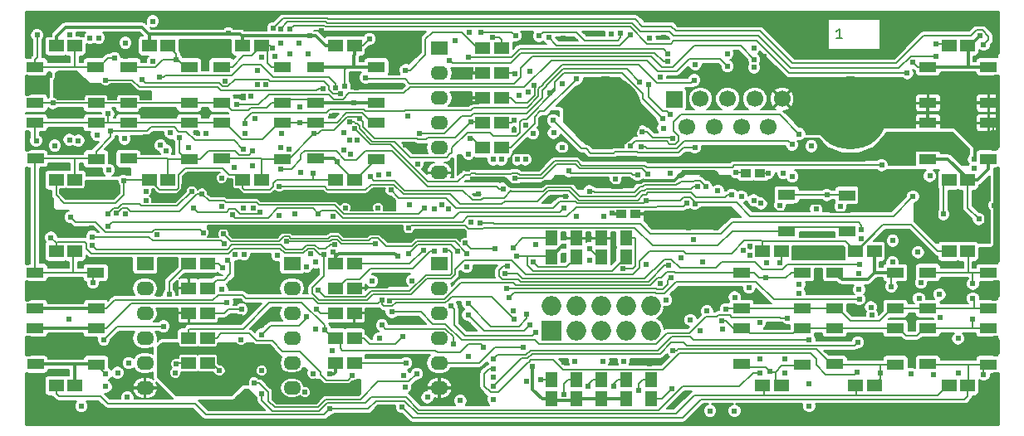
<source format=gtl>
G04 #@! TF.FileFunction,Copper,L1,Top,Signal*
%FSLAX46Y46*%
G04 Gerber Fmt 4.6, Leading zero omitted, Abs format (unit mm)*
G04 Created by KiCad (PCBNEW 4.0.6) date 08/12/17 18:49:30*
%MOMM*%
%LPD*%
G01*
G04 APERTURE LIST*
%ADD10C,0.100000*%
%ADD11C,0.200000*%
%ADD12R,1.000000X0.950000*%
%ADD13R,1.800000X1.100000*%
%ADD14C,7.500000*%
%ADD15R,1.800000X1.400000*%
%ADD16O,1.800000X1.400000*%
%ADD17R,1.700000X1.700000*%
%ADD18C,1.700000*%
%ADD19R,2.000000X2.000000*%
%ADD20O,2.000000X2.000000*%
%ADD21R,1.500000X1.300000*%
%ADD22R,1.300000X1.500000*%
%ADD23C,0.604800*%
%ADD24C,0.400000*%
%ADD25C,0.152400*%
%ADD26C,0.300000*%
%ADD27C,0.500000*%
G04 APERTURE END LIST*
D10*
D11*
X103661905Y-21652381D02*
X103090476Y-21652381D01*
X103376190Y-21652381D02*
X103376190Y-20652381D01*
X103280952Y-20795238D01*
X103185714Y-20890476D01*
X103090476Y-20938095D01*
D12*
X81175000Y-39600000D03*
X82625000Y-39600000D03*
D13*
X118600000Y-51250000D03*
X112414662Y-54934132D03*
X118600000Y-54950000D03*
X112400000Y-51250000D03*
X109100000Y-51250000D03*
X102914662Y-54934132D03*
X109100000Y-54950000D03*
X102900000Y-51250000D03*
X112400000Y-49250000D03*
X118585338Y-45565868D03*
X112400000Y-45550000D03*
X118600000Y-49250000D03*
X102900000Y-49250000D03*
X109085338Y-45565868D03*
X102900000Y-45550000D03*
X109100000Y-49250000D03*
X99600000Y-51250000D03*
X93414662Y-54934132D03*
X99600000Y-54950000D03*
X93400000Y-51250000D03*
X93400000Y-49250000D03*
X99585338Y-45565868D03*
X93400000Y-45550000D03*
X99600000Y-49250000D03*
X46600000Y-30250000D03*
X40414662Y-33934132D03*
X46600000Y-33950000D03*
X40400000Y-30250000D03*
X40400000Y-28250000D03*
X46585338Y-24565868D03*
X40400000Y-24550000D03*
X46600000Y-28250000D03*
X37100000Y-30250000D03*
X30914662Y-33934132D03*
X37100000Y-33950000D03*
X30900000Y-30250000D03*
X27600000Y-30250000D03*
X21414662Y-33934132D03*
X27600000Y-33950000D03*
X21400000Y-30250000D03*
X30900000Y-28250000D03*
X37085338Y-24565868D03*
X30900000Y-24550000D03*
X37100000Y-28250000D03*
X21400000Y-28250000D03*
X27585338Y-24565868D03*
X21400000Y-24550000D03*
X27600000Y-28250000D03*
X27600000Y-51250000D03*
X21414662Y-54934132D03*
X27600000Y-54950000D03*
X21400000Y-51250000D03*
X21400000Y-49250000D03*
X27585338Y-45565868D03*
X21400000Y-45550000D03*
X27600000Y-49250000D03*
X50000000Y-28250000D03*
X56185338Y-24565868D03*
X50000000Y-24550000D03*
X56200000Y-28250000D03*
X56200000Y-30250000D03*
X50014662Y-33934132D03*
X56200000Y-33950000D03*
X50000000Y-30250000D03*
X98000000Y-41350000D03*
X104185338Y-37665868D03*
X98000000Y-37650000D03*
X104200000Y-41350000D03*
D12*
X93875000Y-35400000D03*
X95325000Y-35400000D03*
D14*
X104500000Y-29250000D03*
X79500000Y-29250000D03*
D15*
X62600000Y-44650000D03*
D16*
X62600000Y-47190000D03*
X62600000Y-49730000D03*
X62600000Y-52270000D03*
X62600000Y-54810000D03*
X62600000Y-57350000D03*
D15*
X62600000Y-22650000D03*
D16*
X62600000Y-25190000D03*
X62600000Y-27730000D03*
X62600000Y-30270000D03*
X62600000Y-32810000D03*
X62600000Y-35350000D03*
D15*
X32600000Y-44650000D03*
D16*
X32600000Y-47190000D03*
X32600000Y-49730000D03*
X32600000Y-52270000D03*
X32600000Y-54810000D03*
X32600000Y-57350000D03*
D17*
X86540000Y-27855000D03*
D18*
X89230000Y-27830000D03*
X92000000Y-27830000D03*
X94770000Y-27830000D03*
X97540000Y-27830000D03*
X87845000Y-30670000D03*
X90615000Y-30670000D03*
X93385000Y-30670000D03*
X96155000Y-30670000D03*
D15*
X47600000Y-44650000D03*
D16*
X47600000Y-47190000D03*
X47600000Y-49730000D03*
X47600000Y-52270000D03*
X47600000Y-54810000D03*
X47600000Y-57350000D03*
D19*
X74020000Y-51520000D03*
D20*
X76560000Y-51520000D03*
X79100000Y-51520000D03*
X81640000Y-51520000D03*
X84180000Y-51520000D03*
X74020000Y-48980000D03*
X76560000Y-48980000D03*
X79100000Y-48980000D03*
X81640000Y-48980000D03*
X84180000Y-48980000D03*
D13*
X112400000Y-33950000D03*
X118585338Y-30265868D03*
X112400000Y-30250000D03*
X118600000Y-33950000D03*
X118600000Y-24550000D03*
X112414662Y-28234132D03*
X118600000Y-28250000D03*
X112400000Y-24550000D03*
D21*
X116450000Y-57100000D03*
X114550000Y-57100000D03*
X106950000Y-57100000D03*
X105050000Y-57100000D03*
X116450000Y-43400000D03*
X114550000Y-43400000D03*
X106950000Y-43400000D03*
X105050000Y-43400000D03*
X97450000Y-57100000D03*
X95550000Y-57100000D03*
X97450000Y-43400000D03*
X95550000Y-43400000D03*
X44450000Y-36100000D03*
X42550000Y-36100000D03*
X44450000Y-22400000D03*
X42550000Y-22400000D03*
X34950000Y-36100000D03*
X33050000Y-36100000D03*
X25450000Y-36100000D03*
X23550000Y-36100000D03*
X34950000Y-22400000D03*
X33050000Y-22400000D03*
X25450000Y-22400000D03*
X23550000Y-22400000D03*
X25450000Y-43400000D03*
X23550000Y-43400000D03*
X25450000Y-57100000D03*
X23550000Y-57100000D03*
X53950000Y-22400000D03*
X52050000Y-22400000D03*
X53950000Y-36100000D03*
X52050000Y-36100000D03*
X38948400Y-52260500D03*
X37048400Y-52260500D03*
X67045800Y-30264100D03*
X68945800Y-30264100D03*
X53947100Y-52260500D03*
X52047100Y-52260500D03*
D22*
X84175600Y-56542900D03*
X84175600Y-58442900D03*
D21*
X116450000Y-22400000D03*
X114550000Y-22400000D03*
X116450000Y-36100000D03*
X114550000Y-36100000D03*
D22*
X81635600Y-56542900D03*
X81635600Y-58442900D03*
X79095600Y-56542900D03*
X79095600Y-58442900D03*
X74015600Y-56545400D03*
X74015600Y-58445400D03*
X74015600Y-42039500D03*
X74015600Y-43939500D03*
X79095600Y-42039500D03*
X79095600Y-43939500D03*
X76555600Y-42039500D03*
X76555600Y-43939500D03*
X81635600Y-42039500D03*
X81635600Y-43939500D03*
X76555600Y-56542900D03*
X76555600Y-58442900D03*
D21*
X68945800Y-22644100D03*
X67045800Y-22644100D03*
X68945800Y-32804100D03*
X67045800Y-32804100D03*
X67045800Y-25184100D03*
X68945800Y-25184100D03*
X67045800Y-27724100D03*
X68945800Y-27724100D03*
X38950000Y-44640500D03*
X37050000Y-44640500D03*
X38948400Y-54800500D03*
X37048400Y-54800500D03*
X37050000Y-47180500D03*
X38950000Y-47180500D03*
X37048400Y-49720500D03*
X38948400Y-49720500D03*
X53947100Y-44640500D03*
X52047100Y-44640500D03*
X53947100Y-54800500D03*
X52047100Y-54800500D03*
X53947100Y-47180500D03*
X52047100Y-47180500D03*
X53947100Y-49720500D03*
X52047100Y-49720500D03*
D23*
X97584621Y-51024605D03*
X51600000Y-29600000D03*
X75200000Y-21599998D03*
X60700000Y-21100000D03*
X34100000Y-28900000D03*
X32200000Y-29100000D03*
X84000000Y-54900000D03*
X87600000Y-58100000D03*
X112402347Y-47297653D03*
X43400000Y-19300000D03*
X35300000Y-19300000D03*
X32200000Y-19200000D03*
X20700000Y-19300000D03*
X87700000Y-19200000D03*
X93800000Y-19200000D03*
X101700000Y-19200000D03*
X111100000Y-19200000D03*
X119300000Y-19300000D03*
X119300000Y-60800000D03*
X112400000Y-60700000D03*
X103500000Y-60700000D03*
X94100000Y-60800000D03*
X56900000Y-60700000D03*
X51400000Y-60700000D03*
X29700002Y-60700000D03*
X38000000Y-60700000D03*
X20800000Y-60700000D03*
X24600000Y-55800000D03*
X33975648Y-47754792D03*
X59172898Y-32527102D03*
X74250000Y-31300000D03*
X33900000Y-31600000D03*
X28001020Y-35448866D03*
X32650000Y-31700000D03*
X47875361Y-39566358D03*
X58050000Y-46299998D03*
X42650000Y-27550000D03*
X27125177Y-41000000D03*
X55652789Y-51036538D03*
X66562432Y-37549994D03*
X65783667Y-24870160D03*
X71799998Y-21350000D03*
X58540971Y-50465695D03*
X65500719Y-45900000D03*
X75450000Y-37750000D03*
X65750000Y-28200000D03*
X85500000Y-21500000D03*
X80550000Y-36050000D03*
X96150000Y-35400000D03*
X65597579Y-55500000D03*
X65597579Y-58100000D03*
X42400000Y-45900000D03*
X86177946Y-35400000D03*
X80400000Y-44127418D03*
X86800000Y-48600000D03*
X35699990Y-50900000D03*
X35700000Y-55800000D03*
X77800000Y-42039500D03*
X88000000Y-41000000D03*
X94297588Y-42895187D03*
X90800000Y-41000000D03*
X100500000Y-41600000D03*
X102102400Y-37650000D03*
X101200000Y-46500000D03*
X75300000Y-43900000D03*
X77800000Y-21197590D03*
X65604625Y-33447590D03*
X54105213Y-26700000D03*
X20700000Y-58300000D03*
X22100000Y-34986534D03*
X22200000Y-36200000D03*
X22900000Y-29300000D03*
X22900000Y-25447600D03*
X22900000Y-21247598D03*
X26200000Y-21247598D03*
X30600000Y-23497598D03*
X37800000Y-31302402D03*
X40500000Y-22100000D03*
X42300000Y-50100000D03*
X38000000Y-45899998D03*
X42400000Y-52400000D03*
X42300000Y-59100000D03*
X44500000Y-55600000D03*
X44500000Y-50900000D03*
X75300000Y-54700000D03*
X70200000Y-31000000D03*
X50600000Y-20900000D03*
X65600000Y-50900000D03*
X95700000Y-23500000D03*
X80400000Y-54600000D03*
X110700000Y-45700000D03*
X110600000Y-51200000D03*
X40400000Y-38800000D03*
X40400000Y-35900000D03*
X32700000Y-37252402D03*
X32700000Y-38200000D03*
X57300000Y-26500000D03*
X101200000Y-44075000D03*
X110100000Y-27500000D03*
X113600000Y-26100000D03*
X112600000Y-35700000D03*
X117100000Y-34947598D03*
X117100000Y-34000000D03*
X116500000Y-25900000D03*
X119394577Y-25602401D03*
X119200000Y-32897598D03*
X119300000Y-46618270D03*
X119200000Y-48197598D03*
X119300000Y-52302402D03*
X119300000Y-53897598D03*
X119300000Y-56002402D03*
X119200000Y-38700000D03*
X119300000Y-44513466D03*
X119200000Y-23400000D03*
X20800000Y-23497598D03*
X20700000Y-25700000D03*
X20700000Y-27197598D03*
X20700000Y-31400000D03*
X20700000Y-32881730D03*
X20700000Y-35100000D03*
X20700000Y-44497598D03*
X20700000Y-46700000D03*
X20700000Y-48197598D03*
X20700000Y-52302402D03*
X20700000Y-53881730D03*
X20700000Y-56100000D03*
X119100000Y-31300000D03*
X118100000Y-53500000D03*
X118100000Y-58300000D03*
X45550000Y-37950000D03*
X35050000Y-47802420D03*
X70450000Y-43850000D03*
X72124830Y-55129322D03*
X58350000Y-43900000D03*
X65750000Y-31850000D03*
X75100969Y-26300969D03*
X75300000Y-42900000D03*
X51400000Y-55947579D03*
X35800000Y-54900000D03*
X93600000Y-43300000D03*
X75100000Y-32810002D03*
X59150001Y-24900000D03*
X51797600Y-43500000D03*
X33500000Y-37700000D03*
X59800000Y-46400000D03*
X27900000Y-21600000D03*
X24900000Y-21247598D03*
X24900000Y-32000000D03*
X57100000Y-38089998D03*
X94660270Y-38182973D03*
X56352600Y-38951364D03*
X59350000Y-29600000D03*
X57450000Y-35500000D03*
X66018542Y-36004473D03*
X81550000Y-36050000D03*
X100820951Y-36620951D03*
X65597579Y-54100000D03*
X77943198Y-44300000D03*
X87582757Y-35377412D03*
X65799999Y-40399999D03*
X88200000Y-50400000D03*
X80204504Y-39491576D03*
X99300000Y-46800000D03*
X106500000Y-35400000D03*
X117900000Y-39000000D03*
X71800000Y-25000000D03*
X39350000Y-41550000D03*
X40450000Y-47300000D03*
X65450000Y-35000000D03*
X73250000Y-29750000D03*
X65058525Y-41427911D03*
X35200000Y-31300000D03*
X33400000Y-24000000D03*
X116200000Y-33900000D03*
X54000000Y-57600000D03*
X29240438Y-37240438D03*
X55725969Y-46425969D03*
X32600000Y-27218910D03*
X30600000Y-39600000D03*
X30500000Y-31900000D03*
X24591014Y-37240438D03*
X24100000Y-25400000D03*
X35700000Y-54100000D03*
X44500000Y-54100000D03*
X85720641Y-48384974D03*
X76400000Y-54600000D03*
X71139526Y-53221370D03*
X79300000Y-54599999D03*
X72400002Y-42700000D03*
X81404803Y-54600000D03*
X63811557Y-48991565D03*
X72401167Y-51656827D03*
X65528610Y-49900000D03*
X71866401Y-50926958D03*
X65528610Y-48700000D03*
X65398268Y-44993605D03*
X71503389Y-49850571D03*
X87200000Y-44050000D03*
X83950000Y-26350000D03*
X86180957Y-29436416D03*
X80144316Y-21197524D03*
X71697233Y-27123062D03*
X76600000Y-39850000D03*
X70743295Y-27454305D03*
X75800000Y-35200000D03*
X82800000Y-35597600D03*
X83708457Y-44700000D03*
X74214567Y-29995189D03*
X88648578Y-32799999D03*
X92724797Y-48089248D03*
X28400000Y-52400000D03*
X34504857Y-51066274D03*
X27700000Y-31502402D03*
X49063676Y-50036324D03*
X44500000Y-51904803D03*
X98600000Y-35750000D03*
X97654801Y-35400000D03*
X60400000Y-34450000D03*
X59550000Y-38650000D03*
X59450000Y-41050000D03*
X23000000Y-42000000D03*
X50804803Y-43700000D03*
X57550000Y-48450000D03*
X52150000Y-34250000D03*
X52920268Y-26544478D03*
X56478326Y-52278326D03*
X96300000Y-55632402D03*
X95900000Y-46100000D03*
X97300000Y-44600000D03*
X53700000Y-56100000D03*
X55500000Y-21700000D03*
X49850000Y-31350000D03*
X45598700Y-22650893D03*
X54455049Y-29808911D03*
X65250000Y-42550000D03*
X68300000Y-43100000D03*
X65800000Y-30200000D03*
X108700000Y-47000000D03*
X107600000Y-55800000D03*
X86399992Y-53500000D03*
X58850000Y-52100000D03*
X53427127Y-32054790D03*
X43550000Y-33150000D03*
X36100000Y-31750000D03*
X35750000Y-23821909D03*
X58800000Y-59300000D03*
X118100000Y-56000000D03*
X117000000Y-46700000D03*
X41700000Y-34800000D03*
X42600000Y-32950000D03*
X64750000Y-58650000D03*
X65400000Y-43600000D03*
X40587081Y-41637081D03*
X82900000Y-57600000D03*
X28600000Y-55900000D03*
X27297600Y-46600000D03*
X29500000Y-23677400D03*
X29100000Y-31100000D03*
X21600000Y-21300000D03*
X51400000Y-59502410D03*
X50000012Y-44500000D03*
X41100000Y-21100000D03*
X49450000Y-43650000D03*
X49400000Y-21399999D03*
X30400004Y-36200000D03*
X49744811Y-35400000D03*
X49088452Y-44969313D03*
X80400000Y-57200000D03*
X77800000Y-57200000D03*
X72900000Y-56500000D03*
X70100000Y-43050000D03*
X71500000Y-56697579D03*
X70137074Y-49437074D03*
X77900000Y-43100000D03*
X72200000Y-44500000D03*
X81303624Y-45191912D03*
X75300000Y-58000000D03*
X40999996Y-44300000D03*
X111400000Y-43500000D03*
X110900000Y-24100000D03*
X117692880Y-21383986D03*
X42462343Y-49342397D03*
X42700004Y-43700000D03*
X117600000Y-40100000D03*
X93400000Y-37800000D03*
X96000000Y-44600000D03*
X43424813Y-27550000D03*
X45662919Y-20612919D03*
X118100000Y-22300000D03*
X38577572Y-41489258D03*
X25000000Y-39900000D03*
X38800000Y-31377590D03*
X40750000Y-26000000D03*
X69527680Y-44897571D03*
X85427128Y-30829528D03*
X86010851Y-44860227D03*
X69450000Y-47150000D03*
X86223869Y-46080377D03*
X88700000Y-24300000D03*
X52550000Y-27300002D03*
X30600000Y-22100000D03*
X32300000Y-25864311D03*
X33800000Y-41700000D03*
X50280378Y-39550000D03*
X75300000Y-38950000D03*
X41500000Y-39650000D03*
X40950000Y-48600000D03*
X90997600Y-37200000D03*
X91800000Y-49300000D03*
X117000000Y-48200000D03*
X70250000Y-50350000D03*
X52850000Y-31300000D03*
X56750000Y-48350000D03*
X85100000Y-46700000D03*
X91366159Y-50487178D03*
X117000000Y-50300000D03*
X53900000Y-28200000D03*
X55550000Y-35799998D03*
X88899998Y-36800009D03*
X89900000Y-49500000D03*
X23400000Y-32600000D03*
X23200000Y-28250000D03*
X48350000Y-30250000D03*
X28800000Y-40850000D03*
X28850000Y-29350000D03*
X88500000Y-42213632D03*
X87847753Y-38444805D03*
X21500000Y-32100000D03*
X42750000Y-30350000D03*
X42650000Y-38950000D03*
X88600000Y-25904822D03*
X41950000Y-28400006D03*
X43600000Y-38977590D03*
X91997588Y-24502410D03*
X62087968Y-39070683D03*
X63658735Y-23879116D03*
X85900004Y-24014433D03*
X62850000Y-38600000D03*
X65600000Y-23600000D03*
X85900000Y-23209622D03*
X51800000Y-39848991D03*
X48350000Y-28650000D03*
X47000000Y-42400000D03*
X56100000Y-42600000D03*
X45800000Y-23513456D03*
X98550000Y-32500000D03*
X83150000Y-32700000D03*
X79400000Y-39800000D03*
X108799998Y-44500002D03*
X70300004Y-35950000D03*
X68100000Y-58497580D03*
X83850000Y-35500000D03*
X100541669Y-32658331D03*
X108823742Y-42297600D03*
X71370245Y-30470245D03*
X66800000Y-21050000D03*
X70350000Y-21350000D03*
X106712974Y-49897815D03*
X106607151Y-49100000D03*
X97300000Y-38702402D03*
X69301797Y-45660938D03*
X70539475Y-34000052D03*
X105402402Y-44700000D03*
X101000000Y-39100000D03*
X105400000Y-47300000D03*
X103500000Y-38800000D03*
X111500000Y-48197598D03*
X64200000Y-21850000D03*
X65679755Y-21020245D03*
X68100000Y-34000000D03*
X111700000Y-46602402D03*
X42750000Y-31350000D03*
X113655251Y-50155251D03*
X71373619Y-34002053D03*
X105402350Y-48292761D03*
X69691196Y-48105975D03*
X92800000Y-35300000D03*
X43550000Y-34650000D03*
X44500000Y-57902410D03*
X95300000Y-55800000D03*
X46300000Y-36800000D03*
X92402410Y-37644878D03*
X95300000Y-50700000D03*
X53578416Y-33464091D03*
X90200000Y-59700000D03*
X46427600Y-34972402D03*
X69100000Y-36999999D03*
X89200000Y-51500000D03*
X54200000Y-32000000D03*
X59100000Y-57300000D03*
X56400000Y-35600000D03*
X61400000Y-58300000D03*
X53000000Y-38950000D03*
X100300000Y-59200000D03*
X67100000Y-53197600D03*
X46100000Y-43800000D03*
X50900000Y-51402400D03*
X86300000Y-57400000D03*
X70200001Y-30000000D03*
X113200000Y-22200000D03*
X114000000Y-39600000D03*
X68000000Y-21550000D03*
X76600000Y-25800000D03*
X70300000Y-25300000D03*
X72750000Y-21400000D03*
X81100000Y-21150000D03*
X72254489Y-26460849D03*
X82050000Y-21300000D03*
X73749999Y-21572588D03*
X40500000Y-45100000D03*
X41812564Y-43717377D03*
X40200000Y-55600000D03*
X60964823Y-43272410D03*
X59200000Y-54799996D03*
X59500000Y-43649996D03*
X64425220Y-43402405D03*
X62100000Y-43347566D03*
X50100000Y-49300000D03*
X50204748Y-47354748D03*
X63200000Y-43272410D03*
X44050000Y-26400000D03*
X46450000Y-20650000D03*
X113200000Y-23497598D03*
X44900000Y-26399998D03*
X47350000Y-20700000D03*
X110300000Y-25200000D03*
X44100000Y-24900000D03*
X44500000Y-23600000D03*
X46250000Y-39700000D03*
X46550000Y-31350000D03*
X53950000Y-30850000D03*
X107700000Y-34600000D03*
X52000000Y-26700004D03*
X34100000Y-25600000D03*
X33400000Y-19900000D03*
X37000000Y-32800000D03*
X50750000Y-26750000D03*
X28600000Y-25900000D03*
X73900000Y-27200000D03*
X53500000Y-30200000D03*
X85352421Y-29800000D03*
X52848405Y-33052279D03*
X57750000Y-49600000D03*
X99300000Y-47700000D03*
X98100000Y-50200000D03*
X55100000Y-25650000D03*
X110700000Y-55900000D03*
X94700000Y-23804812D03*
X51897418Y-42718621D03*
X51700000Y-53500000D03*
X27200000Y-42800000D03*
X24800000Y-50300000D03*
X25800000Y-32100000D03*
X94200000Y-47100000D03*
X95300000Y-54402421D03*
X77900000Y-37250000D03*
X91499998Y-51300000D03*
X89800000Y-36800000D03*
X57650000Y-37150000D03*
X83700072Y-38202062D03*
X88656320Y-38526784D03*
X89400000Y-44452402D03*
X110900000Y-37800000D03*
X94297588Y-43801036D03*
X95400000Y-38500000D03*
X29800000Y-55800000D03*
X28850000Y-39550000D03*
X37350000Y-37250000D03*
X38400000Y-37500000D03*
X61100000Y-38950000D03*
X30950000Y-54800000D03*
X29708842Y-39525239D03*
X28892960Y-35092968D03*
X26100000Y-59200000D03*
X63558206Y-39046315D03*
X64000000Y-52850000D03*
X56750000Y-50950000D03*
X34176686Y-32578805D03*
X30800000Y-58300000D03*
X48500000Y-35350000D03*
X50000000Y-51302400D03*
X34750000Y-33100000D03*
X44350000Y-39400000D03*
X37537565Y-38956732D03*
X60300000Y-55899996D03*
X43700000Y-56800000D03*
X40650000Y-42650000D03*
X27197598Y-41900000D03*
X28600000Y-57200000D03*
X27000000Y-21600000D03*
X46450000Y-32800000D03*
X48912889Y-57805272D03*
X47300000Y-32927582D03*
X49700000Y-55900000D03*
X113000000Y-56000000D03*
X94700000Y-24609625D03*
X115500000Y-52300000D03*
X94700000Y-22600000D03*
X91973844Y-23197590D03*
X115500000Y-55800000D03*
X60600000Y-31350000D03*
X84050000Y-21600006D03*
X83047600Y-26100000D03*
X59000000Y-56100000D03*
X68100000Y-56209626D03*
X100300004Y-56900000D03*
X85120747Y-25579253D03*
X97800000Y-54402411D03*
X68097579Y-55404731D03*
X105200000Y-55700000D03*
X105600000Y-42100000D03*
X68097579Y-54399925D03*
X100300000Y-52397590D03*
X43800000Y-29850000D03*
X82104134Y-32611769D03*
X99300000Y-31400000D03*
X113600000Y-47800000D03*
X72181171Y-31318829D03*
X92700000Y-59700000D03*
X86372884Y-31870474D03*
X83298539Y-31161572D03*
X97800000Y-55800000D03*
X68100000Y-57200000D03*
X105277599Y-52700000D03*
X105400000Y-45647600D03*
X48300000Y-22100000D03*
X47400000Y-23200000D03*
X46400000Y-22100000D03*
X49200000Y-23200000D03*
X105650000Y-41150000D03*
X66750002Y-40500000D03*
X68928363Y-34023560D03*
D11*
X32200000Y-19200000D02*
X35200000Y-19200000D01*
X35200000Y-19200000D02*
X35300000Y-19300000D01*
X20800000Y-23497598D02*
X20800000Y-19400000D01*
X20800000Y-19400000D02*
X20700000Y-19300000D01*
X101700000Y-19200000D02*
X93800000Y-19200000D01*
X119300000Y-19300000D02*
X111200000Y-19300000D01*
X111200000Y-19300000D02*
X111100000Y-19200000D01*
X112400000Y-60700000D02*
X119200000Y-60700000D01*
X119200000Y-60700000D02*
X119300000Y-60800000D01*
X94100000Y-60800000D02*
X103400000Y-60800000D01*
X103400000Y-60800000D02*
X103500000Y-60700000D01*
X38000000Y-60700000D02*
X29700002Y-60700000D01*
X20700000Y-58300000D02*
X20700000Y-60600000D01*
X20700000Y-60600000D02*
X20800000Y-60700000D01*
X22500000Y-56100000D02*
X22800000Y-55800000D01*
X22800000Y-55800000D02*
X24600000Y-55800000D01*
X20700000Y-56100000D02*
X22500000Y-56100000D01*
X30700000Y-46100000D02*
X33194938Y-46100000D01*
X33194938Y-46100000D02*
X33975648Y-46880710D01*
X33975648Y-46880710D02*
X33975648Y-47754792D01*
X29000000Y-47800000D02*
X30700000Y-46100000D01*
X26500000Y-47800000D02*
X29000000Y-47800000D01*
X25872401Y-47172401D02*
X26500000Y-47800000D01*
X20700000Y-46700000D02*
X21172401Y-47172401D01*
X21172401Y-47172401D02*
X25872401Y-47172401D01*
X53947100Y-47180500D02*
X54319500Y-47180500D01*
X54319500Y-47180500D02*
X54400000Y-47100000D01*
X54400000Y-47100000D02*
X54405366Y-47105366D01*
X54405366Y-47105366D02*
X57244632Y-47105366D01*
X57244632Y-47105366D02*
X58050000Y-46299998D01*
D24*
X119500000Y-31700000D02*
X119500000Y-30300000D01*
X119500000Y-30300000D02*
X119500000Y-28200000D01*
D25*
X118585338Y-30265868D02*
X119465868Y-30265868D01*
X119465868Y-30265868D02*
X119500000Y-30300000D01*
D24*
X119500000Y-28200000D02*
X119500000Y-25500000D01*
D25*
X118600000Y-28250000D02*
X119450000Y-28250000D01*
X119450000Y-28250000D02*
X119500000Y-28200000D01*
X37050000Y-47180500D02*
X37050000Y-46700000D01*
X37900000Y-45850000D02*
X38000000Y-45850000D01*
X38000000Y-45850000D02*
X38000000Y-45899998D01*
D11*
X53947100Y-49720500D02*
X54047100Y-49720500D01*
X55363138Y-51036538D02*
X55652789Y-51036538D01*
D26*
X67045800Y-25184100D02*
X65995800Y-25184100D01*
X65783667Y-24971967D02*
X65783667Y-24870160D01*
X65995800Y-25184100D02*
X65783667Y-24971967D01*
X67045800Y-27724100D02*
X66569900Y-28200000D01*
X66569900Y-28200000D02*
X65750000Y-28200000D01*
D11*
X95325000Y-35400000D02*
X96150000Y-35400000D01*
D26*
X82625000Y-39600000D02*
X83700000Y-39600000D01*
D27*
X83700000Y-39600000D02*
X86600000Y-39600000D01*
X86600000Y-39600000D02*
X88000000Y-41000000D01*
D11*
X37048400Y-49720500D02*
X36879490Y-49720500D01*
X77800000Y-42039500D02*
X79095600Y-42039500D01*
X76555600Y-42039500D02*
X77800000Y-42039500D01*
X102100000Y-37650000D02*
X104169470Y-37650000D01*
X98000000Y-37650000D02*
X102100000Y-37650000D01*
X102100000Y-37650000D02*
X102102400Y-37650000D01*
X104169470Y-37650000D02*
X104185338Y-37665868D01*
D24*
X119502399Y-32595199D02*
X119502399Y-31702399D01*
X119502399Y-31702399D02*
X119500000Y-31700000D01*
X119200000Y-32897598D02*
X119502399Y-32595199D01*
X119502399Y-46515869D02*
X119402401Y-46515869D01*
X119402401Y-46515869D02*
X119300000Y-46618270D01*
X119200000Y-48197598D02*
X119502399Y-47895199D01*
X119502399Y-47895199D02*
X119502399Y-46515869D01*
X119500000Y-53697598D02*
X119500000Y-52502402D01*
X119500000Y-52502402D02*
X119300000Y-52302402D01*
X119300000Y-53897598D02*
X119500000Y-53697598D01*
X119500000Y-55900001D02*
X119402401Y-55900001D01*
X119402401Y-55900001D02*
X119300000Y-56002402D01*
X119500000Y-58300000D02*
X119500000Y-55900001D01*
X119500000Y-19000000D02*
X119500000Y-23100000D01*
X119500000Y-23100000D02*
X119200000Y-23400000D01*
X20800000Y-23497598D02*
X20797598Y-23500000D01*
X20797598Y-23500000D02*
X20500000Y-23500000D01*
X20500000Y-23500000D02*
X20500000Y-19000000D01*
X20500000Y-19000000D02*
X119500000Y-19000000D01*
X119500000Y-19000000D02*
X119400000Y-19100000D01*
X119500000Y-38400000D02*
X119200000Y-38700000D01*
X119500000Y-44313466D02*
X119500000Y-34900000D01*
X119300000Y-44513466D02*
X119500000Y-44313466D01*
X20700000Y-25700000D02*
X20500000Y-25500000D01*
X20500000Y-25500000D02*
X20500000Y-27299999D01*
X20500000Y-27299999D02*
X20597599Y-27299999D01*
X20597599Y-27299999D02*
X20700000Y-27197598D01*
X20700000Y-32881730D02*
X20597599Y-32984131D01*
X20597599Y-32984131D02*
X20515869Y-32984131D01*
X20515869Y-32984131D02*
X20500000Y-32968262D01*
X20500000Y-32968262D02*
X20500000Y-31200000D01*
X20700000Y-31300000D02*
X20700000Y-31400000D01*
X20500000Y-31200000D02*
X20600000Y-31200000D01*
X20600000Y-31200000D02*
X20700000Y-31300000D01*
X20700000Y-44497598D02*
X20597598Y-44600000D01*
X20597598Y-44600000D02*
X20500000Y-44600000D01*
X20500000Y-44600000D02*
X20500000Y-34900000D01*
X20500000Y-34900000D02*
X20700000Y-35100000D01*
X20500000Y-46500001D02*
X20500001Y-46500001D01*
X20500001Y-46500001D02*
X20700000Y-46700000D01*
X20700000Y-48197598D02*
X20602402Y-48197598D01*
X20602402Y-48197598D02*
X20500000Y-48300000D01*
X20500000Y-48300000D02*
X20500000Y-46500001D01*
X20700000Y-48197598D02*
X20597599Y-48299999D01*
X20500000Y-52200001D02*
X20597599Y-52200001D01*
X20597599Y-52200001D02*
X20700000Y-52302402D01*
X20500000Y-53700000D02*
X20500000Y-52200001D01*
X20681730Y-53881730D02*
X20500000Y-53700000D01*
X20700000Y-53881730D02*
X20681730Y-53881730D01*
X20500000Y-55900000D02*
X20700000Y-56100000D01*
X20500000Y-61000000D02*
X20500000Y-55900000D01*
X119500000Y-61000000D02*
X20500000Y-61000000D01*
X119500000Y-58300000D02*
X119500000Y-61000000D01*
X118100000Y-58300000D02*
X119500000Y-58300000D01*
D11*
X119100000Y-31300000D02*
X119100000Y-30780530D01*
X119100000Y-30780530D02*
X118585338Y-30265868D01*
D26*
X118600000Y-30251206D02*
X118585338Y-30265868D01*
X112414662Y-28234132D02*
X118584132Y-28234132D01*
X118584132Y-28234132D02*
X118600000Y-28250000D01*
X112400000Y-30250000D02*
X112400000Y-28248794D01*
X112400000Y-28248794D02*
X112414662Y-28234132D01*
D11*
X61929998Y-21000000D02*
X61200000Y-21729998D01*
X59600000Y-24900000D02*
X61200000Y-23300000D01*
X61200000Y-23300000D02*
X61200000Y-21729998D01*
X59150001Y-24900000D02*
X59600000Y-24900000D01*
X73126100Y-43900000D02*
X73976100Y-43900000D01*
X73976100Y-43900000D02*
X74015600Y-43939500D01*
X73126100Y-43900000D02*
X70500000Y-43900000D01*
X70500000Y-43900000D02*
X70450000Y-43850000D01*
X81635600Y-43939500D02*
X80175122Y-45399978D01*
X71600000Y-43900000D02*
X73126100Y-43900000D01*
X80175122Y-45399978D02*
X72208424Y-45399978D01*
X72208424Y-45399978D02*
X71597599Y-44789153D01*
X71597599Y-43902401D02*
X71600000Y-43900000D01*
X71597599Y-44789153D02*
X71597599Y-43902401D01*
D26*
X79095600Y-58442900D02*
X81635600Y-58442900D01*
X76555600Y-58442900D02*
X79095600Y-58442900D01*
X74015600Y-58445400D02*
X74192601Y-58622401D01*
X74192601Y-58622401D02*
X76376099Y-58622401D01*
X76376099Y-58622401D02*
X76555600Y-58442900D01*
X74015600Y-58445400D02*
X73065600Y-58445400D01*
X73065600Y-58445400D02*
X72124830Y-57504630D01*
X72124830Y-57504630D02*
X72124830Y-55129322D01*
D27*
X45550000Y-37950000D02*
X45300000Y-37700000D01*
X45300000Y-37700000D02*
X41993998Y-37700000D01*
X39784605Y-37022411D02*
X39262194Y-36500000D01*
X36520010Y-37151397D02*
X35971407Y-37700000D01*
X41993998Y-37700000D02*
X41314702Y-37020703D01*
X36520010Y-36579990D02*
X36520010Y-37151397D01*
X41314702Y-37020703D02*
X41312994Y-37022411D01*
X41312994Y-37022411D02*
X39784605Y-37022411D01*
X39262194Y-36500000D02*
X36600000Y-36500000D01*
X36600000Y-36500000D02*
X36520010Y-36579990D01*
X35971407Y-37700000D02*
X33500000Y-37700000D01*
X45689998Y-38089998D02*
X45550000Y-37950000D01*
X57100000Y-38089998D02*
X45689998Y-38089998D01*
D11*
X36950000Y-44640500D02*
X35050000Y-46540500D01*
X37050000Y-44640500D02*
X36950000Y-44640500D01*
X35050000Y-46540500D02*
X35050000Y-47802420D01*
X67045800Y-22644100D02*
X66989900Y-22700000D01*
X66550000Y-22700000D02*
X64850000Y-21000000D01*
X66989900Y-22700000D02*
X66550000Y-22700000D01*
X64850000Y-21000000D02*
X61929998Y-21000000D01*
D26*
X52349499Y-43597601D02*
X58047601Y-43597601D01*
X52047100Y-43900000D02*
X52349499Y-43597601D01*
X58047601Y-43597601D02*
X58350000Y-43900000D01*
D11*
X66945800Y-32804100D02*
X65991700Y-31850000D01*
X67045800Y-32804100D02*
X66945800Y-32804100D01*
X65991700Y-31850000D02*
X65750000Y-31850000D01*
D26*
X75300000Y-42900000D02*
X75055100Y-42900000D01*
X75055100Y-42900000D02*
X74015600Y-43939500D01*
X51850021Y-55947579D02*
X51400000Y-55947579D01*
X52047100Y-55750500D02*
X51850021Y-55947579D01*
X52047100Y-54800500D02*
X52047100Y-55750500D01*
D11*
X37048400Y-54800500D02*
X35899500Y-54800500D01*
X35899500Y-54800500D02*
X35800000Y-54900000D01*
D26*
X74015600Y-58445400D02*
X73647800Y-58445400D01*
X52047100Y-44640500D02*
X52047100Y-43900000D01*
X51797600Y-43500000D02*
X52099999Y-43802399D01*
X52099999Y-43802399D02*
X52099999Y-43847101D01*
X52099999Y-43847101D02*
X52047100Y-43900000D01*
X51947100Y-44640500D02*
X52047100Y-44640500D01*
X52047100Y-54800500D02*
X51947100Y-54800500D01*
D27*
X91834507Y-36620951D02*
X93000000Y-36620951D01*
D11*
X98872401Y-38527599D02*
X98125197Y-39274803D01*
X98125197Y-39274803D02*
X97025247Y-39274803D01*
X97025247Y-39274803D02*
X94371395Y-36620951D01*
X94371395Y-36620951D02*
X93000000Y-36620951D01*
X102472401Y-39372401D02*
X101627599Y-38527599D01*
X101627599Y-38527599D02*
X98872401Y-38527599D01*
X100820951Y-36620951D02*
X105076423Y-36620951D01*
X105076423Y-36620951D02*
X105355339Y-36899867D01*
X105355339Y-36899867D02*
X105355339Y-38431869D01*
X105355339Y-38431869D02*
X104414807Y-39372401D01*
X104414807Y-39372401D02*
X102472401Y-39372401D01*
D27*
X73357004Y-36372402D02*
X73057004Y-36672402D01*
X69903246Y-36672402D02*
X69235317Y-36004473D01*
X69235317Y-36004473D02*
X66018542Y-36004473D01*
X73057004Y-36672402D02*
X69903246Y-36672402D01*
X81550000Y-36050000D02*
X81550000Y-36477658D01*
X81550000Y-36477658D02*
X81225257Y-36802401D01*
X80188847Y-36802401D02*
X79758848Y-36372402D01*
X79758848Y-36372402D02*
X73357004Y-36372402D01*
X81225257Y-36802401D02*
X80188847Y-36802401D01*
D26*
X81977658Y-36050000D02*
X81550000Y-36050000D01*
X82277659Y-36350001D02*
X81977658Y-36050000D01*
X83161153Y-36350001D02*
X82277659Y-36350001D01*
X83358753Y-36152401D02*
X83161153Y-36350001D01*
X87033743Y-35679811D02*
X86561153Y-36152401D01*
X86561153Y-36152401D02*
X83358753Y-36152401D01*
D27*
X90590968Y-35377412D02*
X91834507Y-36620951D01*
X101341902Y-36100000D02*
X100820951Y-36620951D01*
X106500000Y-36100000D02*
X101341902Y-36100000D01*
X87582757Y-35377412D02*
X90590968Y-35377412D01*
X87033743Y-35679811D02*
X87280358Y-35679811D01*
X87280358Y-35679811D02*
X87582757Y-35377412D01*
D26*
X81175000Y-39600000D02*
X80312928Y-39600000D01*
X80312928Y-39600000D02*
X80204504Y-39491576D01*
D27*
X106500000Y-36100000D02*
X111300000Y-36100000D01*
X114100000Y-41100000D02*
X117935554Y-41100000D01*
X118399999Y-39499999D02*
X117900000Y-39000000D01*
X111300000Y-36100000D02*
X113247599Y-38047599D01*
X113247599Y-38047599D02*
X113247599Y-40247599D01*
X113247599Y-40247599D02*
X114100000Y-41100000D01*
X118399999Y-40635555D02*
X118399999Y-39499999D01*
X117935554Y-41100000D02*
X118399999Y-40635555D01*
X106500000Y-35400000D02*
X106500000Y-36100000D01*
X73100000Y-33717438D02*
X72800000Y-34017438D01*
D11*
X69967074Y-33632926D02*
X70172349Y-33427651D01*
X70172349Y-33427651D02*
X72210213Y-33427651D01*
X72210213Y-33427651D02*
X72800000Y-34017438D01*
X69200000Y-35000000D02*
X69967074Y-34232926D01*
X69967074Y-34232926D02*
X69967074Y-33632926D01*
X65450000Y-35000000D02*
X69200000Y-35000000D01*
D27*
X40000000Y-40900000D02*
X39350000Y-41550000D01*
X44309516Y-41217222D02*
X43992294Y-40900000D01*
X65058525Y-41427911D02*
X64714034Y-41772402D01*
X43992294Y-40900000D02*
X40000000Y-40900000D01*
X64714034Y-41772402D02*
X59053246Y-41772402D01*
X58498066Y-41217222D02*
X44309516Y-41217222D01*
X59053246Y-41772402D02*
X58498066Y-41217222D01*
X73100000Y-33200000D02*
X73100000Y-33717438D01*
X115249999Y-32949999D02*
X116200000Y-33900000D01*
X107016003Y-32949999D02*
X115249999Y-32949999D01*
X74738847Y-33562403D02*
X76787605Y-33562403D01*
X105943093Y-34022909D02*
X107016003Y-32949999D01*
X85440156Y-34021378D02*
X85441687Y-34022909D01*
X77246580Y-34021378D02*
X85440156Y-34021378D01*
X74376444Y-33200000D02*
X74738847Y-33562403D01*
X73100000Y-33200000D02*
X74376444Y-33200000D01*
X85441687Y-34022909D02*
X105943093Y-34022909D01*
X76787605Y-33562403D02*
X77246580Y-34021378D01*
X73250000Y-33050000D02*
X73250000Y-29750000D01*
X73100000Y-33200000D02*
X73250000Y-33050000D01*
X44500000Y-54100000D02*
X46560010Y-56160010D01*
X46560010Y-56160010D02*
X48460010Y-56160010D01*
X48460010Y-56160010D02*
X49400000Y-57100000D01*
X49400000Y-57100000D02*
X53072342Y-57100000D01*
X53072342Y-57100000D02*
X53572342Y-57600000D01*
X53572342Y-57600000D02*
X54000000Y-57600000D01*
X43900000Y-53500000D02*
X36300000Y-53500000D01*
X36300000Y-53500000D02*
X35700000Y-54100000D01*
X44500000Y-54100000D02*
X43900000Y-53500000D01*
X24100000Y-25400000D02*
X25918910Y-27218910D01*
X25918910Y-27218910D02*
X32600000Y-27218910D01*
X32400000Y-52270000D02*
X32600000Y-52270000D01*
X29240438Y-37240438D02*
X24591014Y-37240438D01*
D11*
X66647950Y-54810000D02*
X68236580Y-53221370D01*
X62600000Y-54810000D02*
X66647950Y-54810000D01*
X68236580Y-53221370D02*
X71139526Y-53221370D01*
X64120803Y-49300811D02*
X63811557Y-48991565D01*
X72057974Y-52000020D02*
X65200020Y-52000020D01*
X64120803Y-50920803D02*
X64120803Y-49300811D01*
X65200020Y-52000020D02*
X64120803Y-50920803D01*
X72401167Y-51656827D02*
X72057974Y-52000020D01*
X67178621Y-51550011D02*
X65528610Y-49900000D01*
X71243348Y-51550011D02*
X67178621Y-51550011D01*
X71866401Y-50926958D02*
X71243348Y-51550011D01*
X71503389Y-50278229D02*
X70731618Y-51050000D01*
X71503389Y-49850571D02*
X71503389Y-50278229D01*
X70731618Y-51050000D02*
X67878610Y-51050000D01*
X67878610Y-51050000D02*
X65528610Y-48700000D01*
X83950000Y-26350000D02*
X83950000Y-27595002D01*
X83950000Y-27595002D02*
X85409999Y-29055001D01*
X85409999Y-29055001D02*
X85799542Y-29055001D01*
X85799542Y-29055001D02*
X86180957Y-29436416D01*
D25*
X82800000Y-35597600D02*
X82372342Y-35597600D01*
X82372342Y-35597600D02*
X82174742Y-35400000D01*
X82174742Y-35400000D02*
X76000000Y-35400000D01*
X76000000Y-35400000D02*
X75800000Y-35200000D01*
X77550000Y-32900000D02*
X77119378Y-32900000D01*
X77119378Y-32900000D02*
X74214567Y-29995189D01*
X88648578Y-32799999D02*
X87503366Y-32799999D01*
X86974764Y-33328601D02*
X82828601Y-33328601D01*
X87503366Y-32799999D02*
X86974764Y-33328601D01*
X80354833Y-33395167D02*
X78045167Y-33395167D01*
X82828601Y-33328601D02*
X82740370Y-33240370D01*
X82740370Y-33240370D02*
X80509630Y-33240370D01*
X80509630Y-33240370D02*
X80354833Y-33395167D01*
X78045167Y-33395167D02*
X77550000Y-32900000D01*
D11*
X34504857Y-51066274D02*
X29733726Y-51066274D01*
X29733726Y-51066274D02*
X28400000Y-52400000D01*
X44500000Y-51904803D02*
X45404803Y-51000000D01*
X45404803Y-51000000D02*
X48300000Y-51000000D01*
X48300000Y-51000000D02*
X49063676Y-50236324D01*
X49063676Y-50236324D02*
X49063676Y-50036324D01*
X59752399Y-40747601D02*
X59450000Y-41050000D01*
X65269771Y-40747601D02*
X59752399Y-40747601D01*
X82508503Y-40972401D02*
X67124753Y-40972401D01*
X67124753Y-40972401D02*
X67024753Y-41072401D01*
X67024753Y-41072401D02*
X65594571Y-41072401D01*
X84352135Y-42816033D02*
X82508503Y-40972401D01*
X92461232Y-41350000D02*
X90995199Y-42816033D01*
X98000000Y-41350000D02*
X92461232Y-41350000D01*
X90995199Y-42816033D02*
X84352135Y-42816033D01*
X65594571Y-41072401D02*
X65269771Y-40747601D01*
X98000000Y-41350000D02*
X98450000Y-40900000D01*
X98450000Y-40900000D02*
X103750000Y-40900000D01*
X103750000Y-40900000D02*
X104200000Y-41350000D01*
X105050000Y-43400000D02*
X105147154Y-43400000D01*
X105147154Y-43400000D02*
X107847154Y-40700000D01*
X107847154Y-40700000D02*
X110700000Y-40700000D01*
X110700000Y-40700000D02*
X113400000Y-43400000D01*
X113400000Y-43400000D02*
X114550000Y-43400000D01*
X95500000Y-42400000D02*
X104000000Y-42400000D01*
X104000000Y-42400000D02*
X105000000Y-43400000D01*
X105000000Y-43400000D02*
X105050000Y-43400000D01*
X95550000Y-43400000D02*
X95500000Y-43350000D01*
X95500000Y-43350000D02*
X95500000Y-42400000D01*
X95500000Y-42400000D02*
X95392786Y-42292786D01*
X95392786Y-42292786D02*
X93715660Y-42292786D01*
X93715660Y-42292786D02*
X92408446Y-43600000D01*
X92408446Y-43600000D02*
X87789554Y-43600000D01*
X87789554Y-43600000D02*
X87537153Y-43347599D01*
X87537153Y-43347599D02*
X84021304Y-43347599D01*
X84021304Y-43347599D02*
X82985611Y-44383292D01*
X82985611Y-44383292D02*
X82985611Y-45095190D01*
D25*
X50804803Y-43700000D02*
X50804803Y-45942763D01*
X50804803Y-45942763D02*
X49656147Y-47091419D01*
X49656147Y-47091419D02*
X49656147Y-47706147D01*
X49656147Y-47706147D02*
X50350000Y-48400000D01*
X55205956Y-48400000D02*
X55831968Y-47773988D01*
X55831968Y-47773988D02*
X59693898Y-47773988D01*
X50350000Y-48400000D02*
X55205956Y-48400000D01*
X71392770Y-45792770D02*
X82288031Y-45792770D01*
X59693898Y-47773988D02*
X61304096Y-46163790D01*
X64198611Y-45262932D02*
X65112573Y-44348970D01*
X65112573Y-44348970D02*
X69948970Y-44348970D01*
X61304096Y-46163790D02*
X63819328Y-46163790D01*
X63819328Y-46163790D02*
X64198610Y-45784508D01*
X64198610Y-45784508D02*
X64198611Y-45262932D01*
X69948970Y-44348970D02*
X71392770Y-45792770D01*
X82288031Y-45792770D02*
X82985611Y-45095190D01*
X45450000Y-43092412D02*
X46355644Y-43092412D01*
X46355644Y-43092412D02*
X46813232Y-43550000D01*
X46813232Y-43550000D02*
X48738070Y-43550000D01*
X48738070Y-43550000D02*
X49186671Y-43101399D01*
X49186671Y-43101399D02*
X49801399Y-43101399D01*
X49801399Y-43101399D02*
X50400000Y-43700000D01*
X50400000Y-43700000D02*
X50804803Y-43700000D01*
D11*
X41628018Y-43092412D02*
X45450000Y-43092412D01*
X26597599Y-42607597D02*
X26597599Y-43089153D01*
X27100858Y-43592412D02*
X41128018Y-43592412D01*
X41128018Y-43592412D02*
X41628018Y-43092412D01*
X26440001Y-42449999D02*
X26597599Y-42607597D01*
X23550000Y-42550000D02*
X23650001Y-42449999D01*
X26597599Y-43089153D02*
X27100858Y-43592412D01*
X23650001Y-42449999D02*
X26440001Y-42449999D01*
X23550000Y-43400000D02*
X23550000Y-42550000D01*
X23550000Y-42550000D02*
X23000000Y-42000000D01*
D25*
X107050000Y-41500000D02*
X105150000Y-43400000D01*
X105150000Y-43400000D02*
X105050000Y-43400000D01*
X57550000Y-48450000D02*
X57677410Y-48322590D01*
X84093672Y-46850000D02*
X84846073Y-46097599D01*
X84846073Y-46097599D02*
X85210847Y-46097599D01*
X57677410Y-48322590D02*
X63094240Y-48322590D01*
X63094240Y-48322590D02*
X63376279Y-48040551D01*
X63376279Y-48040551D02*
X63400729Y-48040551D01*
X63400729Y-48040551D02*
X64839881Y-46601399D01*
X70350000Y-46850000D02*
X84093672Y-46850000D01*
X64839881Y-46601399D02*
X70101399Y-46601399D01*
X70101399Y-46601399D02*
X70350000Y-46850000D01*
D11*
X93400000Y-45550000D02*
X94650000Y-45550000D01*
X94650000Y-45550000D02*
X95200000Y-46100000D01*
X95200000Y-46100000D02*
X95900000Y-46100000D01*
X96300000Y-55632402D02*
X96367598Y-55700000D01*
X96367598Y-55700000D02*
X96900000Y-55700000D01*
X96900000Y-55700000D02*
X97500000Y-55100000D01*
X97500000Y-55100000D02*
X99450000Y-55100000D01*
X99450000Y-55100000D02*
X99600000Y-54950000D01*
X96300000Y-55632402D02*
X95865197Y-55197599D01*
X95865197Y-55197599D02*
X93697599Y-55197599D01*
X93697599Y-55197599D02*
X93434132Y-54934132D01*
X93434132Y-54934132D02*
X93414662Y-54934132D01*
X53700000Y-56100000D02*
X53250011Y-56549989D01*
X46609990Y-53609990D02*
X45557204Y-52557204D01*
X53250011Y-56549989D02*
X51058435Y-56549989D01*
X51058435Y-56549989D02*
X50500000Y-55991554D01*
X50500000Y-55991554D02*
X50500000Y-55700000D01*
X39898400Y-52260500D02*
X38948400Y-52260500D01*
X50500000Y-55700000D02*
X48409990Y-53609990D01*
X48409990Y-53609990D02*
X46609990Y-53609990D01*
X40361301Y-51797599D02*
X39898400Y-52260500D01*
X45557204Y-52557204D02*
X43994303Y-52557204D01*
X43994303Y-52557204D02*
X43234698Y-51797599D01*
X43234698Y-51797599D02*
X40361301Y-51797599D01*
D26*
X51834132Y-33934132D02*
X52150000Y-34250000D01*
D25*
X53850000Y-36100000D02*
X52150000Y-34400000D01*
X53950000Y-36100000D02*
X53850000Y-36100000D01*
D26*
X50014662Y-33934132D02*
X51834132Y-33934132D01*
D25*
X52150000Y-34400000D02*
X52150000Y-34250000D01*
X53950000Y-36100000D02*
X54050000Y-36100000D01*
X54050000Y-36100000D02*
X56200000Y-33950000D01*
D11*
X52920268Y-24829732D02*
X52920268Y-26544478D01*
X53200000Y-24550000D02*
X52920268Y-24829732D01*
X86569530Y-45477976D02*
X85830470Y-45477976D01*
X93400000Y-45550000D02*
X86641554Y-45550000D01*
X85830470Y-45477976D02*
X85210847Y-46097599D01*
X86641554Y-45550000D02*
X86569530Y-45477976D01*
X96900000Y-56550000D02*
X96900000Y-55700000D01*
X97450000Y-57100000D02*
X96900000Y-56550000D01*
X97951206Y-46100000D02*
X95900000Y-46100000D01*
X98485338Y-45565868D02*
X97951206Y-46100000D01*
X99585338Y-45565868D02*
X98485338Y-45565868D01*
X97450000Y-43400000D02*
X97450000Y-44450000D01*
X97450000Y-44450000D02*
X97300000Y-44600000D01*
D26*
X50000000Y-24550000D02*
X53200000Y-24550000D01*
X53200000Y-24550000D02*
X53900000Y-24550000D01*
D11*
X53950000Y-22400000D02*
X54800000Y-22400000D01*
X54800000Y-22400000D02*
X55500000Y-21700000D01*
D26*
X97450000Y-57100000D02*
X97400000Y-57100000D01*
X97400000Y-57100000D02*
X96900000Y-56600000D01*
X53900000Y-24550000D02*
X56169470Y-24550000D01*
X53950000Y-22400000D02*
X53950000Y-23350000D01*
X53950000Y-23350000D02*
X53900000Y-23400000D01*
X53900000Y-23400000D02*
X53900000Y-24550000D01*
X56169470Y-24550000D02*
X56185338Y-24565868D01*
X99584132Y-54934132D02*
X99600000Y-54950000D01*
D11*
X107600000Y-55000000D02*
X108500000Y-55000000D01*
X102980530Y-55000000D02*
X107600000Y-55000000D01*
X107600000Y-55000000D02*
X107600000Y-55800000D01*
X102914662Y-54934132D02*
X102980530Y-55000000D01*
X108500000Y-55000000D02*
X108550000Y-54950000D01*
X108550000Y-54950000D02*
X109100000Y-54950000D01*
X107600000Y-55800000D02*
X107600000Y-56450000D01*
X107600000Y-56450000D02*
X106950000Y-57100000D01*
D25*
X50500000Y-31102400D02*
X50552400Y-31050000D01*
X50552400Y-31050000D02*
X51838068Y-31050000D01*
X51838068Y-31050000D02*
X53236670Y-29651398D01*
X54408911Y-29808911D02*
X54455049Y-29808911D01*
X53236670Y-29651398D02*
X54251398Y-29651398D01*
X54251398Y-29651398D02*
X54408911Y-29808911D01*
D11*
X46600000Y-33950000D02*
X44500000Y-33950000D01*
X44450000Y-36100000D02*
X44450000Y-34000000D01*
X44450000Y-34000000D02*
X44500000Y-33950000D01*
X40414662Y-33934132D02*
X44484132Y-33934132D01*
X44484132Y-33934132D02*
X44500000Y-33950000D01*
X46600000Y-33950000D02*
X47250000Y-33950000D01*
X47250000Y-33950000D02*
X49850000Y-31350000D01*
D25*
X64250000Y-31750000D02*
X61411930Y-31750000D01*
X61411930Y-31750000D02*
X61213329Y-31948601D01*
X61213329Y-31948601D02*
X60386671Y-31948601D01*
X60286671Y-31848601D02*
X55960532Y-31848600D01*
X65800000Y-30200000D02*
X64250000Y-31750000D01*
X55960532Y-31848600D02*
X54821013Y-30709081D01*
X54821013Y-30709081D02*
X54821013Y-30174875D01*
X54821013Y-30174875D02*
X54455049Y-29808911D01*
X60386671Y-31948601D02*
X60286671Y-31848601D01*
D11*
X49850000Y-31350000D02*
X50277658Y-31350000D01*
X50277658Y-31350000D02*
X50500000Y-31127658D01*
X50500000Y-31127658D02*
X50500000Y-31102400D01*
X44450000Y-22400000D02*
X45347807Y-22400000D01*
X45347807Y-22400000D02*
X45598700Y-22650893D01*
D25*
X68300000Y-43100000D02*
X65800000Y-43100000D01*
X65800000Y-43100000D02*
X65250000Y-42550000D01*
D11*
X65800000Y-30200000D02*
X66981700Y-30200000D01*
X66981700Y-30200000D02*
X67045800Y-30264100D01*
X108700000Y-47000000D02*
X108700000Y-45951206D01*
X108700000Y-45951206D02*
X109085338Y-45565868D01*
X86827650Y-53500000D02*
X86399992Y-53500000D01*
X102914662Y-54934132D02*
X102564662Y-54934132D01*
X102564662Y-54934132D02*
X101030530Y-53400000D01*
X101030530Y-53400000D02*
X86927650Y-53400000D01*
X86927650Y-53400000D02*
X86827650Y-53500000D01*
X44450000Y-22400000D02*
X44550000Y-22400000D01*
X44550000Y-22400000D02*
X45102401Y-22952401D01*
X45102401Y-22952401D02*
X45102401Y-24182931D01*
X45102401Y-24182931D02*
X45485338Y-24565868D01*
X45485338Y-24565868D02*
X46585338Y-24565868D01*
X40400000Y-24550000D02*
X41500000Y-24550000D01*
X41500000Y-24550000D02*
X42650000Y-23400000D01*
X42650000Y-23400000D02*
X43500000Y-23400000D01*
X43500000Y-23400000D02*
X44450000Y-22450000D01*
X44450000Y-22450000D02*
X44450000Y-22400000D01*
X46585338Y-24565868D02*
X46565868Y-24565868D01*
X44600000Y-22600000D02*
X44400000Y-22600000D01*
D26*
X102900000Y-45550000D02*
X103650000Y-46300000D01*
X103650000Y-46300000D02*
X106250000Y-46300000D01*
X106250000Y-46300000D02*
X107000000Y-45550000D01*
X107000000Y-45550000D02*
X109069470Y-45550000D01*
X106950000Y-43400000D02*
X106950000Y-45500000D01*
X106950000Y-45500000D02*
X107000000Y-45550000D01*
X109069470Y-45550000D02*
X109085338Y-45565868D01*
D11*
X58800000Y-59300000D02*
X59900000Y-60400000D01*
X59900000Y-60400000D02*
X87400000Y-60400000D01*
X87400000Y-60400000D02*
X89300000Y-58500000D01*
X89300000Y-58500000D02*
X116150000Y-58500000D01*
X116150000Y-58500000D02*
X116450000Y-58200000D01*
X116450000Y-58200000D02*
X116450000Y-57100000D01*
X37085338Y-24565868D02*
X36665868Y-24565868D01*
X36665868Y-24565868D02*
X35921909Y-23821909D01*
X35921909Y-23821909D02*
X35750000Y-23821909D01*
X116465868Y-45600000D02*
X117000000Y-45600000D01*
X117000000Y-46700000D02*
X117000000Y-45600000D01*
X117000000Y-45600000D02*
X118551206Y-45600000D01*
X118551206Y-45600000D02*
X118585338Y-45565868D01*
X116500000Y-45600000D02*
X116500000Y-45565868D01*
X116450000Y-43400000D02*
X116500000Y-43450000D01*
X116500000Y-43450000D02*
X116500000Y-45565868D01*
X112400000Y-45550000D02*
X112450000Y-45600000D01*
X112450000Y-45600000D02*
X116465868Y-45600000D01*
X116465868Y-45600000D02*
X116500000Y-45565868D01*
X53947100Y-52260500D02*
X54897100Y-52260500D01*
X54897100Y-52260500D02*
X55487327Y-52850727D01*
X55487327Y-52850727D02*
X58099273Y-52850727D01*
X58099273Y-52850727D02*
X58850000Y-52100000D01*
X116450000Y-57100000D02*
X116500000Y-57050000D01*
X116500000Y-57050000D02*
X116500000Y-55000000D01*
X112480530Y-55000000D02*
X116500000Y-55000000D01*
X116500000Y-55000000D02*
X118550000Y-55000000D01*
X112414662Y-54934132D02*
X112480530Y-55000000D01*
X118550000Y-55000000D02*
X118600000Y-54950000D01*
X34900000Y-34000000D02*
X34834132Y-33934132D01*
X34834132Y-33934132D02*
X30914662Y-33934132D01*
X34900000Y-34000000D02*
X34950000Y-33950000D01*
X34950000Y-33950000D02*
X37100000Y-33950000D01*
X34950000Y-36100000D02*
X34900000Y-36050000D01*
X34900000Y-36050000D02*
X34900000Y-34000000D01*
X42221470Y-33522401D02*
X43177599Y-33522401D01*
X43177599Y-33522401D02*
X43550000Y-33150000D01*
X37100000Y-33950000D02*
X38200000Y-33950000D01*
X38200000Y-33950000D02*
X39035869Y-33114131D01*
X39035869Y-33114131D02*
X41813200Y-33114131D01*
X41813200Y-33114131D02*
X42221470Y-33522401D01*
X36100000Y-31750000D02*
X36100000Y-33300000D01*
X36100000Y-33300000D02*
X36750000Y-33950000D01*
X36750000Y-33950000D02*
X37100000Y-33950000D01*
X35750000Y-23821909D02*
X34425245Y-23821909D01*
X34425245Y-23821909D02*
X33674753Y-24572401D01*
X33674753Y-24572401D02*
X32022401Y-24572401D01*
X32022401Y-24572401D02*
X32000000Y-24550000D01*
X32000000Y-24550000D02*
X30900000Y-24550000D01*
X35750000Y-23821909D02*
X35750000Y-23200000D01*
X35750000Y-23200000D02*
X34950000Y-22400000D01*
X118600000Y-54950000D02*
X118250000Y-54950000D01*
X118250000Y-54950000D02*
X118100000Y-55100000D01*
X118100000Y-55100000D02*
X118100000Y-56000000D01*
X118100000Y-55450000D02*
X118100000Y-56000000D01*
D26*
X30900000Y-24550000D02*
X31150000Y-24800000D01*
X37069470Y-24550000D02*
X37085338Y-24565868D01*
D11*
X27585338Y-45565868D02*
X27300000Y-45851206D01*
X27300000Y-45851206D02*
X27300000Y-46597600D01*
X27300000Y-46597600D02*
X27297600Y-46600000D01*
X25450000Y-43400000D02*
X25300000Y-43550000D01*
X25300000Y-43550000D02*
X25300000Y-45600000D01*
X21450000Y-45600000D02*
X25300000Y-45600000D01*
X25300000Y-45600000D02*
X27551206Y-45600000D01*
X21400000Y-45550000D02*
X21450000Y-45600000D01*
X27551206Y-45600000D02*
X27585338Y-45565868D01*
D25*
X25400000Y-43450000D02*
X25450000Y-43400000D01*
X27585338Y-45565868D02*
X27519470Y-45500000D01*
X21450000Y-45500000D02*
X21400000Y-45550000D01*
D11*
X21414662Y-33934132D02*
X25400000Y-33934132D01*
X25400000Y-33934132D02*
X27584132Y-33934132D01*
X25450000Y-36100000D02*
X25450000Y-33984132D01*
X25450000Y-33984132D02*
X25400000Y-33934132D01*
X27584132Y-33934132D02*
X27600000Y-33950000D01*
X29100000Y-31100000D02*
X32800000Y-31100000D01*
X32800000Y-31100000D02*
X33202401Y-30697599D01*
X33202401Y-30697599D02*
X35557597Y-30697599D01*
X35557597Y-30697599D02*
X36009998Y-31150000D01*
X36009998Y-31150000D02*
X36800444Y-31150000D01*
X36800444Y-31150000D02*
X37700444Y-32050000D01*
X37700444Y-32050000D02*
X41650000Y-32050000D01*
X41650000Y-32050000D02*
X42550000Y-32950000D01*
X42550000Y-32950000D02*
X42600000Y-32950000D01*
X21600000Y-23589152D02*
X21600000Y-21300000D01*
X21400000Y-23789152D02*
X21600000Y-23589152D01*
X21400000Y-24550000D02*
X21400000Y-23789152D01*
D25*
X65400000Y-43600000D02*
X64201399Y-42401399D01*
X64201399Y-42401399D02*
X60292640Y-42401400D01*
X51198879Y-42077590D02*
X47489520Y-42077590D01*
X60292640Y-42401400D02*
X59844040Y-42850000D01*
X59844040Y-42850000D02*
X57161930Y-42850000D01*
X57161930Y-42850000D02*
X56363329Y-42051399D01*
X56363329Y-42051399D02*
X55648601Y-42051399D01*
X55648601Y-42051399D02*
X55422410Y-42277590D01*
X55422410Y-42277590D02*
X52724273Y-42277590D01*
X46211930Y-42338070D02*
X46173807Y-42376192D01*
X52294293Y-41847610D02*
X51502390Y-41847610D01*
X52724273Y-42277590D02*
X52294293Y-41847610D01*
X51202668Y-42073801D02*
X51198879Y-42077590D01*
X51276199Y-42073801D02*
X51202668Y-42073801D01*
X41326192Y-42376192D02*
X40587081Y-41637081D01*
X51502390Y-41847610D02*
X51276199Y-42073801D01*
X46250000Y-42338070D02*
X46211930Y-42338070D01*
X46173807Y-42376192D02*
X41326192Y-42376192D01*
X47489520Y-42077590D02*
X47263329Y-41851399D01*
X47263329Y-41851399D02*
X46736671Y-41851399D01*
X46736671Y-41851399D02*
X46250000Y-42338070D01*
D11*
X27585338Y-24565868D02*
X25350000Y-24565868D01*
X25350000Y-24565868D02*
X21415868Y-24565868D01*
X25450000Y-22400000D02*
X25450000Y-24465868D01*
X25450000Y-24465868D02*
X25350000Y-24565868D01*
X21415868Y-24565868D02*
X21400000Y-24550000D01*
X82900000Y-56968500D02*
X82900000Y-57600000D01*
X84175600Y-56542900D02*
X83325600Y-56542900D01*
X83325600Y-56542900D02*
X82900000Y-56968500D01*
X28600000Y-55900000D02*
X28550000Y-55900000D01*
X28550000Y-55900000D02*
X27600000Y-54950000D01*
X27585338Y-24565868D02*
X27935338Y-24565868D01*
X27935338Y-24565868D02*
X28823806Y-23677400D01*
X28823806Y-23677400D02*
X29500000Y-23677400D01*
X21400000Y-45550000D02*
X21400000Y-33948794D01*
X21400000Y-33948794D02*
X21414662Y-33934132D01*
X27965868Y-24565868D02*
X27585338Y-24565868D01*
X27600000Y-33950000D02*
X27600000Y-33200000D01*
X27600000Y-33200000D02*
X29100000Y-31700000D01*
X29100000Y-31700000D02*
X29100000Y-31100000D01*
D26*
X21414662Y-54934132D02*
X25400000Y-54934132D01*
X25400000Y-54934132D02*
X27584132Y-54934132D01*
X25450000Y-57100000D02*
X25450000Y-56150000D01*
X25450000Y-56150000D02*
X25400000Y-56100000D01*
X25400000Y-56100000D02*
X25400000Y-54934132D01*
X27584132Y-54934132D02*
X27600000Y-54950000D01*
X27569470Y-24550000D02*
X27585338Y-24565868D01*
D11*
X95700000Y-58100000D02*
X88600000Y-58100000D01*
X88600000Y-58100000D02*
X86700000Y-60000000D01*
X86700000Y-60000000D02*
X60404568Y-60000000D01*
X60404568Y-60000000D02*
X59074579Y-58670011D01*
X59074579Y-58670011D02*
X56129989Y-58670011D01*
X56129989Y-58670011D02*
X55297590Y-59502410D01*
X55297590Y-59502410D02*
X51400000Y-59502410D01*
X114550000Y-57100000D02*
X114400000Y-57100000D01*
X114400000Y-57100000D02*
X113400000Y-58100000D01*
X113400000Y-58100000D02*
X105100000Y-58100000D01*
X95700000Y-58100000D02*
X95700000Y-57250000D01*
X95700000Y-57250000D02*
X95550000Y-57100000D01*
X105100000Y-58100000D02*
X95700000Y-58100000D01*
X105100000Y-58100000D02*
X105100000Y-57150000D01*
X105100000Y-57150000D02*
X105050000Y-57100000D01*
X37700000Y-58950010D02*
X28800000Y-58950010D01*
X50802410Y-60100000D02*
X38849990Y-60100000D01*
X38849990Y-60100000D02*
X37700000Y-58950010D01*
X51400000Y-59502410D02*
X50802410Y-60100000D01*
X23800000Y-58200000D02*
X23550000Y-57950000D01*
X23800000Y-58200000D02*
X28049990Y-58200000D01*
X28049990Y-58200000D02*
X28800000Y-58950010D01*
X23550000Y-57950000D02*
X23550000Y-57100000D01*
D26*
X41100000Y-21100000D02*
X41000000Y-21100000D01*
X41000000Y-21100000D02*
X40900000Y-21200000D01*
X41100000Y-21100000D02*
X41199998Y-21100000D01*
X41199998Y-21100000D02*
X41299998Y-21200000D01*
X41299998Y-21200000D02*
X42300000Y-21200000D01*
X42300000Y-21200000D02*
X42550000Y-21450000D01*
X23550000Y-22400000D02*
X23550000Y-21450000D01*
X23550000Y-21450000D02*
X24500000Y-20500000D01*
X24500000Y-20500000D02*
X32300000Y-20500000D01*
X32300000Y-20500000D02*
X33050000Y-21250000D01*
X33050000Y-22400000D02*
X33050000Y-21250000D01*
X33050000Y-21250000D02*
X33100000Y-21200000D01*
X33100000Y-21200000D02*
X40900000Y-21200000D01*
X49400000Y-21399999D02*
X42600001Y-21399999D01*
X49999999Y-21399999D02*
X49400000Y-21399999D01*
X41099999Y-21100001D02*
X41100000Y-21100000D01*
X52050000Y-22400000D02*
X51000000Y-22400000D01*
X51000000Y-22400000D02*
X49999999Y-21399999D01*
X42600001Y-21399999D02*
X42550000Y-21450000D01*
X42550000Y-21450000D02*
X42550000Y-22400000D01*
D25*
X49500000Y-36100000D02*
X49700000Y-36100000D01*
X49700000Y-36100000D02*
X49744811Y-36055189D01*
X49744811Y-36055189D02*
X49744811Y-35400000D01*
D11*
X45700000Y-36400000D02*
X45700000Y-36736002D01*
X49500000Y-36100000D02*
X46200000Y-36100000D01*
X45700000Y-36400000D02*
X46000000Y-36100000D01*
X46000000Y-36100000D02*
X46200000Y-36100000D01*
X33050000Y-36100000D02*
X34050001Y-37100001D01*
X34050001Y-37100001D02*
X35836001Y-37100001D01*
X35836001Y-37100001D02*
X36000000Y-36936002D01*
X36000000Y-36936002D02*
X36000000Y-35600000D01*
X40500000Y-34900000D02*
X41200000Y-35600000D01*
X36000000Y-35600000D02*
X36700000Y-34900000D01*
X41200000Y-35600000D02*
X42050000Y-35600000D01*
X36700000Y-34900000D02*
X40500000Y-34900000D01*
X42050000Y-35600000D02*
X42550000Y-36100000D01*
X23550000Y-36100000D02*
X23550000Y-37650000D01*
X23550000Y-37650000D02*
X24328027Y-38428027D01*
X24328027Y-38428027D02*
X29571973Y-38428027D01*
X29571973Y-38428027D02*
X30400004Y-37599996D01*
X30400004Y-37599996D02*
X30400004Y-36200000D01*
X30500004Y-36100000D02*
X30400004Y-36200000D01*
X33050000Y-36100000D02*
X30500004Y-36100000D01*
X31228030Y-36100000D02*
X33050000Y-36100000D01*
X52050000Y-36100000D02*
X49500000Y-36100000D01*
X45336001Y-37100001D02*
X42700001Y-37100001D01*
X45700000Y-36736002D02*
X45336001Y-37100001D01*
X42700001Y-37100001D02*
X42550000Y-36950000D01*
X42550000Y-36950000D02*
X42550000Y-36100000D01*
X80400000Y-56928500D02*
X80400000Y-57200000D01*
X80785600Y-56542900D02*
X80400000Y-56928500D01*
X81635600Y-56542900D02*
X80785600Y-56542900D01*
X78245600Y-56542900D02*
X77800000Y-56988500D01*
X79095600Y-56542900D02*
X78245600Y-56542900D01*
X77800000Y-56988500D02*
X77800000Y-57200000D01*
X74015600Y-56545400D02*
X72945400Y-56545400D01*
X72945400Y-56545400D02*
X72900000Y-56500000D01*
X71110500Y-42039500D02*
X70100000Y-43050000D01*
X74015600Y-42039500D02*
X71110500Y-42039500D01*
X79095600Y-43939500D02*
X78739500Y-43939500D01*
X78739500Y-43939500D02*
X77900000Y-43100000D01*
X72699967Y-44999967D02*
X72200000Y-44500000D01*
X75595133Y-44999967D02*
X72699967Y-44999967D01*
X76555600Y-44039500D02*
X75595133Y-44999967D01*
X76555600Y-43939500D02*
X76555600Y-44039500D01*
X82323190Y-45191912D02*
X81303624Y-45191912D01*
X82485600Y-42039500D02*
X82585601Y-42139501D01*
X82585601Y-42139501D02*
X82585601Y-44929501D01*
X82585601Y-44929501D02*
X82323190Y-45191912D01*
X81635600Y-42039500D02*
X82485600Y-42039500D01*
X75300000Y-56948500D02*
X75300000Y-58000000D01*
X75705600Y-56542900D02*
X75300000Y-56948500D01*
X76555600Y-56542900D02*
X75705600Y-56542900D01*
X38950000Y-47180500D02*
X39050000Y-47180500D01*
X39050000Y-47180500D02*
X39900000Y-46330500D01*
X40672346Y-46330500D02*
X41302395Y-45700451D01*
X41302395Y-45700451D02*
X41302395Y-44602399D01*
X39900000Y-46330500D02*
X40672346Y-46330500D01*
X41302395Y-44602399D02*
X40999996Y-44300000D01*
X112400000Y-24550000D02*
X111350000Y-24550000D01*
X111350000Y-24550000D02*
X110900000Y-24100000D01*
D26*
X116597601Y-22479265D02*
X117692880Y-21383986D01*
X116597601Y-22502399D02*
X116597601Y-22479265D01*
X116500000Y-22600000D02*
X116597601Y-22502399D01*
X116450000Y-22400000D02*
X116552399Y-22502399D01*
X116552399Y-22502399D02*
X116597601Y-22502399D01*
X116500000Y-24550000D02*
X116500000Y-22600000D01*
X112400000Y-24550000D02*
X116500000Y-24550000D01*
X116500000Y-24550000D02*
X118600000Y-24550000D01*
D25*
X40679500Y-49720500D02*
X41057603Y-49342397D01*
X41057603Y-49342397D02*
X42462343Y-49342397D01*
D11*
X40679500Y-49720500D02*
X38948400Y-49720500D01*
X117600000Y-40100000D02*
X116450000Y-38950000D01*
X116450000Y-38950000D02*
X116450000Y-36100000D01*
D26*
X116450000Y-36100000D02*
X116450000Y-35950000D01*
X116450000Y-35950000D02*
X114450000Y-33950000D01*
X114450000Y-33950000D02*
X112400000Y-33950000D01*
X118600000Y-35000000D02*
X118600000Y-33950000D01*
X116450000Y-36100000D02*
X117500000Y-36100000D01*
X117500000Y-36100000D02*
X118600000Y-35000000D01*
X118600000Y-33950000D02*
X118250000Y-33950000D01*
D11*
X118100000Y-22300000D02*
X118599999Y-21800001D01*
X117967633Y-20811585D02*
X117388415Y-20811585D01*
X117388415Y-20811585D02*
X116800000Y-21400000D01*
X118599999Y-21800001D02*
X118599999Y-21443951D01*
X95300000Y-20900000D02*
X86700000Y-20900000D01*
X118599999Y-21443951D02*
X117967633Y-20811585D01*
X116800000Y-21400000D02*
X112000000Y-21400000D01*
X112000000Y-21400000D02*
X109200000Y-24200000D01*
X109200000Y-24200000D02*
X98600000Y-24200000D01*
X86700000Y-20900000D02*
X86200000Y-20400000D01*
X82595101Y-19695101D02*
X59704899Y-19695101D01*
X98600000Y-24200000D02*
X95300000Y-20900000D01*
X86200000Y-20400000D02*
X83300000Y-20400000D01*
X83300000Y-20400000D02*
X82595101Y-19695101D01*
X59704899Y-19695101D02*
X51288801Y-19695101D01*
X51288801Y-19695101D02*
X51181279Y-19587579D01*
X51181279Y-19587579D02*
X46688259Y-19587579D01*
X46688259Y-19587579D02*
X45662919Y-20612919D01*
X59704899Y-19695101D02*
X59700000Y-19700000D01*
D25*
X25000000Y-39900000D02*
X25551399Y-40451399D01*
X25551399Y-40451399D02*
X27589469Y-40451399D01*
X27589469Y-40451399D02*
X28536671Y-41398601D01*
X28536671Y-41398601D02*
X33289469Y-41398601D01*
X33289469Y-41398601D02*
X33536671Y-41151399D01*
X33536671Y-41151399D02*
X38239713Y-41151399D01*
X38239713Y-41151399D02*
X38577572Y-41489258D01*
X69527680Y-44897571D02*
X69152429Y-44897571D01*
X69152429Y-44897571D02*
X68700000Y-45350000D01*
X68700000Y-45350000D02*
X68700000Y-45900000D01*
X68700000Y-45900000D02*
X69078989Y-46278989D01*
X69078989Y-46278989D02*
X70678989Y-46278989D01*
X70678989Y-46278989D02*
X70900000Y-46500000D01*
X70900000Y-46500000D02*
X70902410Y-46497590D01*
X70902410Y-46497590D02*
X83945830Y-46497590D01*
X83945830Y-46497590D02*
X85583193Y-44860227D01*
X85583193Y-44860227D02*
X86010851Y-44860227D01*
X69450000Y-47150000D02*
X69502410Y-47202410D01*
X69502410Y-47202410D02*
X84710856Y-47202410D01*
X84710856Y-47202410D02*
X84810847Y-47302401D01*
D11*
X85921470Y-46770084D02*
X85921470Y-46382776D01*
X84810847Y-47302401D02*
X85389153Y-47302401D01*
X85389153Y-47302401D02*
X85921470Y-46770084D01*
X85921470Y-46382776D02*
X86223869Y-46080377D01*
X52550000Y-27300002D02*
X51772344Y-27300002D01*
X45174753Y-25827597D02*
X41769557Y-25827597D01*
X51772344Y-27300002D02*
X51378986Y-26906644D01*
X51378986Y-26529309D02*
X50849677Y-26000000D01*
X50849677Y-26000000D02*
X45347156Y-26000000D01*
X51378986Y-26906644D02*
X51378986Y-26529309D01*
X41769557Y-25827597D02*
X41024753Y-26572401D01*
X45347156Y-26000000D02*
X45174753Y-25827597D01*
X41024753Y-26572401D02*
X40475247Y-26572401D01*
X32660442Y-26224753D02*
X32300000Y-25864311D01*
X40475247Y-26572401D02*
X40127599Y-26224753D01*
X40127599Y-26224753D02*
X32660442Y-26224753D01*
X118600000Y-49250000D02*
X117100000Y-49250000D01*
X112400000Y-49250000D02*
X117100000Y-49250000D01*
X112400000Y-49250000D02*
X118600000Y-49250000D01*
X109100000Y-49250000D02*
X112400000Y-49250000D01*
X99600000Y-49250000D02*
X93400000Y-49250000D01*
X102900000Y-49250000D02*
X99600000Y-49250000D01*
X109100000Y-49250000D02*
X108750000Y-49250000D01*
X108750000Y-49250000D02*
X107495199Y-50504801D01*
X107495199Y-50504801D02*
X104504801Y-50504801D01*
X104504801Y-50504801D02*
X103400000Y-49400000D01*
X103400000Y-49400000D02*
X103400000Y-49300000D01*
X103400000Y-49300000D02*
X103350000Y-49250000D01*
X103350000Y-49250000D02*
X102900000Y-49250000D01*
D25*
X52789520Y-40027590D02*
X64022410Y-40027590D01*
X50280378Y-39550000D02*
X50582777Y-39247601D01*
X50582777Y-39247601D02*
X52009531Y-39247601D01*
X52009531Y-39247601D02*
X52789520Y-40027590D01*
X74850000Y-39400000D02*
X75300000Y-38950000D01*
X49748135Y-39017757D02*
X50280378Y-39550000D01*
X64650000Y-39400000D02*
X74850000Y-39400000D01*
X64022410Y-40027590D02*
X64650000Y-39400000D01*
X45185671Y-39952399D02*
X46120313Y-39017757D01*
X41802399Y-39952399D02*
X45185671Y-39952399D01*
X46120313Y-39017757D02*
X49748135Y-39017757D01*
X41802399Y-39952399D02*
X41500000Y-39650000D01*
X40950000Y-48700000D02*
X40950000Y-48600000D01*
X39907580Y-48700000D02*
X40950000Y-48700000D01*
X39903790Y-48703790D02*
X39907580Y-48700000D01*
X27600000Y-51250000D02*
X28652400Y-51250000D01*
X28652400Y-51250000D02*
X31198610Y-48703790D01*
X31198610Y-48703790D02*
X39903790Y-48703790D01*
D11*
X91850000Y-49250000D02*
X91800000Y-49300000D01*
X93400000Y-49250000D02*
X91850000Y-49250000D01*
D26*
X27600000Y-51250000D02*
X21400000Y-51250000D01*
D11*
X117100000Y-49250000D02*
X117100000Y-48300000D01*
X117100000Y-48300000D02*
X117000000Y-48200000D01*
X93400000Y-51250000D02*
X93750000Y-51250000D01*
X93750000Y-51250000D02*
X94300000Y-51800000D01*
X94300000Y-51800000D02*
X98700000Y-51800000D01*
X98700000Y-51800000D02*
X99250000Y-51250000D01*
X99250000Y-51250000D02*
X99600000Y-51250000D01*
X117000000Y-51250000D02*
X118600000Y-51250000D01*
X112400000Y-51250000D02*
X117000000Y-51250000D01*
X109100000Y-51250000D02*
X109450000Y-51250000D01*
X109450000Y-51250000D02*
X110200000Y-52000000D01*
X110200000Y-52000000D02*
X111300000Y-52000000D01*
X111300000Y-52000000D02*
X112050000Y-51250000D01*
X112050000Y-51250000D02*
X112400000Y-51250000D01*
X102900000Y-51250000D02*
X109100000Y-51250000D01*
X99600000Y-51250000D02*
X102900000Y-51250000D01*
D25*
X67971399Y-48071399D02*
X70250000Y-50350000D01*
X63848269Y-48071399D02*
X67971399Y-48071399D01*
X63225187Y-48647601D02*
X63509826Y-48362962D01*
X58164329Y-48647601D02*
X63225187Y-48647601D01*
X63556706Y-48362962D02*
X63848269Y-48071399D01*
X56970943Y-48998601D02*
X57813329Y-48998601D01*
X56750000Y-48350000D02*
X56750000Y-48777658D01*
X56750000Y-48777658D02*
X56970943Y-48998601D01*
X57813329Y-48998601D02*
X58164329Y-48647601D01*
X63509826Y-48362962D02*
X63556706Y-48362962D01*
X56348601Y-48751399D02*
X56750000Y-48350000D01*
X50245443Y-48751399D02*
X56348601Y-48751399D01*
X49710254Y-48216210D02*
X50245443Y-48751399D01*
X42900000Y-48216210D02*
X49710254Y-48216210D01*
X42533790Y-47850000D02*
X42900000Y-48216210D01*
X40050000Y-47850000D02*
X42533790Y-47850000D01*
X29524810Y-48377590D02*
X39522410Y-48377590D01*
X28652400Y-49250000D02*
X29524810Y-48377590D01*
X27600000Y-49250000D02*
X28652400Y-49250000D01*
X39522410Y-48377590D02*
X40050000Y-47850000D01*
D11*
X93400000Y-51250000D02*
X92556639Y-51250000D01*
X92556639Y-51250000D02*
X91793817Y-50487178D01*
X91793817Y-50487178D02*
X91366159Y-50487178D01*
D26*
X21400000Y-49250000D02*
X27600000Y-49250000D01*
D11*
X117000000Y-51250000D02*
X117000000Y-50300000D01*
X69169153Y-37922401D02*
X69893974Y-37197580D01*
X66824753Y-38172401D02*
X67074753Y-37922401D01*
X65975247Y-38172401D02*
X66824753Y-38172401D01*
X67074753Y-37922401D02*
X69169153Y-37922401D01*
X65002846Y-37200000D02*
X65975247Y-38172401D01*
D25*
X55922414Y-36172412D02*
X55550000Y-35799998D01*
X58020675Y-36172412D02*
X55922414Y-36172412D01*
X59048263Y-37200000D02*
X58020675Y-36172412D01*
X65002846Y-37200000D02*
X59048263Y-37200000D01*
D11*
X21400000Y-28250000D02*
X23200000Y-28250000D01*
X27600000Y-28250000D02*
X23200000Y-28250000D01*
X30900000Y-28250000D02*
X27600000Y-28250000D01*
X37100000Y-28250000D02*
X30900000Y-28250000D01*
X40400000Y-28250000D02*
X37100000Y-28250000D01*
X40400000Y-28250000D02*
X40750000Y-28250000D01*
X40750000Y-28250000D02*
X41472407Y-28972407D01*
X41472407Y-28972407D02*
X43127593Y-28972407D01*
X43127593Y-28972407D02*
X43353784Y-28746216D01*
X43353784Y-28746216D02*
X45003784Y-28746216D01*
X45003784Y-28746216D02*
X45500000Y-28250000D01*
X45500000Y-28250000D02*
X46600000Y-28250000D01*
X46600000Y-28250000D02*
X46950000Y-27900000D01*
X46950000Y-27900000D02*
X49650000Y-27900000D01*
X49650000Y-27900000D02*
X50000000Y-28250000D01*
X53900000Y-28250000D02*
X53900000Y-28200000D01*
D25*
X83215678Y-37200022D02*
X82587099Y-37828601D01*
X76896489Y-37828601D02*
X75946876Y-36878988D01*
X73568560Y-36878988D02*
X73178935Y-37268613D01*
X75946876Y-36878988D02*
X73568560Y-36878988D01*
X82587099Y-37828601D02*
X76896489Y-37828601D01*
X69965007Y-37268613D02*
X69893974Y-37197580D01*
X73178935Y-37268613D02*
X69965007Y-37268613D01*
D11*
X88472340Y-36800009D02*
X88899998Y-36800009D01*
X88269927Y-37002422D02*
X88472340Y-36800009D01*
X83710842Y-37002422D02*
X88269927Y-37002422D01*
X83215678Y-37200022D02*
X83513242Y-37200022D01*
X83513242Y-37200022D02*
X83710842Y-37002422D01*
D26*
X56200000Y-28250000D02*
X53900000Y-28250000D01*
X53900000Y-28250000D02*
X50000000Y-28250000D01*
D11*
X50000000Y-30250000D02*
X52148452Y-30250000D01*
X52148452Y-30250000D02*
X53161943Y-29236509D01*
X53161943Y-29236509D02*
X54729803Y-29236509D01*
X55393294Y-29900000D02*
X55500000Y-29900000D01*
X54729803Y-29236509D02*
X55393294Y-29900000D01*
X55500000Y-29900000D02*
X55850000Y-30250000D01*
X55850000Y-30250000D02*
X56200000Y-30250000D01*
X50000000Y-30250000D02*
X48350000Y-30250000D01*
X46600000Y-30250000D02*
X48350000Y-30250000D01*
X37100000Y-30250000D02*
X40400000Y-30250000D01*
X30900000Y-30250000D02*
X37100000Y-30250000D01*
X30900000Y-30250000D02*
X28850000Y-30250000D01*
X27600000Y-30250000D02*
X28850000Y-30250000D01*
X21400000Y-30250000D02*
X27600000Y-30250000D01*
X46600000Y-30250000D02*
X46250000Y-30250000D01*
X46250000Y-30250000D02*
X44577599Y-31922401D01*
X44577599Y-31922401D02*
X42422401Y-31922401D01*
X42422401Y-31922401D02*
X40750000Y-30250000D01*
X40750000Y-30250000D02*
X40400000Y-30250000D01*
D25*
X84733445Y-38871399D02*
X76574271Y-38871399D01*
X76574271Y-38871399D02*
X75594272Y-39851398D01*
X65498602Y-39851398D02*
X64952399Y-40397601D01*
X64952399Y-40397601D02*
X29252398Y-40397602D01*
X75594272Y-39851398D02*
X65498602Y-39851398D01*
X84800000Y-38804844D02*
X84733445Y-38871399D01*
X29252398Y-40397602D02*
X28800000Y-40850000D01*
D11*
X28850000Y-29350000D02*
X28850000Y-30250000D01*
X84800000Y-38804844D02*
X87487714Y-38804844D01*
X87487714Y-38804844D02*
X87847753Y-38444805D01*
X21400000Y-30250000D02*
X21400000Y-32000000D01*
X21400000Y-32000000D02*
X21500000Y-32100000D01*
X88600000Y-25904822D02*
X88297601Y-26207221D01*
X66091554Y-28750000D02*
X65813955Y-29027599D01*
X88297601Y-26207221D02*
X84807221Y-26207221D01*
X55094167Y-29077599D02*
X54883066Y-28866498D01*
X84807221Y-26207221D02*
X82900000Y-24300000D01*
X82900000Y-24300000D02*
X75147156Y-24300000D01*
X51077599Y-29222401D02*
X43449941Y-29222401D01*
X71559123Y-28750000D02*
X66091554Y-28750000D01*
X75147156Y-24300000D02*
X73172402Y-26274754D01*
X59025247Y-29077599D02*
X55094167Y-29077599D01*
X73172402Y-26274754D02*
X73172402Y-26374754D01*
X54883066Y-28866498D02*
X51433502Y-28866498D01*
X73172402Y-26374754D02*
X72719645Y-26827511D01*
X72719645Y-26827511D02*
X72719645Y-27589478D01*
X72719645Y-27589478D02*
X71559123Y-28750000D01*
X65813955Y-29027599D02*
X59075247Y-29027599D01*
X43449941Y-29222401D02*
X42750000Y-29922342D01*
X59075247Y-29027599D02*
X59025247Y-29077599D01*
X51433502Y-28866498D02*
X51077599Y-29222401D01*
X42750000Y-29922342D02*
X42750000Y-30350000D01*
X59620010Y-26629990D02*
X71270010Y-26629990D01*
X71270010Y-26629990D02*
X74000011Y-23899989D01*
X74000011Y-23899989D02*
X83799989Y-23899989D01*
X83799989Y-23899989D02*
X84876852Y-24976852D01*
X84876852Y-24976852D02*
X86823148Y-24976852D01*
X86823148Y-24976852D02*
X88072401Y-23727599D01*
X88072401Y-23727599D02*
X91222777Y-23727599D01*
X91222777Y-23727599D02*
X91997588Y-24502410D01*
D25*
X45236770Y-27350000D02*
X44186764Y-28400006D01*
X51332728Y-27350000D02*
X45236770Y-27350000D01*
X44186764Y-28400006D02*
X41950000Y-28400006D01*
X51831331Y-27848603D02*
X51332728Y-27350000D01*
X59001399Y-27248601D02*
X53413331Y-27248601D01*
X59620010Y-26629990D02*
X59001399Y-27248601D01*
X53413331Y-27248601D02*
X52813329Y-27848603D01*
X52813329Y-27848603D02*
X51831331Y-27848603D01*
D11*
X70940754Y-23112422D02*
X69871661Y-24181515D01*
X85900004Y-24014433D02*
X85472346Y-24014433D01*
X85472346Y-24014433D02*
X84570335Y-23112422D01*
X84570335Y-23112422D02*
X70940754Y-23112422D01*
X69871661Y-24181515D02*
X63961134Y-24181515D01*
X63961134Y-24181515D02*
X63658735Y-23879116D01*
X85432790Y-22742412D02*
X70787490Y-22742412D01*
X66027658Y-23600000D02*
X65600000Y-23600000D01*
X69929902Y-23600000D02*
X66027658Y-23600000D01*
X85900000Y-23209622D02*
X85432790Y-22742412D01*
X70787490Y-22742412D02*
X69929902Y-23600000D01*
D25*
X52160747Y-42170020D02*
X51650000Y-42170020D01*
X51332425Y-42400000D02*
X51336214Y-42396211D01*
X51336214Y-42396211D02*
X51423809Y-42396211D01*
X51423809Y-42396211D02*
X51650000Y-42170020D01*
X47000000Y-42400000D02*
X51332425Y-42400000D01*
X56100000Y-42600000D02*
X52590727Y-42600000D01*
X52590727Y-42600000D02*
X52160747Y-42170020D01*
D11*
X98147598Y-32097598D02*
X98550000Y-32500000D01*
X83150000Y-32700000D02*
X83577658Y-32700000D01*
X87603016Y-32097598D02*
X98147598Y-32097598D01*
X83577658Y-32700000D02*
X83750545Y-32872887D01*
X83750545Y-32872887D02*
X86827727Y-32872887D01*
X86827727Y-32872887D02*
X87603016Y-32097598D01*
D25*
X74527658Y-34500000D02*
X73077658Y-35950000D01*
X73077658Y-35950000D02*
X70300004Y-35950000D01*
X76482648Y-34500000D02*
X74527658Y-34500000D01*
X76932647Y-34950000D02*
X76482648Y-34500000D01*
X83300000Y-34950000D02*
X76932647Y-34950000D01*
X83850000Y-35500000D02*
X83300000Y-34950000D01*
X70350000Y-21350000D02*
X70001399Y-21001399D01*
X70001399Y-21001399D02*
X66848601Y-21001399D01*
X66848601Y-21001399D02*
X66800000Y-21050000D01*
X69301797Y-45660938D02*
X70560938Y-45660938D01*
X70560938Y-45660938D02*
X71045180Y-46145180D01*
X71045180Y-46145180D02*
X83504820Y-46145180D01*
X83504820Y-46145180D02*
X83550000Y-46100000D01*
X83550000Y-46100000D02*
X83600000Y-46100000D01*
X83600000Y-46100000D02*
X84460446Y-45239554D01*
X84460446Y-45239554D02*
X84500000Y-45239554D01*
D11*
X84500000Y-45239554D02*
X85513203Y-44226351D01*
X85513203Y-44226351D02*
X86250471Y-44226351D01*
X86250471Y-44226351D02*
X87126521Y-45102401D01*
X87126521Y-45102401D02*
X90789153Y-45102401D01*
X90789153Y-45102401D02*
X91391554Y-44500000D01*
X91391554Y-44500000D02*
X94800000Y-44500000D01*
X94800000Y-44500000D02*
X95502401Y-45202401D01*
X95502401Y-45202401D02*
X97589153Y-45202401D01*
X97589153Y-45202401D02*
X98091554Y-44700000D01*
X98600000Y-44700000D02*
X98091554Y-44700000D01*
X105402402Y-44700000D02*
X98600000Y-44700000D01*
X98600000Y-44700000D02*
X98091554Y-44700000D01*
X98091554Y-44700000D02*
X97902401Y-44889153D01*
X104974692Y-48292761D02*
X105402350Y-48292761D01*
X96686702Y-48302401D02*
X104965052Y-48302401D01*
X94881900Y-46497599D02*
X96686702Y-48302401D01*
X104965052Y-48302401D02*
X104974692Y-48292761D01*
X86759655Y-46497599D02*
X94881900Y-46497599D01*
X85554842Y-47702412D02*
X86759655Y-46497599D01*
D25*
X69691196Y-48105975D02*
X70193372Y-47603799D01*
X84721244Y-47702412D02*
X85554842Y-47702412D01*
X84622631Y-47603799D02*
X84721244Y-47702412D01*
X70193372Y-47603799D02*
X84622631Y-47603799D01*
D11*
X92800000Y-35300000D02*
X93775000Y-35300000D01*
X93775000Y-35300000D02*
X93875000Y-35400000D01*
X95300000Y-55800000D02*
X94600000Y-55800000D01*
X93200000Y-57200000D02*
X94600000Y-55800000D01*
X87391554Y-57200000D02*
X84991563Y-59599989D01*
X87391554Y-57200000D02*
X93200000Y-57200000D01*
X84991563Y-59599989D02*
X60527831Y-59599989D01*
X50355256Y-59700000D02*
X45600000Y-59700000D01*
X60527831Y-59599989D02*
X59227842Y-58300000D01*
X55642744Y-58300000D02*
X55042744Y-58900000D01*
X59227842Y-58300000D02*
X55642744Y-58300000D01*
X51155256Y-58900000D02*
X50355256Y-59700000D01*
X55042744Y-58900000D02*
X51155256Y-58900000D01*
X45600000Y-59700000D02*
X44500000Y-58600000D01*
X44500000Y-58600000D02*
X44500000Y-57902410D01*
X46300000Y-36800000D02*
X50897601Y-36800000D01*
X50897601Y-36800000D02*
X51200000Y-37102399D01*
X51200000Y-37102399D02*
X55097601Y-37102399D01*
X55097601Y-37102399D02*
X55622401Y-36577599D01*
X55622401Y-36577599D02*
X57936248Y-36577599D01*
X57936248Y-36577599D02*
X58936248Y-37577599D01*
X58936248Y-37577599D02*
X63677599Y-37577599D01*
X63677599Y-37577599D02*
X64692412Y-38592412D01*
X64692412Y-38592412D02*
X68957588Y-38592412D01*
X68957588Y-38592412D02*
X69250000Y-38300000D01*
D25*
X82800388Y-38181012D02*
X76792942Y-38181012D01*
X73702107Y-37201399D02*
X72603506Y-38300000D01*
X83381367Y-37600033D02*
X82800388Y-38181012D01*
X76792942Y-38181012D02*
X75813329Y-37201399D01*
X75813329Y-37201399D02*
X73702107Y-37201399D01*
X72603506Y-38300000D02*
X69250000Y-38300000D01*
D11*
X91974752Y-37644878D02*
X92402410Y-37644878D01*
X91719630Y-37900000D02*
X91974752Y-37644878D01*
X88760203Y-37900000D02*
X91719630Y-37900000D01*
X88262636Y-37402433D02*
X88760203Y-37900000D01*
X83876531Y-37402433D02*
X88262636Y-37402433D01*
X83381367Y-37600033D02*
X83678931Y-37600033D01*
X83678931Y-37600033D02*
X83876531Y-37402433D01*
X61398476Y-36750020D02*
X68422363Y-36750020D01*
X68672342Y-36999999D02*
X69100000Y-36999999D01*
X57778455Y-33129999D02*
X61398476Y-36750020D01*
X55083999Y-33129999D02*
X57778455Y-33129999D01*
X52985464Y-34036492D02*
X54177506Y-34036492D01*
X48500000Y-33512792D02*
X48898661Y-33114131D01*
X52063103Y-33114131D02*
X52985464Y-34036492D01*
X48898661Y-33114131D02*
X52063103Y-33114131D01*
X48500000Y-33986002D02*
X48500000Y-33512792D01*
X47513600Y-34972402D02*
X48500000Y-33986002D01*
X46427600Y-34972402D02*
X47513600Y-34972402D01*
X54177506Y-34036492D02*
X55083999Y-33129999D01*
X68422363Y-36750020D02*
X68672342Y-36999999D01*
X52500000Y-53300000D02*
X52700000Y-53500000D01*
X52500000Y-53300000D02*
X52500000Y-52713400D01*
X52500000Y-52713400D02*
X52047100Y-52260500D01*
X52700000Y-53500000D02*
X62215773Y-53500000D01*
X62215773Y-53500000D02*
X62415773Y-53700000D01*
X62415773Y-53700000D02*
X64750000Y-53700000D01*
X64750000Y-53700000D02*
X65554799Y-52895201D01*
X65554799Y-52895201D02*
X66797601Y-52895201D01*
X66797601Y-52895201D02*
X67100000Y-53197600D01*
X37048400Y-52260500D02*
X37048400Y-51410500D01*
X37048400Y-51410500D02*
X37158900Y-51300000D01*
X37158900Y-51300000D02*
X42600000Y-51300000D01*
X42600000Y-51300000D02*
X45270010Y-48629990D01*
X45270010Y-48629990D02*
X48579990Y-48629990D01*
X48579990Y-48629990D02*
X50900000Y-50950000D01*
X50900000Y-50950000D02*
X50900000Y-51402400D01*
X52047100Y-52260500D02*
X51758100Y-52260500D01*
X51758100Y-52260500D02*
X50900000Y-51402400D01*
X84175600Y-58442900D02*
X85257100Y-58442900D01*
X85257100Y-58442900D02*
X86300000Y-57400000D01*
X68945800Y-30264100D02*
X69935901Y-30264100D01*
X69935901Y-30264100D02*
X70200001Y-30000000D01*
X113200000Y-22200000D02*
X114350000Y-22200000D01*
X114350000Y-22200000D02*
X114550000Y-22400000D01*
X114000000Y-39600000D02*
X114000000Y-36650000D01*
X114000000Y-36650000D02*
X114550000Y-36100000D01*
X68701700Y-21550000D02*
X68000000Y-21550000D01*
X68945800Y-21794100D02*
X68701700Y-21550000D01*
X68945800Y-22644100D02*
X68945800Y-21794100D01*
X68945800Y-32804100D02*
X69845900Y-32804100D01*
X69845900Y-32804100D02*
X72300000Y-30350000D01*
X72850000Y-29100000D02*
X73300000Y-29100000D01*
X72300000Y-30350000D02*
X72300000Y-29650000D01*
X72300000Y-29650000D02*
X72850000Y-29100000D01*
X73300000Y-29100000D02*
X76297601Y-26102399D01*
X76297601Y-26102399D02*
X76600000Y-25800000D01*
X70184100Y-25184100D02*
X70300000Y-25300000D01*
X68945800Y-25184100D02*
X70184100Y-25184100D01*
X73152399Y-20997601D02*
X72750000Y-21400000D01*
X76547601Y-20997601D02*
X73152399Y-20997601D01*
X77449934Y-21899934D02*
X76547601Y-20997601D01*
X80777724Y-21899934D02*
X77449934Y-21899934D01*
X81100000Y-21150000D02*
X81100000Y-21577658D01*
X81100000Y-21577658D02*
X80777724Y-21899934D01*
X68945800Y-25184100D02*
X69045800Y-25184100D01*
X74549812Y-22372401D02*
X80977599Y-22372401D01*
X73749999Y-21572588D02*
X74549812Y-22372401D01*
X81747601Y-21602399D02*
X82050000Y-21300000D01*
X80977599Y-22372401D02*
X81747601Y-21602399D01*
X70421700Y-28250000D02*
X71535849Y-28250000D01*
X72349634Y-27436215D02*
X72349634Y-26555994D01*
X69895800Y-27724100D02*
X70421700Y-28250000D01*
X68945800Y-27724100D02*
X69895800Y-27724100D01*
X72349634Y-26555994D02*
X72254489Y-26460849D01*
X71535849Y-28250000D02*
X72349634Y-27436215D01*
X68945800Y-27724100D02*
X69045800Y-27724100D01*
X40040500Y-44640500D02*
X40500000Y-45100000D01*
X38950000Y-44640500D02*
X40040500Y-44640500D01*
X38948400Y-54800500D02*
X39400500Y-54800500D01*
X39400500Y-54800500D02*
X40200000Y-55600000D01*
X59596733Y-44640500D02*
X60964823Y-43272410D01*
X53947100Y-44640500D02*
X59596733Y-44640500D01*
X59199496Y-54800500D02*
X59200000Y-54799996D01*
X53947100Y-54800500D02*
X59199496Y-54800500D01*
D25*
X64425220Y-43402405D02*
X63746624Y-42723809D01*
X63746624Y-42723809D02*
X60426187Y-42723809D01*
X60426187Y-42723809D02*
X59500000Y-43649996D01*
D11*
X53097101Y-46230499D02*
X52147100Y-47180500D01*
X55534302Y-45200000D02*
X54503803Y-46230499D01*
X59861985Y-45200000D02*
X55534302Y-45200000D01*
X54503803Y-46230499D02*
X53097101Y-46230499D01*
X61711985Y-43350000D02*
X59861985Y-45200000D01*
X52147100Y-47180500D02*
X52047100Y-47180500D01*
X62050000Y-43350000D02*
X61711985Y-43350000D01*
D25*
X61672342Y-43347566D02*
X62100000Y-43347566D01*
X50520500Y-49720500D02*
X50100000Y-49300000D01*
X52047100Y-49720500D02*
X50520500Y-49720500D01*
X63876201Y-45129384D02*
X63876201Y-43520953D01*
X50204748Y-47354748D02*
X50927589Y-48077589D01*
X63727160Y-45800000D02*
X63876200Y-45650960D01*
X59560353Y-47451577D02*
X61211930Y-45800000D01*
X63627658Y-43272410D02*
X63200000Y-43272410D01*
X50927589Y-48077589D02*
X55072409Y-48077589D01*
X63876201Y-43520953D02*
X63627658Y-43272410D01*
X63876200Y-45650960D02*
X63876201Y-45129384D01*
X55698421Y-47451577D02*
X59560353Y-47451577D01*
X61211930Y-45800000D02*
X63727160Y-45800000D01*
X55072409Y-48077589D02*
X55698421Y-47451577D01*
D11*
X65000000Y-20077834D02*
X82277834Y-20077834D01*
X82277834Y-20077834D02*
X83127599Y-20927599D01*
X83127599Y-20927599D02*
X86027599Y-20927599D01*
X86027599Y-20927599D02*
X86500000Y-21400000D01*
X86500000Y-21400000D02*
X95100000Y-21400000D01*
X95100000Y-21400000D02*
X98400000Y-24700000D01*
X98400000Y-24700000D02*
X109452846Y-24700000D01*
X109452846Y-24700000D02*
X110655248Y-23497598D01*
X110655248Y-23497598D02*
X113200000Y-23497598D01*
X65000000Y-20077834D02*
X51148261Y-20077834D01*
X51148261Y-20077834D02*
X51028016Y-19957589D01*
X51028016Y-19957589D02*
X47142411Y-19957589D01*
X47142411Y-19957589D02*
X46450000Y-20650000D01*
X63200000Y-20077834D02*
X65000000Y-20077834D01*
X110300000Y-25200000D02*
X98247154Y-25200000D01*
X98247154Y-25200000D02*
X94947154Y-21900000D01*
X94947154Y-21900000D02*
X86500000Y-21900000D01*
X86500000Y-21900000D02*
X86227593Y-22172407D01*
X86227593Y-22172407D02*
X83769561Y-22172407D01*
X83769561Y-22172407D02*
X82044998Y-20447844D01*
X82044998Y-20447844D02*
X50994998Y-20447844D01*
X50994998Y-20447844D02*
X50874753Y-20327599D01*
X50874753Y-20327599D02*
X47772401Y-20327599D01*
X47772401Y-20327599D02*
X47400000Y-20700000D01*
X47400000Y-20700000D02*
X47350000Y-20700000D01*
D25*
X92459259Y-34828811D02*
X92688070Y-34600000D01*
X83527590Y-34627590D02*
X83728811Y-34828811D01*
X92688070Y-34600000D02*
X93600000Y-34600000D01*
X74822410Y-34177590D02*
X76658620Y-34177590D01*
X74394111Y-34177591D02*
X74822410Y-34177590D01*
X72944112Y-35627590D02*
X74394111Y-34177591D01*
X76658620Y-34177590D02*
X77108620Y-34627590D01*
X69998601Y-35401399D02*
X70563333Y-35401399D01*
X69440855Y-35508265D02*
X69891735Y-35508265D01*
X69891735Y-35508265D02*
X69998601Y-35401399D01*
X66281871Y-35455872D02*
X66334262Y-35508263D01*
X83728811Y-34828811D02*
X92459259Y-34828811D01*
X64465720Y-36296210D02*
X65213329Y-35548601D01*
X65213329Y-35548601D02*
X65713329Y-35548601D01*
X69440853Y-35508263D02*
X69440855Y-35508265D01*
X57638070Y-32500000D02*
X61434280Y-36296210D01*
X61434280Y-36296210D02*
X64465720Y-36296210D01*
X66334262Y-35508263D02*
X69440853Y-35508263D01*
X77108620Y-34627590D02*
X83527590Y-34627590D01*
X55600000Y-32500000D02*
X57638070Y-32500000D01*
X70563333Y-35401399D02*
X70789524Y-35627590D01*
X65713329Y-35548601D02*
X65806058Y-35455872D01*
X65806058Y-35455872D02*
X66281871Y-35455872D01*
X70789524Y-35627590D02*
X72944112Y-35627590D01*
X53950000Y-30850000D02*
X55600000Y-32500000D01*
D11*
X93600000Y-34600000D02*
X107700000Y-34600000D01*
X45683468Y-25600000D02*
X51327654Y-25600000D01*
X45683468Y-25600000D02*
X44411067Y-24327599D01*
X44411067Y-24327599D02*
X42558403Y-24327599D01*
X42558403Y-24327599D02*
X41458403Y-25427599D01*
X41458403Y-25427599D02*
X34700059Y-25427599D01*
X52000000Y-26272346D02*
X52000000Y-26700004D01*
X51327654Y-25600000D02*
X52000000Y-26272346D01*
X34100000Y-25600000D02*
X34527658Y-25600000D01*
X34527658Y-25600000D02*
X34700059Y-25427599D01*
X28600000Y-25900000D02*
X31300000Y-25900000D01*
X31300000Y-25900000D02*
X32000000Y-26600000D01*
X32000000Y-26600000D02*
X39979572Y-26600000D01*
X39979572Y-26600000D02*
X40351975Y-26972403D01*
X40351975Y-26972403D02*
X50099939Y-26972403D01*
X50099939Y-26972403D02*
X50322342Y-26750000D01*
X50322342Y-26750000D02*
X50750000Y-26750000D01*
X65460847Y-31247599D02*
X63900010Y-32808436D01*
X67747599Y-31247599D02*
X65460847Y-31247599D01*
X70797844Y-31293710D02*
X70489153Y-31602401D01*
X74399999Y-26955672D02*
X71457827Y-29897844D01*
X71457827Y-29897844D02*
X71095492Y-29897844D01*
X70489153Y-31602401D02*
X68102401Y-31602401D01*
X68102401Y-31602401D02*
X67747599Y-31247599D01*
X63900010Y-32808436D02*
X63900010Y-33265639D01*
X74399999Y-26643337D02*
X74399999Y-26955672D01*
X63900010Y-33265639D02*
X63650000Y-33515649D01*
X70797844Y-30195492D02*
X70797844Y-31293710D01*
X71095492Y-29897844D02*
X70797844Y-30195492D01*
D25*
X59670076Y-33836210D02*
X58004877Y-32171011D01*
X63329439Y-33836210D02*
X59670076Y-33836210D01*
X63650000Y-33515649D02*
X63329439Y-33836210D01*
X53927658Y-30200000D02*
X53500000Y-30200000D01*
X54213330Y-30301398D02*
X54029056Y-30301398D01*
X58004877Y-32171011D02*
X55782943Y-32171011D01*
X54029056Y-30301398D02*
X53927658Y-30200000D01*
X55782943Y-32171011D02*
X54498602Y-30886670D01*
X54498602Y-30886670D02*
X54498602Y-30586670D01*
X54498602Y-30586670D02*
X54213330Y-30301398D01*
X74399999Y-26643337D02*
X74399999Y-26700001D01*
X74399999Y-26700001D02*
X73900000Y-27200000D01*
D11*
X74399999Y-26110385D02*
X74399999Y-26643337D01*
X83312847Y-27302401D02*
X81208045Y-25197599D01*
X85352421Y-29800000D02*
X83312847Y-27760426D01*
X83312847Y-27760426D02*
X83312847Y-27302401D01*
X75312785Y-25197599D02*
X74399999Y-26110385D01*
X81208045Y-25197599D02*
X75312785Y-25197599D01*
X63200000Y-50800000D02*
X61900000Y-50800000D01*
X57750000Y-49600000D02*
X60700000Y-49600000D01*
X60700000Y-49600000D02*
X61900000Y-50800000D01*
X72339068Y-52426230D02*
X72268174Y-52426230D01*
X72268174Y-52426230D02*
X72244374Y-52450030D01*
X72244374Y-52450030D02*
X64850030Y-52450030D01*
X64850030Y-52450030D02*
X63200000Y-50800000D01*
X85819197Y-51725181D02*
X85819197Y-51760405D01*
X85819197Y-51760405D02*
X84709601Y-52870001D01*
X84709601Y-52870001D02*
X72782839Y-52870001D01*
X72782839Y-52870001D02*
X72339068Y-52426230D01*
X92442821Y-50127599D02*
X97320493Y-50127599D01*
X85800000Y-51744378D02*
X85819197Y-51725181D01*
D25*
X84698177Y-52846201D02*
X85800000Y-51744378D01*
D11*
X85819197Y-51725181D02*
X88127665Y-51725181D01*
X88127665Y-51725181D02*
X89752846Y-50100000D01*
X89752846Y-50100000D02*
X90906183Y-50100000D01*
X90906183Y-50100000D02*
X91091406Y-49914777D01*
X91091406Y-49914777D02*
X92229999Y-49914777D01*
X92229999Y-49914777D02*
X92442821Y-50127599D01*
D25*
X72339068Y-52426230D02*
X72759039Y-52846201D01*
X72759039Y-52846201D02*
X84698177Y-52846201D01*
D11*
X97320493Y-50127599D02*
X97392894Y-50200000D01*
X97392894Y-50200000D02*
X98100000Y-50200000D01*
X59141555Y-25800000D02*
X59581565Y-26240010D01*
X85286834Y-24586834D02*
X86413166Y-24586834D01*
X59581565Y-26240010D02*
X70207144Y-26240010D01*
X70207144Y-26240010D02*
X70872401Y-25574753D01*
X70872401Y-25574753D02*
X70872401Y-24672401D01*
X70872401Y-24672401D02*
X72044824Y-23499978D01*
X72044824Y-23499978D02*
X84199978Y-23499978D01*
X84199978Y-23499978D02*
X85286834Y-24586834D01*
X86413166Y-24586834D02*
X88600000Y-22400000D01*
X88600000Y-22400000D02*
X93295188Y-22400000D01*
X93295188Y-22400000D02*
X94700000Y-23804812D01*
D25*
X59141555Y-25800000D02*
X55250000Y-25800000D01*
X55250000Y-25800000D02*
X55100000Y-25650000D01*
X51897418Y-42718621D02*
X51469760Y-42718621D01*
X46919188Y-43200000D02*
X46475248Y-42756060D01*
X46475248Y-42756060D02*
X46475248Y-42722402D01*
X49053124Y-42778990D02*
X48632114Y-43200000D01*
X48632114Y-43200000D02*
X46919188Y-43200000D01*
X51036982Y-43151399D02*
X50307355Y-43151399D01*
X50307355Y-43151399D02*
X49934945Y-42778989D01*
X49934945Y-42778989D02*
X49053124Y-42778990D01*
X51469760Y-42718621D02*
X51036982Y-43151399D01*
D11*
X41474755Y-42722401D02*
X46475248Y-42722402D01*
X40974754Y-43222402D02*
X41474755Y-42722401D01*
X27622402Y-43222402D02*
X40974754Y-43222402D01*
X27200000Y-42800000D02*
X27622402Y-43222402D01*
D25*
X78327658Y-37250000D02*
X77900000Y-37250000D01*
X82521389Y-37328611D02*
X78406269Y-37328611D01*
X82800000Y-37050000D02*
X82521389Y-37328611D01*
X78406269Y-37328611D02*
X78327658Y-37250000D01*
D11*
X83049989Y-36800011D02*
X82800000Y-37050000D01*
X89197597Y-36197597D02*
X88610845Y-36197597D01*
X89800000Y-36800000D02*
X89197597Y-36197597D01*
X88610845Y-36197597D02*
X88510843Y-36297599D01*
X88510843Y-36297599D02*
X87202401Y-36297599D01*
X87202401Y-36297599D02*
X87100000Y-36400000D01*
X87100000Y-36400000D02*
X86949964Y-36400000D01*
X86949964Y-36400000D02*
X86747553Y-36602411D01*
X86747553Y-36602411D02*
X83545153Y-36602411D01*
X83545153Y-36602411D02*
X83347553Y-36800011D01*
X83347553Y-36800011D02*
X83049989Y-36800011D01*
X110900000Y-37800000D02*
X108900000Y-39800000D01*
X108900000Y-39800000D02*
X94300000Y-39800000D01*
X94300000Y-39800000D02*
X92900000Y-38400000D01*
X92900000Y-38400000D02*
X88800000Y-38400000D01*
X88800000Y-38400000D02*
X88694503Y-38400000D01*
X87139579Y-38202062D02*
X83700072Y-38202062D01*
X88694503Y-38400000D02*
X88136906Y-37842403D01*
X88136906Y-37842403D02*
X87500000Y-37842403D01*
X87500000Y-37842403D02*
X87139960Y-38202443D01*
X87139960Y-38202443D02*
X87139579Y-38202062D01*
X88800000Y-38400000D02*
X88673216Y-38526784D01*
X88673216Y-38526784D02*
X88656320Y-38526784D01*
D25*
X63247630Y-37923809D02*
X58423809Y-37923809D01*
X64289153Y-38965332D02*
X63247630Y-37923809D01*
X74184668Y-38965332D02*
X64289153Y-38965332D01*
X74851399Y-38298601D02*
X74184668Y-38965332D01*
X58423809Y-37923809D02*
X57650000Y-37150000D01*
X76660435Y-38504461D02*
X76454575Y-38298601D01*
X83700072Y-38202062D02*
X83397673Y-38504461D01*
X76454575Y-38298601D02*
X74851399Y-38298601D01*
X83397673Y-38504461D02*
X76660435Y-38504461D01*
X30221714Y-38561930D02*
X32038070Y-38561930D01*
X28850000Y-39550000D02*
X29423362Y-38976638D01*
X29423362Y-38976638D02*
X29807006Y-38976638D01*
X29807006Y-38976638D02*
X30221714Y-38561930D01*
X35851399Y-38748601D02*
X37350000Y-37250000D01*
X32038070Y-38561930D02*
X32224741Y-38748601D01*
X32224741Y-38748601D02*
X35851399Y-38748601D01*
D11*
X52000000Y-38750000D02*
X51921547Y-38671547D01*
X51921547Y-38671547D02*
X44271547Y-38671547D01*
X44271547Y-38671547D02*
X43977599Y-38377599D01*
X43977599Y-38377599D02*
X40824753Y-38377599D01*
X40824753Y-38377599D02*
X40674753Y-38227599D01*
X40674753Y-38227599D02*
X39127599Y-38227599D01*
X39127599Y-38227599D02*
X38400000Y-37500000D01*
D25*
X52850000Y-39600000D02*
X52000000Y-38750000D01*
X61100000Y-38950000D02*
X60450000Y-39600000D01*
X60450000Y-39600000D02*
X52850000Y-39600000D01*
X37922342Y-37500000D02*
X38400000Y-37500000D01*
X31148601Y-39353039D02*
X36069303Y-39353039D01*
X30795562Y-39000000D02*
X31148601Y-39353039D01*
X29714361Y-39525239D02*
X30239600Y-39000000D01*
X36069303Y-39353039D02*
X37922342Y-37500000D01*
X29708842Y-39525239D02*
X29714361Y-39525239D01*
X30239600Y-39000000D02*
X30795562Y-39000000D01*
X29717886Y-39550000D02*
X29708842Y-39540956D01*
X29708842Y-39540956D02*
X29708842Y-39525239D01*
X64000000Y-52850000D02*
X64000000Y-52131857D01*
X57123790Y-51323790D02*
X56750000Y-50950000D01*
X64000000Y-52131857D02*
X63191933Y-51323790D01*
X63191933Y-51323790D02*
X57123790Y-51323790D01*
D11*
X60300000Y-55899996D02*
X59499996Y-56700000D01*
X59499996Y-56700000D02*
X56372342Y-56700000D01*
X56372342Y-56700000D02*
X54572342Y-58500000D01*
X54572342Y-58500000D02*
X51031984Y-58500000D01*
X51031984Y-58500000D02*
X50201994Y-59329990D01*
X50201994Y-59329990D02*
X45829990Y-59329990D01*
X45829990Y-59329990D02*
X45200000Y-58700000D01*
X45200000Y-58700000D02*
X45200000Y-57755256D01*
X45200000Y-57755256D02*
X44244744Y-56800000D01*
X44244744Y-56800000D02*
X43700000Y-56800000D01*
X41222401Y-39077599D02*
X40927599Y-39372401D01*
X40927599Y-39372401D02*
X37953234Y-39372401D01*
X37953234Y-39372401D02*
X37537565Y-38956732D01*
X44200000Y-39550000D02*
X42247154Y-39550000D01*
X42247154Y-39550000D02*
X41774753Y-39077599D01*
X41774753Y-39077599D02*
X41222401Y-39077599D01*
X44200000Y-39550000D02*
X44350000Y-39400000D01*
X40300242Y-42300242D02*
X40650000Y-42650000D01*
X34399758Y-42300242D02*
X40300242Y-42300242D01*
X33400242Y-42300242D02*
X33000000Y-41900000D01*
X33000000Y-41900000D02*
X27197598Y-41900000D01*
D25*
X34399758Y-42300242D02*
X33400242Y-42300242D01*
D11*
X73089655Y-27742742D02*
X71518298Y-29314099D01*
X64902401Y-29597599D02*
X63150000Y-31350000D01*
X83047600Y-26100000D02*
X81697600Y-24750000D01*
X73542412Y-26528018D02*
X73089656Y-26980774D01*
X73542413Y-26428017D02*
X73542412Y-26528018D01*
X63150000Y-31350000D02*
X60600000Y-31350000D01*
X81697600Y-24750000D02*
X75220430Y-24750000D01*
X75220430Y-24750000D02*
X73542413Y-26428017D01*
X66093155Y-29314099D02*
X65809653Y-29597599D01*
X71518298Y-29314099D02*
X66093155Y-29314099D01*
X73089656Y-26980774D02*
X73089655Y-27742742D01*
X65809653Y-29597599D02*
X64902401Y-29597599D01*
X104897601Y-56002399D02*
X101992927Y-56002399D01*
X101992927Y-56002399D02*
X101000000Y-55009472D01*
X105200000Y-55700000D02*
X104897601Y-56002399D01*
X71752136Y-54694865D02*
X71694330Y-54694865D01*
X71952137Y-54494864D02*
X71752136Y-54694865D01*
X85400450Y-55492899D02*
X75201345Y-55492899D01*
X101000000Y-55009472D02*
X101000000Y-54359998D01*
X101000000Y-54359998D02*
X100440013Y-53800011D01*
X100440013Y-53800011D02*
X87093339Y-53800011D01*
X87093339Y-53800011D02*
X85400450Y-55492899D01*
X71694330Y-54694865D02*
X68586794Y-57802401D01*
X74203310Y-54494864D02*
X71952137Y-54494864D01*
X67197599Y-57189153D02*
X67197599Y-55877053D01*
X67197599Y-55877053D02*
X67669921Y-55404731D01*
X67669921Y-55404731D02*
X68097579Y-55404731D01*
X67810847Y-57802401D02*
X67197599Y-57189153D01*
X68586794Y-57802401D02*
X67810847Y-57802401D01*
X75201345Y-55492899D02*
X74203310Y-54494864D01*
X100300000Y-52397590D02*
X100297590Y-52400000D01*
X100297590Y-52400000D02*
X88500000Y-52400000D01*
X88500000Y-52400000D02*
X88195191Y-52095191D01*
X88195191Y-52095191D02*
X86304809Y-52095191D01*
X86304809Y-52095191D02*
X84895159Y-53504841D01*
X84895159Y-53504841D02*
X71895612Y-53504841D01*
X71895612Y-53504841D02*
X71445610Y-53954843D01*
X71445610Y-53954843D02*
X68542661Y-53954843D01*
X68542661Y-53954843D02*
X68097579Y-54399925D01*
X99300000Y-31400000D02*
X97319999Y-29419999D01*
X97319999Y-29419999D02*
X87244999Y-29419999D01*
X87244999Y-29419999D02*
X86487153Y-30177845D01*
X86487153Y-30177845D02*
X86487153Y-31084752D01*
X86487153Y-31084752D02*
X86975286Y-31572885D01*
X86975286Y-32159628D02*
X86975286Y-31572885D01*
X86083730Y-32472876D02*
X86662038Y-32472876D01*
X84184311Y-32150011D02*
X85760865Y-32150011D01*
X84131899Y-32097599D02*
X84184311Y-32150011D01*
X82618304Y-32097599D02*
X84131899Y-32097599D01*
X82104134Y-32611769D02*
X82618304Y-32097599D01*
X86662038Y-32472876D02*
X86975286Y-32159628D01*
X85760865Y-32150011D02*
X86083730Y-32472876D01*
X82107250Y-32513051D02*
X82107250Y-32608653D01*
X82107250Y-32608653D02*
X82104134Y-32611769D01*
X83298539Y-31161572D02*
X83761572Y-31161572D01*
X84350000Y-31750000D02*
X86252410Y-31750000D01*
X83761572Y-31161572D02*
X84350000Y-31750000D01*
X86252410Y-31750000D02*
X86372884Y-31870474D01*
X70975146Y-54324854D02*
X68100000Y-57200000D01*
X71598873Y-54324854D02*
X70975146Y-54324854D01*
X85090848Y-53874852D02*
X72048875Y-53874852D01*
X86265700Y-52700000D02*
X85090848Y-53874852D01*
X72048875Y-53874852D02*
X71598873Y-54324854D01*
X105277599Y-52700000D02*
X104975200Y-53002399D01*
X104975200Y-53002399D02*
X87802399Y-53002399D01*
X87500000Y-52700000D02*
X86265700Y-52700000D01*
X87802399Y-53002399D02*
X87500000Y-52700000D01*
X66750002Y-40500000D02*
X68100000Y-40500000D01*
X68100000Y-40500000D02*
X68152401Y-40552401D01*
X68152401Y-40552401D02*
X83052401Y-40552401D01*
X83052401Y-40552401D02*
X84111231Y-41611231D01*
X92500000Y-40400000D02*
X95200000Y-40400000D01*
X84111231Y-41611231D02*
X91288769Y-41611231D01*
X91288769Y-41611231D02*
X92500000Y-40400000D01*
X95200000Y-40400000D02*
X105327658Y-40400000D01*
X105650000Y-40722342D02*
X105650000Y-41150000D01*
X105327658Y-40400000D02*
X105650000Y-40722342D01*
X95200000Y-40400000D02*
X95100000Y-40400000D01*
G36*
X74800000Y-29587433D02*
X74612964Y-29400070D01*
X74354896Y-29292911D01*
X74075464Y-29292667D01*
X73817209Y-29399376D01*
X73619448Y-29596792D01*
X73512289Y-29854860D01*
X73512045Y-30134292D01*
X73618754Y-30392547D01*
X73816170Y-30590308D01*
X73971825Y-30654941D01*
X73852642Y-30704187D01*
X73654881Y-30901603D01*
X73547722Y-31159671D01*
X73547478Y-31439103D01*
X73654187Y-31697358D01*
X73851603Y-31895119D01*
X74109671Y-32002278D01*
X74389103Y-32002522D01*
X74647358Y-31895813D01*
X74845119Y-31698397D01*
X74952278Y-31440329D01*
X74952308Y-31406378D01*
X76782654Y-33236724D01*
X76937144Y-33339951D01*
X77119378Y-33376200D01*
X77352752Y-33376200D01*
X77708443Y-33731891D01*
X77862933Y-33835118D01*
X78045167Y-33871367D01*
X80354833Y-33871367D01*
X80537067Y-33835118D01*
X80691557Y-33731891D01*
X80706878Y-33716570D01*
X82568570Y-33716570D01*
X82613274Y-33746440D01*
X82646367Y-33768552D01*
X82828601Y-33804801D01*
X86974764Y-33804801D01*
X87156998Y-33768552D01*
X87311488Y-33665325D01*
X87700614Y-33276199D01*
X88131469Y-33276199D01*
X88250181Y-33395118D01*
X88508249Y-33502277D01*
X88787681Y-33502521D01*
X89045936Y-33395812D01*
X89243697Y-33198396D01*
X89350856Y-32940328D01*
X89351100Y-32660896D01*
X89324946Y-32597598D01*
X97847514Y-32597598D01*
X97847478Y-32639103D01*
X97954187Y-32897358D01*
X98151603Y-33095119D01*
X98409671Y-33202278D01*
X98689103Y-33202522D01*
X98947358Y-33095813D01*
X99145119Y-32898397D01*
X99187042Y-32797434D01*
X99839147Y-32797434D01*
X99945856Y-33055689D01*
X100143272Y-33253450D01*
X100401340Y-33360609D01*
X100680772Y-33360853D01*
X100939027Y-33254144D01*
X101136788Y-33056728D01*
X101243947Y-32798660D01*
X101244191Y-32519228D01*
X101137482Y-32260973D01*
X100940066Y-32063212D01*
X100681998Y-31956053D01*
X100402566Y-31955809D01*
X100144311Y-32062518D01*
X99946550Y-32259934D01*
X99839391Y-32518002D01*
X99839147Y-32797434D01*
X99187042Y-32797434D01*
X99252278Y-32640329D01*
X99252522Y-32360897D01*
X99145813Y-32102642D01*
X99135381Y-32092192D01*
X99159671Y-32102278D01*
X99439103Y-32102522D01*
X99697358Y-31995813D01*
X99793338Y-31900000D01*
X101281508Y-31900000D01*
X102146145Y-32766147D01*
X103670892Y-33399278D01*
X105321864Y-33400718D01*
X106847715Y-32770250D01*
X108016147Y-31603855D01*
X108142319Y-31300000D01*
X114958578Y-31300000D01*
X116600000Y-32941422D01*
X116600000Y-33506650D01*
X116504881Y-33601603D01*
X116397722Y-33859671D01*
X116397478Y-34139103D01*
X116504187Y-34397358D01*
X116580455Y-34473759D01*
X116504881Y-34549201D01*
X116483787Y-34600000D01*
X115877818Y-34600000D01*
X114838909Y-33561091D01*
X114660476Y-33441866D01*
X114450000Y-33400000D01*
X113707836Y-33400000D01*
X113679944Y-33251769D01*
X113592340Y-33115628D01*
X113458671Y-33024296D01*
X113300000Y-32992164D01*
X111500000Y-32992164D01*
X111351769Y-33020056D01*
X111215628Y-33107660D01*
X111124296Y-33241329D01*
X111092164Y-33400000D01*
X111092164Y-34500000D01*
X111110981Y-34600000D01*
X108402401Y-34600000D01*
X108402522Y-34460897D01*
X108295813Y-34202642D01*
X108098397Y-34004881D01*
X107840329Y-33897722D01*
X107560897Y-33897478D01*
X107302642Y-34004187D01*
X107206662Y-34100000D01*
X93600000Y-34100000D01*
X93480348Y-34123800D01*
X92688070Y-34123800D01*
X92505837Y-34160048D01*
X92351346Y-34263275D01*
X92262010Y-34352611D01*
X83926059Y-34352611D01*
X83864314Y-34290866D01*
X83709824Y-34187639D01*
X83527590Y-34151390D01*
X77305868Y-34151390D01*
X76995343Y-33840865D01*
X76840854Y-33737639D01*
X76658620Y-33701390D01*
X74822410Y-33701390D01*
X74394110Y-33701391D01*
X74211876Y-33737640D01*
X74111365Y-33804800D01*
X74057387Y-33840867D01*
X72746864Y-35151390D01*
X70986772Y-35151390D01*
X70900057Y-35064675D01*
X70863055Y-35039951D01*
X70745567Y-34961448D01*
X70563333Y-34925199D01*
X69998601Y-34925199D01*
X69823400Y-34960049D01*
X69816367Y-34961448D01*
X69710681Y-35032065D01*
X69440863Y-35032065D01*
X69440853Y-35032063D01*
X66488263Y-35032063D01*
X66464105Y-35015921D01*
X66281871Y-34979672D01*
X65806058Y-34979672D01*
X65623825Y-35015920D01*
X65539295Y-35072401D01*
X65213329Y-35072401D01*
X65031095Y-35108650D01*
X64895573Y-35199203D01*
X64876605Y-35211877D01*
X64500000Y-35588482D01*
X64500000Y-33600000D01*
X64907601Y-33600000D01*
X65008812Y-33844948D01*
X65206228Y-34042709D01*
X65464296Y-34149868D01*
X65743728Y-34150112D01*
X66001983Y-34043403D01*
X66199744Y-33845987D01*
X66201086Y-33842756D01*
X66295800Y-33861936D01*
X67397720Y-33861936D01*
X67397478Y-34139103D01*
X67504187Y-34397358D01*
X67701603Y-34595119D01*
X67959671Y-34702278D01*
X68239103Y-34702522D01*
X68497358Y-34595813D01*
X68502257Y-34590922D01*
X68529966Y-34618679D01*
X68788034Y-34725838D01*
X69067466Y-34726082D01*
X69325721Y-34619373D01*
X69523482Y-34421957D01*
X69630641Y-34163889D01*
X69630885Y-33884457D01*
X69621579Y-33861936D01*
X69695800Y-33861936D01*
X69844031Y-33834044D01*
X69849256Y-33830682D01*
X69837197Y-33859723D01*
X69836953Y-34139155D01*
X69943662Y-34397410D01*
X70141078Y-34595171D01*
X70399146Y-34702330D01*
X70678578Y-34702574D01*
X70936833Y-34595865D01*
X70955408Y-34577323D01*
X70975222Y-34597172D01*
X71233290Y-34704331D01*
X71512722Y-34704575D01*
X71770977Y-34597866D01*
X71968738Y-34400450D01*
X72075897Y-34142382D01*
X72076141Y-33862950D01*
X71969432Y-33604695D01*
X71772016Y-33406934D01*
X71513948Y-33299775D01*
X71234516Y-33299531D01*
X70976261Y-33406240D01*
X70957686Y-33424782D01*
X70937872Y-33404933D01*
X70679804Y-33297774D01*
X70400372Y-33297530D01*
X70142117Y-33404239D01*
X70103636Y-33442653D01*
X70103636Y-33221677D01*
X70199453Y-33157653D01*
X70408001Y-32949105D01*
X74397478Y-32949105D01*
X74504187Y-33207360D01*
X74701603Y-33405121D01*
X74959671Y-33512280D01*
X75239103Y-33512524D01*
X75497358Y-33405815D01*
X75695119Y-33208399D01*
X75802278Y-32950331D01*
X75802522Y-32670899D01*
X75695813Y-32412644D01*
X75498397Y-32214883D01*
X75240329Y-32107724D01*
X74960897Y-32107480D01*
X74702642Y-32214189D01*
X74504881Y-32411605D01*
X74397722Y-32669673D01*
X74397478Y-32949105D01*
X70408001Y-32949105D01*
X71613115Y-31743992D01*
X71782774Y-31913948D01*
X72040842Y-32021107D01*
X72320274Y-32021351D01*
X72578529Y-31914642D01*
X72776290Y-31717226D01*
X72883449Y-31459158D01*
X72883693Y-31179726D01*
X72776984Y-30921471D01*
X72606459Y-30750648D01*
X72653554Y-30703553D01*
X72728758Y-30591002D01*
X72761940Y-30541342D01*
X72800000Y-30350000D01*
X72800000Y-29857106D01*
X73057107Y-29600000D01*
X73300000Y-29600000D01*
X73491342Y-29561940D01*
X73653553Y-29453553D01*
X74007106Y-29100000D01*
X74800000Y-29100000D01*
X74800000Y-29587433D01*
X74800000Y-29587433D01*
G37*
X74800000Y-29587433D02*
X74612964Y-29400070D01*
X74354896Y-29292911D01*
X74075464Y-29292667D01*
X73817209Y-29399376D01*
X73619448Y-29596792D01*
X73512289Y-29854860D01*
X73512045Y-30134292D01*
X73618754Y-30392547D01*
X73816170Y-30590308D01*
X73971825Y-30654941D01*
X73852642Y-30704187D01*
X73654881Y-30901603D01*
X73547722Y-31159671D01*
X73547478Y-31439103D01*
X73654187Y-31697358D01*
X73851603Y-31895119D01*
X74109671Y-32002278D01*
X74389103Y-32002522D01*
X74647358Y-31895813D01*
X74845119Y-31698397D01*
X74952278Y-31440329D01*
X74952308Y-31406378D01*
X76782654Y-33236724D01*
X76937144Y-33339951D01*
X77119378Y-33376200D01*
X77352752Y-33376200D01*
X77708443Y-33731891D01*
X77862933Y-33835118D01*
X78045167Y-33871367D01*
X80354833Y-33871367D01*
X80537067Y-33835118D01*
X80691557Y-33731891D01*
X80706878Y-33716570D01*
X82568570Y-33716570D01*
X82613274Y-33746440D01*
X82646367Y-33768552D01*
X82828601Y-33804801D01*
X86974764Y-33804801D01*
X87156998Y-33768552D01*
X87311488Y-33665325D01*
X87700614Y-33276199D01*
X88131469Y-33276199D01*
X88250181Y-33395118D01*
X88508249Y-33502277D01*
X88787681Y-33502521D01*
X89045936Y-33395812D01*
X89243697Y-33198396D01*
X89350856Y-32940328D01*
X89351100Y-32660896D01*
X89324946Y-32597598D01*
X97847514Y-32597598D01*
X97847478Y-32639103D01*
X97954187Y-32897358D01*
X98151603Y-33095119D01*
X98409671Y-33202278D01*
X98689103Y-33202522D01*
X98947358Y-33095813D01*
X99145119Y-32898397D01*
X99187042Y-32797434D01*
X99839147Y-32797434D01*
X99945856Y-33055689D01*
X100143272Y-33253450D01*
X100401340Y-33360609D01*
X100680772Y-33360853D01*
X100939027Y-33254144D01*
X101136788Y-33056728D01*
X101243947Y-32798660D01*
X101244191Y-32519228D01*
X101137482Y-32260973D01*
X100940066Y-32063212D01*
X100681998Y-31956053D01*
X100402566Y-31955809D01*
X100144311Y-32062518D01*
X99946550Y-32259934D01*
X99839391Y-32518002D01*
X99839147Y-32797434D01*
X99187042Y-32797434D01*
X99252278Y-32640329D01*
X99252522Y-32360897D01*
X99145813Y-32102642D01*
X99135381Y-32092192D01*
X99159671Y-32102278D01*
X99439103Y-32102522D01*
X99697358Y-31995813D01*
X99793338Y-31900000D01*
X101281508Y-31900000D01*
X102146145Y-32766147D01*
X103670892Y-33399278D01*
X105321864Y-33400718D01*
X106847715Y-32770250D01*
X108016147Y-31603855D01*
X108142319Y-31300000D01*
X114958578Y-31300000D01*
X116600000Y-32941422D01*
X116600000Y-33506650D01*
X116504881Y-33601603D01*
X116397722Y-33859671D01*
X116397478Y-34139103D01*
X116504187Y-34397358D01*
X116580455Y-34473759D01*
X116504881Y-34549201D01*
X116483787Y-34600000D01*
X115877818Y-34600000D01*
X114838909Y-33561091D01*
X114660476Y-33441866D01*
X114450000Y-33400000D01*
X113707836Y-33400000D01*
X113679944Y-33251769D01*
X113592340Y-33115628D01*
X113458671Y-33024296D01*
X113300000Y-32992164D01*
X111500000Y-32992164D01*
X111351769Y-33020056D01*
X111215628Y-33107660D01*
X111124296Y-33241329D01*
X111092164Y-33400000D01*
X111092164Y-34500000D01*
X111110981Y-34600000D01*
X108402401Y-34600000D01*
X108402522Y-34460897D01*
X108295813Y-34202642D01*
X108098397Y-34004881D01*
X107840329Y-33897722D01*
X107560897Y-33897478D01*
X107302642Y-34004187D01*
X107206662Y-34100000D01*
X93600000Y-34100000D01*
X93480348Y-34123800D01*
X92688070Y-34123800D01*
X92505837Y-34160048D01*
X92351346Y-34263275D01*
X92262010Y-34352611D01*
X83926059Y-34352611D01*
X83864314Y-34290866D01*
X83709824Y-34187639D01*
X83527590Y-34151390D01*
X77305868Y-34151390D01*
X76995343Y-33840865D01*
X76840854Y-33737639D01*
X76658620Y-33701390D01*
X74822410Y-33701390D01*
X74394110Y-33701391D01*
X74211876Y-33737640D01*
X74111365Y-33804800D01*
X74057387Y-33840867D01*
X72746864Y-35151390D01*
X70986772Y-35151390D01*
X70900057Y-35064675D01*
X70863055Y-35039951D01*
X70745567Y-34961448D01*
X70563333Y-34925199D01*
X69998601Y-34925199D01*
X69823400Y-34960049D01*
X69816367Y-34961448D01*
X69710681Y-35032065D01*
X69440863Y-35032065D01*
X69440853Y-35032063D01*
X66488263Y-35032063D01*
X66464105Y-35015921D01*
X66281871Y-34979672D01*
X65806058Y-34979672D01*
X65623825Y-35015920D01*
X65539295Y-35072401D01*
X65213329Y-35072401D01*
X65031095Y-35108650D01*
X64895573Y-35199203D01*
X64876605Y-35211877D01*
X64500000Y-35588482D01*
X64500000Y-33600000D01*
X64907601Y-33600000D01*
X65008812Y-33844948D01*
X65206228Y-34042709D01*
X65464296Y-34149868D01*
X65743728Y-34150112D01*
X66001983Y-34043403D01*
X66199744Y-33845987D01*
X66201086Y-33842756D01*
X66295800Y-33861936D01*
X67397720Y-33861936D01*
X67397478Y-34139103D01*
X67504187Y-34397358D01*
X67701603Y-34595119D01*
X67959671Y-34702278D01*
X68239103Y-34702522D01*
X68497358Y-34595813D01*
X68502257Y-34590922D01*
X68529966Y-34618679D01*
X68788034Y-34725838D01*
X69067466Y-34726082D01*
X69325721Y-34619373D01*
X69523482Y-34421957D01*
X69630641Y-34163889D01*
X69630885Y-33884457D01*
X69621579Y-33861936D01*
X69695800Y-33861936D01*
X69844031Y-33834044D01*
X69849256Y-33830682D01*
X69837197Y-33859723D01*
X69836953Y-34139155D01*
X69943662Y-34397410D01*
X70141078Y-34595171D01*
X70399146Y-34702330D01*
X70678578Y-34702574D01*
X70936833Y-34595865D01*
X70955408Y-34577323D01*
X70975222Y-34597172D01*
X71233290Y-34704331D01*
X71512722Y-34704575D01*
X71770977Y-34597866D01*
X71968738Y-34400450D01*
X72075897Y-34142382D01*
X72076141Y-33862950D01*
X71969432Y-33604695D01*
X71772016Y-33406934D01*
X71513948Y-33299775D01*
X71234516Y-33299531D01*
X70976261Y-33406240D01*
X70957686Y-33424782D01*
X70937872Y-33404933D01*
X70679804Y-33297774D01*
X70400372Y-33297530D01*
X70142117Y-33404239D01*
X70103636Y-33442653D01*
X70103636Y-33221677D01*
X70199453Y-33157653D01*
X70408001Y-32949105D01*
X74397478Y-32949105D01*
X74504187Y-33207360D01*
X74701603Y-33405121D01*
X74959671Y-33512280D01*
X75239103Y-33512524D01*
X75497358Y-33405815D01*
X75695119Y-33208399D01*
X75802278Y-32950331D01*
X75802522Y-32670899D01*
X75695813Y-32412644D01*
X75498397Y-32214883D01*
X75240329Y-32107724D01*
X74960897Y-32107480D01*
X74702642Y-32214189D01*
X74504881Y-32411605D01*
X74397722Y-32669673D01*
X74397478Y-32949105D01*
X70408001Y-32949105D01*
X71613115Y-31743992D01*
X71782774Y-31913948D01*
X72040842Y-32021107D01*
X72320274Y-32021351D01*
X72578529Y-31914642D01*
X72776290Y-31717226D01*
X72883449Y-31459158D01*
X72883693Y-31179726D01*
X72776984Y-30921471D01*
X72606459Y-30750648D01*
X72653554Y-30703553D01*
X72728758Y-30591002D01*
X72761940Y-30541342D01*
X72800000Y-30350000D01*
X72800000Y-29857106D01*
X73057107Y-29600000D01*
X73300000Y-29600000D01*
X73491342Y-29561940D01*
X73653553Y-29453553D01*
X74007106Y-29100000D01*
X74800000Y-29100000D01*
X74800000Y-29587433D01*
G36*
X26929289Y-26270711D02*
X26962371Y-26292650D01*
X27000000Y-26300000D01*
X28148122Y-26300000D01*
X28258322Y-26410392D01*
X28479649Y-26502295D01*
X28719299Y-26502505D01*
X28940787Y-26410988D01*
X29051968Y-26300000D01*
X31134314Y-26300000D01*
X31717155Y-26882840D01*
X31717157Y-26882843D01*
X31846927Y-26969552D01*
X32000000Y-27000000D01*
X33200000Y-27000000D01*
X33200000Y-27850000D01*
X32105877Y-27850000D01*
X32105877Y-27700000D01*
X32084958Y-27588827D01*
X32019255Y-27486721D01*
X31919003Y-27418222D01*
X31800000Y-27394123D01*
X30000000Y-27394123D01*
X29888827Y-27415042D01*
X29786721Y-27480745D01*
X29718222Y-27580997D01*
X29694123Y-27700000D01*
X29694123Y-27850000D01*
X28805877Y-27850000D01*
X28805877Y-27700000D01*
X28784958Y-27588827D01*
X28719255Y-27486721D01*
X28619003Y-27418222D01*
X28500000Y-27394123D01*
X26700000Y-27394123D01*
X26588827Y-27415042D01*
X26486721Y-27480745D01*
X26418222Y-27580997D01*
X26394123Y-27700000D01*
X26394123Y-27850000D01*
X23651878Y-27850000D01*
X23541678Y-27739608D01*
X23320351Y-27647705D01*
X23300000Y-27647687D01*
X23300000Y-25899478D01*
X23410392Y-25789278D01*
X23502295Y-25567951D01*
X23502505Y-25328301D01*
X23476371Y-25265051D01*
X23775554Y-24965868D01*
X25624446Y-24965868D01*
X26929289Y-26270711D01*
X26929289Y-26270711D01*
G37*
X26929289Y-26270711D02*
X26962371Y-26292650D01*
X27000000Y-26300000D01*
X28148122Y-26300000D01*
X28258322Y-26410392D01*
X28479649Y-26502295D01*
X28719299Y-26502505D01*
X28940787Y-26410988D01*
X29051968Y-26300000D01*
X31134314Y-26300000D01*
X31717155Y-26882840D01*
X31717157Y-26882843D01*
X31846927Y-26969552D01*
X32000000Y-27000000D01*
X33200000Y-27000000D01*
X33200000Y-27850000D01*
X32105877Y-27850000D01*
X32105877Y-27700000D01*
X32084958Y-27588827D01*
X32019255Y-27486721D01*
X31919003Y-27418222D01*
X31800000Y-27394123D01*
X30000000Y-27394123D01*
X29888827Y-27415042D01*
X29786721Y-27480745D01*
X29718222Y-27580997D01*
X29694123Y-27700000D01*
X29694123Y-27850000D01*
X28805877Y-27850000D01*
X28805877Y-27700000D01*
X28784958Y-27588827D01*
X28719255Y-27486721D01*
X28619003Y-27418222D01*
X28500000Y-27394123D01*
X26700000Y-27394123D01*
X26588827Y-27415042D01*
X26486721Y-27480745D01*
X26418222Y-27580997D01*
X26394123Y-27700000D01*
X26394123Y-27850000D01*
X23651878Y-27850000D01*
X23541678Y-27739608D01*
X23320351Y-27647705D01*
X23300000Y-27647687D01*
X23300000Y-25899478D01*
X23410392Y-25789278D01*
X23502295Y-25567951D01*
X23502505Y-25328301D01*
X23476371Y-25265051D01*
X23775554Y-24965868D01*
X25624446Y-24965868D01*
X26929289Y-26270711D01*
G36*
X29797499Y-36319299D02*
X29889016Y-36540787D01*
X30000004Y-36651968D01*
X30000004Y-37434311D01*
X29406287Y-38028027D01*
X24493712Y-38028027D01*
X23950000Y-37484314D01*
X23950000Y-37055877D01*
X24300000Y-37055877D01*
X24411173Y-37034958D01*
X24501028Y-36977138D01*
X24580997Y-37031778D01*
X24700000Y-37055877D01*
X26200000Y-37055877D01*
X26311173Y-37034958D01*
X26413279Y-36969255D01*
X26481778Y-36869003D01*
X26505877Y-36750000D01*
X26505877Y-36200000D01*
X29797604Y-36200000D01*
X29797499Y-36319299D01*
X29797499Y-36319299D01*
G37*
X29797499Y-36319299D02*
X29889016Y-36540787D01*
X30000004Y-36651968D01*
X30000004Y-37434311D01*
X29406287Y-38028027D01*
X24493712Y-38028027D01*
X23950000Y-37484314D01*
X23950000Y-37055877D01*
X24300000Y-37055877D01*
X24411173Y-37034958D01*
X24501028Y-36977138D01*
X24580997Y-37031778D01*
X24700000Y-37055877D01*
X26200000Y-37055877D01*
X26311173Y-37034958D01*
X26413279Y-36969255D01*
X26481778Y-36869003D01*
X26505877Y-36750000D01*
X26505877Y-36200000D01*
X29797604Y-36200000D01*
X29797499Y-36319299D01*
G36*
X35992523Y-52910500D02*
X36013442Y-53021673D01*
X36079145Y-53123779D01*
X36179397Y-53192278D01*
X36298400Y-53216377D01*
X37798400Y-53216377D01*
X37909573Y-53195458D01*
X37999428Y-53137638D01*
X38079397Y-53192278D01*
X38198400Y-53216377D01*
X39698400Y-53216377D01*
X39809573Y-53195458D01*
X39911679Y-53129755D01*
X39980178Y-53029503D01*
X40004277Y-52910500D01*
X40004277Y-52800000D01*
X41948122Y-52800000D01*
X42058322Y-52910392D01*
X42279649Y-53002295D01*
X42519299Y-53002505D01*
X42740787Y-52910988D01*
X42851968Y-52800000D01*
X43671414Y-52800000D01*
X43711458Y-52840044D01*
X43711460Y-52840047D01*
X43751011Y-52866474D01*
X43841229Y-52926756D01*
X43994303Y-52957205D01*
X43994308Y-52957204D01*
X45315782Y-52957204D01*
X46550163Y-54191585D01*
X46405437Y-54408182D01*
X46325511Y-54810000D01*
X46405437Y-55211818D01*
X46633049Y-55552462D01*
X46973693Y-55780074D01*
X47375511Y-55860000D01*
X47824489Y-55860000D01*
X48226307Y-55780074D01*
X48566951Y-55552462D01*
X48735641Y-55300000D01*
X48858578Y-55300000D01*
X49168275Y-55609697D01*
X49097705Y-55779649D01*
X49097495Y-56019299D01*
X49189012Y-56240787D01*
X49358322Y-56410392D01*
X49579649Y-56502295D01*
X49819299Y-56502505D01*
X49990390Y-56431812D01*
X50029289Y-56470711D01*
X50062371Y-56492650D01*
X50100000Y-56500000D01*
X50442760Y-56500000D01*
X50775590Y-56832829D01*
X50775592Y-56832832D01*
X50905362Y-56919541D01*
X51058435Y-56949989D01*
X53250011Y-56949989D01*
X53403085Y-56919541D01*
X53532854Y-56832832D01*
X53663317Y-56702368D01*
X53819299Y-56702505D01*
X54040787Y-56610988D01*
X54151968Y-56500000D01*
X54600000Y-56500000D01*
X54600000Y-57906656D01*
X54406656Y-58100000D01*
X51031984Y-58100000D01*
X50878910Y-58130448D01*
X50749141Y-58217157D01*
X50036308Y-58929990D01*
X45995675Y-58929990D01*
X45600000Y-58534314D01*
X45600000Y-57755256D01*
X45569552Y-57602183D01*
X45569552Y-57602182D01*
X45482843Y-57472413D01*
X45360430Y-57350000D01*
X46376491Y-57350000D01*
X46452611Y-57732683D01*
X46669384Y-58057107D01*
X46993808Y-58273880D01*
X47376491Y-58350000D01*
X47823509Y-58350000D01*
X48206192Y-58273880D01*
X48400947Y-58143749D01*
X48401901Y-58146059D01*
X48571211Y-58315664D01*
X48792538Y-58407567D01*
X49032188Y-58407777D01*
X49253676Y-58316260D01*
X49423281Y-58146950D01*
X49515184Y-57925623D01*
X49515394Y-57685973D01*
X49423877Y-57464485D01*
X49254567Y-57294880D01*
X49033240Y-57202977D01*
X48794223Y-57202768D01*
X48747389Y-56967317D01*
X48530616Y-56642893D01*
X48206192Y-56426120D01*
X47823509Y-56350000D01*
X47376491Y-56350000D01*
X46993808Y-56426120D01*
X46669384Y-56642893D01*
X46452611Y-56967317D01*
X46376491Y-57350000D01*
X45360430Y-57350000D01*
X44527587Y-56517157D01*
X44397818Y-56430448D01*
X44244744Y-56400000D01*
X44151878Y-56400000D01*
X44041678Y-56289608D01*
X43820351Y-56197705D01*
X43580701Y-56197495D01*
X43359213Y-56289012D01*
X43189608Y-56458322D01*
X43097705Y-56679649D01*
X43097495Y-56919299D01*
X43130840Y-57000000D01*
X42600000Y-57000000D01*
X42561094Y-57007879D01*
X42529289Y-57029289D01*
X41458578Y-58100000D01*
X35741422Y-58100000D01*
X33900000Y-56258578D01*
X33900000Y-55919299D01*
X35097495Y-55919299D01*
X35189012Y-56140787D01*
X35358322Y-56310392D01*
X35579649Y-56402295D01*
X35819299Y-56402505D01*
X36040787Y-56310988D01*
X36210392Y-56141678D01*
X36302295Y-55920351D01*
X36302439Y-55756377D01*
X37798400Y-55756377D01*
X37909573Y-55735458D01*
X37999428Y-55677638D01*
X38079397Y-55732278D01*
X38198400Y-55756377D01*
X39612815Y-55756377D01*
X39689012Y-55940787D01*
X39858322Y-56110392D01*
X40079649Y-56202295D01*
X40319299Y-56202505D01*
X40540787Y-56110988D01*
X40710392Y-55941678D01*
X40802295Y-55720351D01*
X40802295Y-55719299D01*
X43897495Y-55719299D01*
X43989012Y-55940787D01*
X44158322Y-56110392D01*
X44379649Y-56202295D01*
X44619299Y-56202505D01*
X44840787Y-56110988D01*
X45010392Y-55941678D01*
X45102295Y-55720351D01*
X45102505Y-55480701D01*
X45010988Y-55259213D01*
X44841678Y-55089608D01*
X44620351Y-54997705D01*
X44380701Y-54997495D01*
X44159213Y-55089012D01*
X43989608Y-55258322D01*
X43897705Y-55479649D01*
X43897495Y-55719299D01*
X40802295Y-55719299D01*
X40802505Y-55480701D01*
X40710988Y-55259213D01*
X40541678Y-55089608D01*
X40320351Y-54997705D01*
X40163253Y-54997567D01*
X40004277Y-54838591D01*
X40004277Y-54150500D01*
X39983358Y-54039327D01*
X39917655Y-53937221D01*
X39817403Y-53868722D01*
X39698400Y-53844623D01*
X38198400Y-53844623D01*
X38087227Y-53865542D01*
X37997372Y-53923362D01*
X37917403Y-53868722D01*
X37798400Y-53844623D01*
X36298400Y-53844623D01*
X36187227Y-53865542D01*
X36085121Y-53931245D01*
X36016622Y-54031497D01*
X35992523Y-54150500D01*
X35992523Y-54327673D01*
X35920351Y-54297705D01*
X35680701Y-54297495D01*
X35459213Y-54389012D01*
X35289608Y-54558322D01*
X35197705Y-54779649D01*
X35197495Y-55019299D01*
X35289012Y-55240787D01*
X35348164Y-55300042D01*
X35189608Y-55458322D01*
X35097705Y-55679649D01*
X35097495Y-55919299D01*
X33900000Y-55919299D01*
X33900000Y-53241422D01*
X34341422Y-52800000D01*
X35992523Y-52800000D01*
X35992523Y-52910500D01*
X35992523Y-52910500D01*
G37*
X35992523Y-52910500D02*
X36013442Y-53021673D01*
X36079145Y-53123779D01*
X36179397Y-53192278D01*
X36298400Y-53216377D01*
X37798400Y-53216377D01*
X37909573Y-53195458D01*
X37999428Y-53137638D01*
X38079397Y-53192278D01*
X38198400Y-53216377D01*
X39698400Y-53216377D01*
X39809573Y-53195458D01*
X39911679Y-53129755D01*
X39980178Y-53029503D01*
X40004277Y-52910500D01*
X40004277Y-52800000D01*
X41948122Y-52800000D01*
X42058322Y-52910392D01*
X42279649Y-53002295D01*
X42519299Y-53002505D01*
X42740787Y-52910988D01*
X42851968Y-52800000D01*
X43671414Y-52800000D01*
X43711458Y-52840044D01*
X43711460Y-52840047D01*
X43751011Y-52866474D01*
X43841229Y-52926756D01*
X43994303Y-52957205D01*
X43994308Y-52957204D01*
X45315782Y-52957204D01*
X46550163Y-54191585D01*
X46405437Y-54408182D01*
X46325511Y-54810000D01*
X46405437Y-55211818D01*
X46633049Y-55552462D01*
X46973693Y-55780074D01*
X47375511Y-55860000D01*
X47824489Y-55860000D01*
X48226307Y-55780074D01*
X48566951Y-55552462D01*
X48735641Y-55300000D01*
X48858578Y-55300000D01*
X49168275Y-55609697D01*
X49097705Y-55779649D01*
X49097495Y-56019299D01*
X49189012Y-56240787D01*
X49358322Y-56410392D01*
X49579649Y-56502295D01*
X49819299Y-56502505D01*
X49990390Y-56431812D01*
X50029289Y-56470711D01*
X50062371Y-56492650D01*
X50100000Y-56500000D01*
X50442760Y-56500000D01*
X50775590Y-56832829D01*
X50775592Y-56832832D01*
X50905362Y-56919541D01*
X51058435Y-56949989D01*
X53250011Y-56949989D01*
X53403085Y-56919541D01*
X53532854Y-56832832D01*
X53663317Y-56702368D01*
X53819299Y-56702505D01*
X54040787Y-56610988D01*
X54151968Y-56500000D01*
X54600000Y-56500000D01*
X54600000Y-57906656D01*
X54406656Y-58100000D01*
X51031984Y-58100000D01*
X50878910Y-58130448D01*
X50749141Y-58217157D01*
X50036308Y-58929990D01*
X45995675Y-58929990D01*
X45600000Y-58534314D01*
X45600000Y-57755256D01*
X45569552Y-57602183D01*
X45569552Y-57602182D01*
X45482843Y-57472413D01*
X45360430Y-57350000D01*
X46376491Y-57350000D01*
X46452611Y-57732683D01*
X46669384Y-58057107D01*
X46993808Y-58273880D01*
X47376491Y-58350000D01*
X47823509Y-58350000D01*
X48206192Y-58273880D01*
X48400947Y-58143749D01*
X48401901Y-58146059D01*
X48571211Y-58315664D01*
X48792538Y-58407567D01*
X49032188Y-58407777D01*
X49253676Y-58316260D01*
X49423281Y-58146950D01*
X49515184Y-57925623D01*
X49515394Y-57685973D01*
X49423877Y-57464485D01*
X49254567Y-57294880D01*
X49033240Y-57202977D01*
X48794223Y-57202768D01*
X48747389Y-56967317D01*
X48530616Y-56642893D01*
X48206192Y-56426120D01*
X47823509Y-56350000D01*
X47376491Y-56350000D01*
X46993808Y-56426120D01*
X46669384Y-56642893D01*
X46452611Y-56967317D01*
X46376491Y-57350000D01*
X45360430Y-57350000D01*
X44527587Y-56517157D01*
X44397818Y-56430448D01*
X44244744Y-56400000D01*
X44151878Y-56400000D01*
X44041678Y-56289608D01*
X43820351Y-56197705D01*
X43580701Y-56197495D01*
X43359213Y-56289012D01*
X43189608Y-56458322D01*
X43097705Y-56679649D01*
X43097495Y-56919299D01*
X43130840Y-57000000D01*
X42600000Y-57000000D01*
X42561094Y-57007879D01*
X42529289Y-57029289D01*
X41458578Y-58100000D01*
X35741422Y-58100000D01*
X33900000Y-56258578D01*
X33900000Y-55919299D01*
X35097495Y-55919299D01*
X35189012Y-56140787D01*
X35358322Y-56310392D01*
X35579649Y-56402295D01*
X35819299Y-56402505D01*
X36040787Y-56310988D01*
X36210392Y-56141678D01*
X36302295Y-55920351D01*
X36302439Y-55756377D01*
X37798400Y-55756377D01*
X37909573Y-55735458D01*
X37999428Y-55677638D01*
X38079397Y-55732278D01*
X38198400Y-55756377D01*
X39612815Y-55756377D01*
X39689012Y-55940787D01*
X39858322Y-56110392D01*
X40079649Y-56202295D01*
X40319299Y-56202505D01*
X40540787Y-56110988D01*
X40710392Y-55941678D01*
X40802295Y-55720351D01*
X40802295Y-55719299D01*
X43897495Y-55719299D01*
X43989012Y-55940787D01*
X44158322Y-56110392D01*
X44379649Y-56202295D01*
X44619299Y-56202505D01*
X44840787Y-56110988D01*
X45010392Y-55941678D01*
X45102295Y-55720351D01*
X45102505Y-55480701D01*
X45010988Y-55259213D01*
X44841678Y-55089608D01*
X44620351Y-54997705D01*
X44380701Y-54997495D01*
X44159213Y-55089012D01*
X43989608Y-55258322D01*
X43897705Y-55479649D01*
X43897495Y-55719299D01*
X40802295Y-55719299D01*
X40802505Y-55480701D01*
X40710988Y-55259213D01*
X40541678Y-55089608D01*
X40320351Y-54997705D01*
X40163253Y-54997567D01*
X40004277Y-54838591D01*
X40004277Y-54150500D01*
X39983358Y-54039327D01*
X39917655Y-53937221D01*
X39817403Y-53868722D01*
X39698400Y-53844623D01*
X38198400Y-53844623D01*
X38087227Y-53865542D01*
X37997372Y-53923362D01*
X37917403Y-53868722D01*
X37798400Y-53844623D01*
X36298400Y-53844623D01*
X36187227Y-53865542D01*
X36085121Y-53931245D01*
X36016622Y-54031497D01*
X35992523Y-54150500D01*
X35992523Y-54327673D01*
X35920351Y-54297705D01*
X35680701Y-54297495D01*
X35459213Y-54389012D01*
X35289608Y-54558322D01*
X35197705Y-54779649D01*
X35197495Y-55019299D01*
X35289012Y-55240787D01*
X35348164Y-55300042D01*
X35189608Y-55458322D01*
X35097705Y-55679649D01*
X35097495Y-55919299D01*
X33900000Y-55919299D01*
X33900000Y-53241422D01*
X34341422Y-52800000D01*
X35992523Y-52800000D01*
X35992523Y-52910500D01*
G36*
X40059213Y-35389012D02*
X39889608Y-35558322D01*
X39797705Y-35779649D01*
X39797495Y-36019299D01*
X39889012Y-36240787D01*
X40058322Y-36410392D01*
X40279649Y-36502295D01*
X40519299Y-36502505D01*
X40740787Y-36410988D01*
X40910392Y-36241678D01*
X41002295Y-36020351D01*
X41002366Y-35939777D01*
X41046927Y-35969552D01*
X41200000Y-36000000D01*
X41494123Y-36000000D01*
X41494123Y-36750000D01*
X41515042Y-36861173D01*
X41580745Y-36963279D01*
X41680997Y-37031778D01*
X41800000Y-37055877D01*
X42171060Y-37055877D01*
X42180448Y-37103074D01*
X42267157Y-37232843D01*
X42417156Y-37382841D01*
X42417158Y-37382844D01*
X42546928Y-37469553D01*
X42700001Y-37500001D01*
X45336001Y-37500001D01*
X45489075Y-37469553D01*
X45618844Y-37382844D01*
X45824925Y-37176763D01*
X45958322Y-37310392D01*
X46179649Y-37402295D01*
X46419299Y-37402505D01*
X46640787Y-37310988D01*
X46751968Y-37200000D01*
X50731915Y-37200000D01*
X50917157Y-37385242D01*
X51046926Y-37471951D01*
X51200000Y-37502400D01*
X51200005Y-37502399D01*
X55097601Y-37502399D01*
X55250675Y-37471951D01*
X55380444Y-37385242D01*
X55788087Y-36977599D01*
X57069318Y-36977599D01*
X57047705Y-37029649D01*
X57047495Y-37269299D01*
X57139012Y-37490787D01*
X57308322Y-37660392D01*
X57529649Y-37752295D01*
X57720435Y-37752462D01*
X58100000Y-38132027D01*
X58100000Y-39223800D01*
X56891744Y-39223800D01*
X56954895Y-39071715D01*
X56955105Y-38832065D01*
X56863588Y-38610577D01*
X56694278Y-38440972D01*
X56472951Y-38349069D01*
X56233301Y-38348859D01*
X56011813Y-38440376D01*
X55842208Y-38609686D01*
X55750305Y-38831013D01*
X55750095Y-39070663D01*
X55813370Y-39223800D01*
X53538577Y-39223800D01*
X53602295Y-39070351D01*
X53602505Y-38830701D01*
X53510988Y-38609213D01*
X53341678Y-38439608D01*
X53120351Y-38347705D01*
X52880701Y-38347495D01*
X52659213Y-38439012D01*
X52489608Y-38608322D01*
X52460485Y-38678457D01*
X52350617Y-38568589D01*
X52282843Y-38467157D01*
X52204390Y-38388704D01*
X52074621Y-38301995D01*
X51921547Y-38271547D01*
X44437233Y-38271547D01*
X44260442Y-38094756D01*
X44130673Y-38008047D01*
X43977599Y-37977599D01*
X40990439Y-37977599D01*
X40957596Y-37944756D01*
X40827827Y-37858047D01*
X40674753Y-37827599D01*
X39293284Y-37827599D01*
X39002368Y-37536683D01*
X39002505Y-37380701D01*
X38910988Y-37159213D01*
X38741678Y-36989608D01*
X38520351Y-36897705D01*
X38280701Y-36897495D01*
X38059213Y-36989012D01*
X37942218Y-37105804D01*
X37860988Y-36909213D01*
X37691678Y-36739608D01*
X37470351Y-36647705D01*
X37230701Y-36647495D01*
X37009213Y-36739012D01*
X36839608Y-36908322D01*
X36747705Y-37129649D01*
X36747538Y-37320435D01*
X35695571Y-38372401D01*
X33280682Y-38372401D01*
X33302295Y-38320351D01*
X33302505Y-38080701D01*
X33210988Y-37859213D01*
X33078124Y-37726118D01*
X33210392Y-37594080D01*
X33302295Y-37372753D01*
X33302505Y-37133103D01*
X33270596Y-37055877D01*
X33440191Y-37055877D01*
X33767158Y-37382844D01*
X33896927Y-37469553D01*
X34050001Y-37500001D01*
X35836001Y-37500001D01*
X35989075Y-37469553D01*
X36118844Y-37382844D01*
X36282840Y-37218847D01*
X36282843Y-37218845D01*
X36369552Y-37089075D01*
X36376124Y-37056035D01*
X36400001Y-36936002D01*
X36400000Y-36935997D01*
X36400000Y-35765686D01*
X36865685Y-35300000D01*
X40274638Y-35300000D01*
X40059213Y-35389012D01*
X40059213Y-35389012D01*
G37*
X40059213Y-35389012D02*
X39889608Y-35558322D01*
X39797705Y-35779649D01*
X39797495Y-36019299D01*
X39889012Y-36240787D01*
X40058322Y-36410392D01*
X40279649Y-36502295D01*
X40519299Y-36502505D01*
X40740787Y-36410988D01*
X40910392Y-36241678D01*
X41002295Y-36020351D01*
X41002366Y-35939777D01*
X41046927Y-35969552D01*
X41200000Y-36000000D01*
X41494123Y-36000000D01*
X41494123Y-36750000D01*
X41515042Y-36861173D01*
X41580745Y-36963279D01*
X41680997Y-37031778D01*
X41800000Y-37055877D01*
X42171060Y-37055877D01*
X42180448Y-37103074D01*
X42267157Y-37232843D01*
X42417156Y-37382841D01*
X42417158Y-37382844D01*
X42546928Y-37469553D01*
X42700001Y-37500001D01*
X45336001Y-37500001D01*
X45489075Y-37469553D01*
X45618844Y-37382844D01*
X45824925Y-37176763D01*
X45958322Y-37310392D01*
X46179649Y-37402295D01*
X46419299Y-37402505D01*
X46640787Y-37310988D01*
X46751968Y-37200000D01*
X50731915Y-37200000D01*
X50917157Y-37385242D01*
X51046926Y-37471951D01*
X51200000Y-37502400D01*
X51200005Y-37502399D01*
X55097601Y-37502399D01*
X55250675Y-37471951D01*
X55380444Y-37385242D01*
X55788087Y-36977599D01*
X57069318Y-36977599D01*
X57047705Y-37029649D01*
X57047495Y-37269299D01*
X57139012Y-37490787D01*
X57308322Y-37660392D01*
X57529649Y-37752295D01*
X57720435Y-37752462D01*
X58100000Y-38132027D01*
X58100000Y-39223800D01*
X56891744Y-39223800D01*
X56954895Y-39071715D01*
X56955105Y-38832065D01*
X56863588Y-38610577D01*
X56694278Y-38440972D01*
X56472951Y-38349069D01*
X56233301Y-38348859D01*
X56011813Y-38440376D01*
X55842208Y-38609686D01*
X55750305Y-38831013D01*
X55750095Y-39070663D01*
X55813370Y-39223800D01*
X53538577Y-39223800D01*
X53602295Y-39070351D01*
X53602505Y-38830701D01*
X53510988Y-38609213D01*
X53341678Y-38439608D01*
X53120351Y-38347705D01*
X52880701Y-38347495D01*
X52659213Y-38439012D01*
X52489608Y-38608322D01*
X52460485Y-38678457D01*
X52350617Y-38568589D01*
X52282843Y-38467157D01*
X52204390Y-38388704D01*
X52074621Y-38301995D01*
X51921547Y-38271547D01*
X44437233Y-38271547D01*
X44260442Y-38094756D01*
X44130673Y-38008047D01*
X43977599Y-37977599D01*
X40990439Y-37977599D01*
X40957596Y-37944756D01*
X40827827Y-37858047D01*
X40674753Y-37827599D01*
X39293284Y-37827599D01*
X39002368Y-37536683D01*
X39002505Y-37380701D01*
X38910988Y-37159213D01*
X38741678Y-36989608D01*
X38520351Y-36897705D01*
X38280701Y-36897495D01*
X38059213Y-36989012D01*
X37942218Y-37105804D01*
X37860988Y-36909213D01*
X37691678Y-36739608D01*
X37470351Y-36647705D01*
X37230701Y-36647495D01*
X37009213Y-36739012D01*
X36839608Y-36908322D01*
X36747705Y-37129649D01*
X36747538Y-37320435D01*
X35695571Y-38372401D01*
X33280682Y-38372401D01*
X33302295Y-38320351D01*
X33302505Y-38080701D01*
X33210988Y-37859213D01*
X33078124Y-37726118D01*
X33210392Y-37594080D01*
X33302295Y-37372753D01*
X33302505Y-37133103D01*
X33270596Y-37055877D01*
X33440191Y-37055877D01*
X33767158Y-37382844D01*
X33896927Y-37469553D01*
X34050001Y-37500001D01*
X35836001Y-37500001D01*
X35989075Y-37469553D01*
X36118844Y-37382844D01*
X36282840Y-37218847D01*
X36282843Y-37218845D01*
X36369552Y-37089075D01*
X36376124Y-37056035D01*
X36400001Y-36936002D01*
X36400000Y-36935997D01*
X36400000Y-35765686D01*
X36865685Y-35300000D01*
X40274638Y-35300000D01*
X40059213Y-35389012D01*
G36*
X58847705Y-40929649D02*
X58847495Y-41169299D01*
X58939012Y-41390787D01*
X59108322Y-41560392D01*
X59329649Y-41652295D01*
X59569299Y-41652505D01*
X59790787Y-41560988D01*
X59960392Y-41391678D01*
X60052295Y-41170351D01*
X60052315Y-41147601D01*
X65104085Y-41147601D01*
X65300000Y-41343515D01*
X65300000Y-41947643D01*
X65130701Y-41947495D01*
X64909213Y-42039012D01*
X64739608Y-42208322D01*
X64681145Y-42349117D01*
X64467413Y-42135385D01*
X64459650Y-42130198D01*
X64345365Y-42053836D01*
X64313487Y-42047495D01*
X64201399Y-42025198D01*
X64201394Y-42025199D01*
X60292640Y-42025200D01*
X60148674Y-42053837D01*
X60026626Y-42135386D01*
X60026624Y-42135389D01*
X59688212Y-42473800D01*
X57317757Y-42473800D01*
X56629343Y-41785385D01*
X56584275Y-41755272D01*
X56507295Y-41703836D01*
X56475950Y-41697601D01*
X56363329Y-41675198D01*
X56363324Y-41675199D01*
X55648601Y-41675199D01*
X55504635Y-41703836D01*
X55382587Y-41785385D01*
X55382585Y-41785388D01*
X55266582Y-41901390D01*
X52880100Y-41901390D01*
X52560307Y-41581596D01*
X52438259Y-41500047D01*
X52403415Y-41493116D01*
X52294293Y-41471409D01*
X52294288Y-41471410D01*
X51502390Y-41471410D01*
X51358424Y-41500047D01*
X51236376Y-41581596D01*
X51236374Y-41581599D01*
X51116582Y-41701390D01*
X47645347Y-41701390D01*
X47529343Y-41585385D01*
X47491938Y-41560392D01*
X47407295Y-41503836D01*
X47383408Y-41499085D01*
X47263329Y-41475198D01*
X47263324Y-41475199D01*
X46736676Y-41475199D01*
X46736671Y-41475198D01*
X46592706Y-41503835D01*
X46571833Y-41517782D01*
X46470657Y-41585385D01*
X46470655Y-41585388D01*
X46060644Y-41995398D01*
X46053769Y-41999992D01*
X41482019Y-41999992D01*
X41189420Y-41707392D01*
X41189586Y-41517782D01*
X41098069Y-41296294D01*
X40928759Y-41126689D01*
X40707432Y-41034786D01*
X40467782Y-41034576D01*
X40246294Y-41126093D01*
X40076689Y-41295403D01*
X39984786Y-41516730D01*
X39984576Y-41756380D01*
X40044019Y-41900242D01*
X39018537Y-41900242D01*
X39087964Y-41830936D01*
X39179867Y-41609609D01*
X39180077Y-41369959D01*
X39088560Y-41148471D01*
X39000000Y-41059757D01*
X39000000Y-40773802D01*
X58912419Y-40773801D01*
X58847705Y-40929649D01*
X58847705Y-40929649D01*
G37*
X58847705Y-40929649D02*
X58847495Y-41169299D01*
X58939012Y-41390787D01*
X59108322Y-41560392D01*
X59329649Y-41652295D01*
X59569299Y-41652505D01*
X59790787Y-41560988D01*
X59960392Y-41391678D01*
X60052295Y-41170351D01*
X60052315Y-41147601D01*
X65104085Y-41147601D01*
X65300000Y-41343515D01*
X65300000Y-41947643D01*
X65130701Y-41947495D01*
X64909213Y-42039012D01*
X64739608Y-42208322D01*
X64681145Y-42349117D01*
X64467413Y-42135385D01*
X64459650Y-42130198D01*
X64345365Y-42053836D01*
X64313487Y-42047495D01*
X64201399Y-42025198D01*
X64201394Y-42025199D01*
X60292640Y-42025200D01*
X60148674Y-42053837D01*
X60026626Y-42135386D01*
X60026624Y-42135389D01*
X59688212Y-42473800D01*
X57317757Y-42473800D01*
X56629343Y-41785385D01*
X56584275Y-41755272D01*
X56507295Y-41703836D01*
X56475950Y-41697601D01*
X56363329Y-41675198D01*
X56363324Y-41675199D01*
X55648601Y-41675199D01*
X55504635Y-41703836D01*
X55382587Y-41785385D01*
X55382585Y-41785388D01*
X55266582Y-41901390D01*
X52880100Y-41901390D01*
X52560307Y-41581596D01*
X52438259Y-41500047D01*
X52403415Y-41493116D01*
X52294293Y-41471409D01*
X52294288Y-41471410D01*
X51502390Y-41471410D01*
X51358424Y-41500047D01*
X51236376Y-41581596D01*
X51236374Y-41581599D01*
X51116582Y-41701390D01*
X47645347Y-41701390D01*
X47529343Y-41585385D01*
X47491938Y-41560392D01*
X47407295Y-41503836D01*
X47383408Y-41499085D01*
X47263329Y-41475198D01*
X47263324Y-41475199D01*
X46736676Y-41475199D01*
X46736671Y-41475198D01*
X46592706Y-41503835D01*
X46571833Y-41517782D01*
X46470657Y-41585385D01*
X46470655Y-41585388D01*
X46060644Y-41995398D01*
X46053769Y-41999992D01*
X41482019Y-41999992D01*
X41189420Y-41707392D01*
X41189586Y-41517782D01*
X41098069Y-41296294D01*
X40928759Y-41126689D01*
X40707432Y-41034786D01*
X40467782Y-41034576D01*
X40246294Y-41126093D01*
X40076689Y-41295403D01*
X39984786Y-41516730D01*
X39984576Y-41756380D01*
X40044019Y-41900242D01*
X39018537Y-41900242D01*
X39087964Y-41830936D01*
X39179867Y-41609609D01*
X39180077Y-41369959D01*
X39088560Y-41148471D01*
X39000000Y-41059757D01*
X39000000Y-40773802D01*
X58912419Y-40773801D01*
X58847705Y-40929649D01*
G36*
X107301603Y-35195119D02*
X107559671Y-35302278D01*
X107839103Y-35302522D01*
X108097358Y-35195813D01*
X108193338Y-35100000D01*
X112212775Y-35100000D01*
X112202642Y-35104187D01*
X112004881Y-35301603D01*
X111897722Y-35559671D01*
X111897478Y-35839103D01*
X112004187Y-36097358D01*
X112201603Y-36295119D01*
X112459671Y-36402278D01*
X112739103Y-36402522D01*
X112997358Y-36295813D01*
X113195119Y-36098397D01*
X113302278Y-35840329D01*
X113302522Y-35560897D01*
X113195813Y-35302642D01*
X112998397Y-35104881D01*
X112986642Y-35100000D01*
X113605235Y-35100000D01*
X113515628Y-35157660D01*
X113424296Y-35291329D01*
X113392164Y-35450000D01*
X113392164Y-36750000D01*
X113420056Y-36898231D01*
X113500000Y-37022468D01*
X113500000Y-39106650D01*
X113404881Y-39201603D01*
X113297722Y-39459671D01*
X113297478Y-39739103D01*
X113404187Y-39997358D01*
X113601603Y-40195119D01*
X113859671Y-40302278D01*
X114139103Y-40302522D01*
X114397358Y-40195813D01*
X114595119Y-39998397D01*
X114702278Y-39740329D01*
X114702522Y-39460897D01*
X114595813Y-39202642D01*
X114500000Y-39106662D01*
X114500000Y-37157836D01*
X115300000Y-37157836D01*
X115448231Y-37129944D01*
X115499372Y-37097036D01*
X115541329Y-37125704D01*
X115700000Y-37157836D01*
X115950000Y-37157836D01*
X115950000Y-38950000D01*
X115984663Y-39124264D01*
X115988060Y-39141342D01*
X116096447Y-39303553D01*
X116897595Y-40104702D01*
X116897478Y-40239103D01*
X117004187Y-40497358D01*
X117201603Y-40695119D01*
X117459671Y-40802278D01*
X117739103Y-40802522D01*
X117997358Y-40695813D01*
X118195119Y-40498397D01*
X118302278Y-40240329D01*
X118302522Y-39960897D01*
X118195813Y-39702642D01*
X117998397Y-39504881D01*
X117740329Y-39397722D01*
X117604710Y-39397604D01*
X116950000Y-38742894D01*
X116950000Y-37157836D01*
X117200000Y-37157836D01*
X117348231Y-37129944D01*
X117484372Y-37042340D01*
X117575704Y-36908671D01*
X117607836Y-36750000D01*
X117607836Y-36628550D01*
X117710476Y-36608134D01*
X117888909Y-36488909D01*
X118700000Y-35677818D01*
X118700000Y-38206650D01*
X118604881Y-38301603D01*
X118497722Y-38559671D01*
X118497478Y-38839103D01*
X118604187Y-39097358D01*
X118700000Y-39193338D01*
X118700000Y-42500000D01*
X117514458Y-42500000D01*
X117492340Y-42465628D01*
X117358671Y-42374296D01*
X117200000Y-42342164D01*
X115700000Y-42342164D01*
X115551769Y-42370056D01*
X115500628Y-42402964D01*
X115458671Y-42374296D01*
X115300000Y-42342164D01*
X113800000Y-42342164D01*
X113651769Y-42370056D01*
X113515628Y-42457660D01*
X113486698Y-42500000D01*
X113207107Y-42500000D01*
X111053553Y-40346447D01*
X111000000Y-40310664D01*
X111000000Y-38502488D01*
X111039103Y-38502522D01*
X111297358Y-38395813D01*
X111495119Y-38198397D01*
X111602278Y-37940329D01*
X111602522Y-37660897D01*
X111495813Y-37402642D01*
X111298397Y-37204881D01*
X111040329Y-37097722D01*
X110760897Y-37097478D01*
X110502642Y-37204187D01*
X110304881Y-37401603D01*
X110197722Y-37659671D01*
X110197604Y-37795290D01*
X108692894Y-39300000D01*
X103993338Y-39300000D01*
X104095119Y-39198397D01*
X104202278Y-38940329D01*
X104202522Y-38660897D01*
X104187154Y-38623704D01*
X105085338Y-38623704D01*
X105233569Y-38595812D01*
X105369710Y-38508208D01*
X105461042Y-38374539D01*
X105493174Y-38215868D01*
X105493174Y-37115868D01*
X105465282Y-36967637D01*
X105377678Y-36831496D01*
X105244009Y-36740164D01*
X105085338Y-36708032D01*
X103285338Y-36708032D01*
X103137107Y-36735924D01*
X103000966Y-36823528D01*
X102909634Y-36957197D01*
X102877502Y-37115868D01*
X102877502Y-37150000D01*
X102595750Y-37150000D01*
X102500797Y-37054881D01*
X102242729Y-36947722D01*
X101963297Y-36947478D01*
X101705042Y-37054187D01*
X101609062Y-37150000D01*
X99307836Y-37150000D01*
X99307836Y-37100000D01*
X99279944Y-36951769D01*
X99192340Y-36815628D01*
X99058671Y-36724296D01*
X98900000Y-36692164D01*
X97100000Y-36692164D01*
X96951769Y-36720056D01*
X96815628Y-36807660D01*
X96724296Y-36941329D01*
X96692164Y-37100000D01*
X96692164Y-38200000D01*
X96710650Y-38298246D01*
X96704881Y-38304005D01*
X96597722Y-38562073D01*
X96597478Y-38841505D01*
X96704187Y-39099760D01*
X96901603Y-39297521D01*
X96907573Y-39300000D01*
X94507106Y-39300000D01*
X93659770Y-38452664D01*
X93797358Y-38395813D01*
X93957823Y-38235627D01*
X93957748Y-38322076D01*
X94064457Y-38580331D01*
X94261873Y-38778092D01*
X94519941Y-38885251D01*
X94799285Y-38885495D01*
X94804187Y-38897358D01*
X95001603Y-39095119D01*
X95259671Y-39202278D01*
X95539103Y-39202522D01*
X95797358Y-39095813D01*
X95995119Y-38898397D01*
X96102278Y-38640329D01*
X96102522Y-38360897D01*
X95995813Y-38102642D01*
X95798397Y-37904881D01*
X95540329Y-37797722D01*
X95260985Y-37797478D01*
X95256083Y-37785615D01*
X95058667Y-37587854D01*
X94800599Y-37480695D01*
X94521167Y-37480451D01*
X94262912Y-37587160D01*
X94102447Y-37747346D01*
X94102522Y-37660897D01*
X93995813Y-37402642D01*
X93798397Y-37204881D01*
X93540329Y-37097722D01*
X93260897Y-37097478D01*
X93002642Y-37204187D01*
X92978762Y-37228025D01*
X92800807Y-37049759D01*
X92542739Y-36942600D01*
X92263307Y-36942356D01*
X92005052Y-37049065D01*
X91892727Y-37161194D01*
X91783410Y-37182938D01*
X91699967Y-37238694D01*
X91700122Y-37060897D01*
X91593413Y-36802642D01*
X91395997Y-36604881D01*
X91137929Y-36497722D01*
X90858497Y-36497478D01*
X90600242Y-36604187D01*
X90502486Y-36701772D01*
X90502522Y-36660897D01*
X90395813Y-36402642D01*
X90198397Y-36204881D01*
X89940329Y-36097722D01*
X89804710Y-36097604D01*
X89551150Y-35844044D01*
X89388939Y-35735657D01*
X89209678Y-35700000D01*
X92206824Y-35700000D01*
X92401603Y-35895119D01*
X92659671Y-36002278D01*
X92939103Y-36002522D01*
X92987404Y-35982564D01*
X92995056Y-36023231D01*
X93082660Y-36159372D01*
X93216329Y-36250704D01*
X93375000Y-36282836D01*
X94375000Y-36282836D01*
X94523231Y-36254944D01*
X94600122Y-36205466D01*
X94666329Y-36250704D01*
X94825000Y-36282836D01*
X95825000Y-36282836D01*
X95973231Y-36254944D01*
X96109372Y-36167340D01*
X96153741Y-36102404D01*
X96289103Y-36102522D01*
X96547358Y-35995813D01*
X96745119Y-35798397D01*
X96852278Y-35540329D01*
X96852389Y-35413297D01*
X96952476Y-35313210D01*
X96952279Y-35539103D01*
X97058988Y-35797358D01*
X97256404Y-35995119D01*
X97514472Y-36102278D01*
X97793904Y-36102522D01*
X97957697Y-36034844D01*
X98004187Y-36147358D01*
X98201603Y-36345119D01*
X98459671Y-36452278D01*
X98739103Y-36452522D01*
X98997358Y-36345813D01*
X99195119Y-36148397D01*
X99302278Y-35890329D01*
X99302522Y-35610897D01*
X99195813Y-35352642D01*
X98998397Y-35154881D01*
X98866229Y-35100000D01*
X107206650Y-35100000D01*
X107301603Y-35195119D01*
X107301603Y-35195119D01*
G37*
X107301603Y-35195119D02*
X107559671Y-35302278D01*
X107839103Y-35302522D01*
X108097358Y-35195813D01*
X108193338Y-35100000D01*
X112212775Y-35100000D01*
X112202642Y-35104187D01*
X112004881Y-35301603D01*
X111897722Y-35559671D01*
X111897478Y-35839103D01*
X112004187Y-36097358D01*
X112201603Y-36295119D01*
X112459671Y-36402278D01*
X112739103Y-36402522D01*
X112997358Y-36295813D01*
X113195119Y-36098397D01*
X113302278Y-35840329D01*
X113302522Y-35560897D01*
X113195813Y-35302642D01*
X112998397Y-35104881D01*
X112986642Y-35100000D01*
X113605235Y-35100000D01*
X113515628Y-35157660D01*
X113424296Y-35291329D01*
X113392164Y-35450000D01*
X113392164Y-36750000D01*
X113420056Y-36898231D01*
X113500000Y-37022468D01*
X113500000Y-39106650D01*
X113404881Y-39201603D01*
X113297722Y-39459671D01*
X113297478Y-39739103D01*
X113404187Y-39997358D01*
X113601603Y-40195119D01*
X113859671Y-40302278D01*
X114139103Y-40302522D01*
X114397358Y-40195813D01*
X114595119Y-39998397D01*
X114702278Y-39740329D01*
X114702522Y-39460897D01*
X114595813Y-39202642D01*
X114500000Y-39106662D01*
X114500000Y-37157836D01*
X115300000Y-37157836D01*
X115448231Y-37129944D01*
X115499372Y-37097036D01*
X115541329Y-37125704D01*
X115700000Y-37157836D01*
X115950000Y-37157836D01*
X115950000Y-38950000D01*
X115984663Y-39124264D01*
X115988060Y-39141342D01*
X116096447Y-39303553D01*
X116897595Y-40104702D01*
X116897478Y-40239103D01*
X117004187Y-40497358D01*
X117201603Y-40695119D01*
X117459671Y-40802278D01*
X117739103Y-40802522D01*
X117997358Y-40695813D01*
X118195119Y-40498397D01*
X118302278Y-40240329D01*
X118302522Y-39960897D01*
X118195813Y-39702642D01*
X117998397Y-39504881D01*
X117740329Y-39397722D01*
X117604710Y-39397604D01*
X116950000Y-38742894D01*
X116950000Y-37157836D01*
X117200000Y-37157836D01*
X117348231Y-37129944D01*
X117484372Y-37042340D01*
X117575704Y-36908671D01*
X117607836Y-36750000D01*
X117607836Y-36628550D01*
X117710476Y-36608134D01*
X117888909Y-36488909D01*
X118700000Y-35677818D01*
X118700000Y-38206650D01*
X118604881Y-38301603D01*
X118497722Y-38559671D01*
X118497478Y-38839103D01*
X118604187Y-39097358D01*
X118700000Y-39193338D01*
X118700000Y-42500000D01*
X117514458Y-42500000D01*
X117492340Y-42465628D01*
X117358671Y-42374296D01*
X117200000Y-42342164D01*
X115700000Y-42342164D01*
X115551769Y-42370056D01*
X115500628Y-42402964D01*
X115458671Y-42374296D01*
X115300000Y-42342164D01*
X113800000Y-42342164D01*
X113651769Y-42370056D01*
X113515628Y-42457660D01*
X113486698Y-42500000D01*
X113207107Y-42500000D01*
X111053553Y-40346447D01*
X111000000Y-40310664D01*
X111000000Y-38502488D01*
X111039103Y-38502522D01*
X111297358Y-38395813D01*
X111495119Y-38198397D01*
X111602278Y-37940329D01*
X111602522Y-37660897D01*
X111495813Y-37402642D01*
X111298397Y-37204881D01*
X111040329Y-37097722D01*
X110760897Y-37097478D01*
X110502642Y-37204187D01*
X110304881Y-37401603D01*
X110197722Y-37659671D01*
X110197604Y-37795290D01*
X108692894Y-39300000D01*
X103993338Y-39300000D01*
X104095119Y-39198397D01*
X104202278Y-38940329D01*
X104202522Y-38660897D01*
X104187154Y-38623704D01*
X105085338Y-38623704D01*
X105233569Y-38595812D01*
X105369710Y-38508208D01*
X105461042Y-38374539D01*
X105493174Y-38215868D01*
X105493174Y-37115868D01*
X105465282Y-36967637D01*
X105377678Y-36831496D01*
X105244009Y-36740164D01*
X105085338Y-36708032D01*
X103285338Y-36708032D01*
X103137107Y-36735924D01*
X103000966Y-36823528D01*
X102909634Y-36957197D01*
X102877502Y-37115868D01*
X102877502Y-37150000D01*
X102595750Y-37150000D01*
X102500797Y-37054881D01*
X102242729Y-36947722D01*
X101963297Y-36947478D01*
X101705042Y-37054187D01*
X101609062Y-37150000D01*
X99307836Y-37150000D01*
X99307836Y-37100000D01*
X99279944Y-36951769D01*
X99192340Y-36815628D01*
X99058671Y-36724296D01*
X98900000Y-36692164D01*
X97100000Y-36692164D01*
X96951769Y-36720056D01*
X96815628Y-36807660D01*
X96724296Y-36941329D01*
X96692164Y-37100000D01*
X96692164Y-38200000D01*
X96710650Y-38298246D01*
X96704881Y-38304005D01*
X96597722Y-38562073D01*
X96597478Y-38841505D01*
X96704187Y-39099760D01*
X96901603Y-39297521D01*
X96907573Y-39300000D01*
X94507106Y-39300000D01*
X93659770Y-38452664D01*
X93797358Y-38395813D01*
X93957823Y-38235627D01*
X93957748Y-38322076D01*
X94064457Y-38580331D01*
X94261873Y-38778092D01*
X94519941Y-38885251D01*
X94799285Y-38885495D01*
X94804187Y-38897358D01*
X95001603Y-39095119D01*
X95259671Y-39202278D01*
X95539103Y-39202522D01*
X95797358Y-39095813D01*
X95995119Y-38898397D01*
X96102278Y-38640329D01*
X96102522Y-38360897D01*
X95995813Y-38102642D01*
X95798397Y-37904881D01*
X95540329Y-37797722D01*
X95260985Y-37797478D01*
X95256083Y-37785615D01*
X95058667Y-37587854D01*
X94800599Y-37480695D01*
X94521167Y-37480451D01*
X94262912Y-37587160D01*
X94102447Y-37747346D01*
X94102522Y-37660897D01*
X93995813Y-37402642D01*
X93798397Y-37204881D01*
X93540329Y-37097722D01*
X93260897Y-37097478D01*
X93002642Y-37204187D01*
X92978762Y-37228025D01*
X92800807Y-37049759D01*
X92542739Y-36942600D01*
X92263307Y-36942356D01*
X92005052Y-37049065D01*
X91892727Y-37161194D01*
X91783410Y-37182938D01*
X91699967Y-37238694D01*
X91700122Y-37060897D01*
X91593413Y-36802642D01*
X91395997Y-36604881D01*
X91137929Y-36497722D01*
X90858497Y-36497478D01*
X90600242Y-36604187D01*
X90502486Y-36701772D01*
X90502522Y-36660897D01*
X90395813Y-36402642D01*
X90198397Y-36204881D01*
X89940329Y-36097722D01*
X89804710Y-36097604D01*
X89551150Y-35844044D01*
X89388939Y-35735657D01*
X89209678Y-35700000D01*
X92206824Y-35700000D01*
X92401603Y-35895119D01*
X92659671Y-36002278D01*
X92939103Y-36002522D01*
X92987404Y-35982564D01*
X92995056Y-36023231D01*
X93082660Y-36159372D01*
X93216329Y-36250704D01*
X93375000Y-36282836D01*
X94375000Y-36282836D01*
X94523231Y-36254944D01*
X94600122Y-36205466D01*
X94666329Y-36250704D01*
X94825000Y-36282836D01*
X95825000Y-36282836D01*
X95973231Y-36254944D01*
X96109372Y-36167340D01*
X96153741Y-36102404D01*
X96289103Y-36102522D01*
X96547358Y-35995813D01*
X96745119Y-35798397D01*
X96852278Y-35540329D01*
X96852389Y-35413297D01*
X96952476Y-35313210D01*
X96952279Y-35539103D01*
X97058988Y-35797358D01*
X97256404Y-35995119D01*
X97514472Y-36102278D01*
X97793904Y-36102522D01*
X97957697Y-36034844D01*
X98004187Y-36147358D01*
X98201603Y-36345119D01*
X98459671Y-36452278D01*
X98739103Y-36452522D01*
X98997358Y-36345813D01*
X99195119Y-36148397D01*
X99302278Y-35890329D01*
X99302522Y-35610897D01*
X99195813Y-35352642D01*
X98998397Y-35154881D01*
X98866229Y-35100000D01*
X107206650Y-35100000D01*
X107301603Y-35195119D01*
G36*
X101704003Y-38245119D02*
X101962071Y-38352278D01*
X102241503Y-38352522D01*
X102499758Y-38245813D01*
X102595738Y-38150000D01*
X102877502Y-38150000D01*
X102877502Y-38215868D01*
X102905394Y-38364099D01*
X102919888Y-38386623D01*
X102904881Y-38401603D01*
X102797722Y-38659671D01*
X102797478Y-38939103D01*
X102904187Y-39197358D01*
X103006650Y-39300000D01*
X101677500Y-39300000D01*
X101702278Y-39240329D01*
X101702522Y-38960897D01*
X101595813Y-38702642D01*
X101398397Y-38504881D01*
X101140329Y-38397722D01*
X100860897Y-38397478D01*
X100602642Y-38504187D01*
X100404881Y-38701603D01*
X100297722Y-38959671D01*
X100297478Y-39239103D01*
X100322640Y-39300000D01*
X97693038Y-39300000D01*
X97697358Y-39298215D01*
X97895119Y-39100799D01*
X98002278Y-38842731D01*
X98002483Y-38607836D01*
X98900000Y-38607836D01*
X99048231Y-38579944D01*
X99184372Y-38492340D01*
X99275704Y-38358671D01*
X99307836Y-38200000D01*
X99307836Y-38150000D01*
X101609050Y-38150000D01*
X101704003Y-38245119D01*
X101704003Y-38245119D01*
G37*
X101704003Y-38245119D02*
X101962071Y-38352278D01*
X102241503Y-38352522D01*
X102499758Y-38245813D01*
X102595738Y-38150000D01*
X102877502Y-38150000D01*
X102877502Y-38215868D01*
X102905394Y-38364099D01*
X102919888Y-38386623D01*
X102904881Y-38401603D01*
X102797722Y-38659671D01*
X102797478Y-38939103D01*
X102904187Y-39197358D01*
X103006650Y-39300000D01*
X101677500Y-39300000D01*
X101702278Y-39240329D01*
X101702522Y-38960897D01*
X101595813Y-38702642D01*
X101398397Y-38504881D01*
X101140329Y-38397722D01*
X100860897Y-38397478D01*
X100602642Y-38504187D01*
X100404881Y-38701603D01*
X100297722Y-38959671D01*
X100297478Y-39239103D01*
X100322640Y-39300000D01*
X97693038Y-39300000D01*
X97697358Y-39298215D01*
X97895119Y-39100799D01*
X98002278Y-38842731D01*
X98002483Y-38607836D01*
X98900000Y-38607836D01*
X99048231Y-38579944D01*
X99184372Y-38492340D01*
X99275704Y-38358671D01*
X99307836Y-38200000D01*
X99307836Y-38150000D01*
X101609050Y-38150000D01*
X101704003Y-38245119D01*
G36*
X75401603Y-35795119D02*
X75659671Y-35902278D01*
X75939103Y-35902522D01*
X76002807Y-35876200D01*
X79861620Y-35876200D01*
X79847722Y-35909671D01*
X79847478Y-36189103D01*
X79954187Y-36447358D01*
X80151603Y-36645119D01*
X80409671Y-36752278D01*
X80689103Y-36752522D01*
X80947358Y-36645813D01*
X81145119Y-36448397D01*
X81252278Y-36190329D01*
X81252522Y-35910897D01*
X81238185Y-35876200D01*
X81977493Y-35876200D01*
X82035618Y-35934325D01*
X82190109Y-36037552D01*
X82260729Y-36051599D01*
X82401603Y-36192719D01*
X82659671Y-36299878D01*
X82939103Y-36300122D01*
X83197358Y-36193413D01*
X83373849Y-36017230D01*
X83451603Y-36095119D01*
X83493776Y-36112631D01*
X83353811Y-36140471D01*
X83288839Y-36183885D01*
X83191600Y-36248857D01*
X83140446Y-36300011D01*
X83049989Y-36300011D01*
X82858647Y-36338071D01*
X82696436Y-36446457D01*
X82446447Y-36696447D01*
X82378670Y-36797881D01*
X82324140Y-36852411D01*
X78573291Y-36852411D01*
X78509892Y-36810049D01*
X78439271Y-36796002D01*
X78298397Y-36654881D01*
X78040329Y-36547722D01*
X77760897Y-36547478D01*
X77502642Y-36654187D01*
X77304881Y-36851603D01*
X77243261Y-37000000D01*
X76741337Y-37000000D01*
X76283600Y-36542264D01*
X76223972Y-36502422D01*
X76129110Y-36439037D01*
X75946876Y-36402788D01*
X73568560Y-36402788D01*
X73386326Y-36439037D01*
X73291464Y-36502422D01*
X73231836Y-36542264D01*
X72981687Y-36792413D01*
X70170283Y-36792413D01*
X70085316Y-36735640D01*
X69893974Y-36697580D01*
X69747112Y-36726793D01*
X69695813Y-36602641D01*
X69498397Y-36404880D01*
X69240329Y-36297721D01*
X68960897Y-36297477D01*
X68755056Y-36382529D01*
X68613705Y-36288080D01*
X68587341Y-36282836D01*
X68422363Y-36250020D01*
X65185358Y-36250020D01*
X65235378Y-36200000D01*
X69643304Y-36200000D01*
X69704191Y-36347358D01*
X69901607Y-36545119D01*
X70159675Y-36652278D01*
X70439107Y-36652522D01*
X70697362Y-36545813D01*
X70817184Y-36426200D01*
X73077658Y-36426200D01*
X73259892Y-36389951D01*
X73414382Y-36286724D01*
X73501106Y-36200000D01*
X73800000Y-36200000D01*
X73950517Y-36170600D01*
X74082843Y-36082843D01*
X74465686Y-35700000D01*
X75306650Y-35700000D01*
X75401603Y-35795119D01*
X75401603Y-35795119D01*
G37*
X75401603Y-35795119D02*
X75659671Y-35902278D01*
X75939103Y-35902522D01*
X76002807Y-35876200D01*
X79861620Y-35876200D01*
X79847722Y-35909671D01*
X79847478Y-36189103D01*
X79954187Y-36447358D01*
X80151603Y-36645119D01*
X80409671Y-36752278D01*
X80689103Y-36752522D01*
X80947358Y-36645813D01*
X81145119Y-36448397D01*
X81252278Y-36190329D01*
X81252522Y-35910897D01*
X81238185Y-35876200D01*
X81977493Y-35876200D01*
X82035618Y-35934325D01*
X82190109Y-36037552D01*
X82260729Y-36051599D01*
X82401603Y-36192719D01*
X82659671Y-36299878D01*
X82939103Y-36300122D01*
X83197358Y-36193413D01*
X83373849Y-36017230D01*
X83451603Y-36095119D01*
X83493776Y-36112631D01*
X83353811Y-36140471D01*
X83288839Y-36183885D01*
X83191600Y-36248857D01*
X83140446Y-36300011D01*
X83049989Y-36300011D01*
X82858647Y-36338071D01*
X82696436Y-36446457D01*
X82446447Y-36696447D01*
X82378670Y-36797881D01*
X82324140Y-36852411D01*
X78573291Y-36852411D01*
X78509892Y-36810049D01*
X78439271Y-36796002D01*
X78298397Y-36654881D01*
X78040329Y-36547722D01*
X77760897Y-36547478D01*
X77502642Y-36654187D01*
X77304881Y-36851603D01*
X77243261Y-37000000D01*
X76741337Y-37000000D01*
X76283600Y-36542264D01*
X76223972Y-36502422D01*
X76129110Y-36439037D01*
X75946876Y-36402788D01*
X73568560Y-36402788D01*
X73386326Y-36439037D01*
X73291464Y-36502422D01*
X73231836Y-36542264D01*
X72981687Y-36792413D01*
X70170283Y-36792413D01*
X70085316Y-36735640D01*
X69893974Y-36697580D01*
X69747112Y-36726793D01*
X69695813Y-36602641D01*
X69498397Y-36404880D01*
X69240329Y-36297721D01*
X68960897Y-36297477D01*
X68755056Y-36382529D01*
X68613705Y-36288080D01*
X68587341Y-36282836D01*
X68422363Y-36250020D01*
X65185358Y-36250020D01*
X65235378Y-36200000D01*
X69643304Y-36200000D01*
X69704191Y-36347358D01*
X69901607Y-36545119D01*
X70159675Y-36652278D01*
X70439107Y-36652522D01*
X70697362Y-36545813D01*
X70817184Y-36426200D01*
X73077658Y-36426200D01*
X73259892Y-36389951D01*
X73414382Y-36286724D01*
X73501106Y-36200000D01*
X73800000Y-36200000D01*
X73950517Y-36170600D01*
X74082843Y-36082843D01*
X74465686Y-35700000D01*
X75306650Y-35700000D01*
X75401603Y-35795119D01*
G36*
X24850000Y-56042164D02*
X24700000Y-56042164D01*
X24551769Y-56070056D01*
X24500628Y-56102964D01*
X24458671Y-56074296D01*
X24300000Y-56042164D01*
X22800000Y-56042164D01*
X22651769Y-56070056D01*
X22515628Y-56157660D01*
X22424296Y-56291329D01*
X22392164Y-56450000D01*
X22392164Y-57750000D01*
X22420056Y-57898231D01*
X22507660Y-58034372D01*
X22641329Y-58125704D01*
X22800000Y-58157836D01*
X23099081Y-58157836D01*
X23196447Y-58303553D01*
X23446446Y-58553553D01*
X23572693Y-58637909D01*
X23608658Y-58661940D01*
X23800000Y-58700000D01*
X25606662Y-58700000D01*
X25504881Y-58801603D01*
X25397722Y-59059671D01*
X25397478Y-59339103D01*
X25504187Y-59597358D01*
X25701603Y-59795119D01*
X25959671Y-59902278D01*
X26239103Y-59902522D01*
X26497358Y-59795813D01*
X26695119Y-59598397D01*
X26802278Y-59340329D01*
X26802522Y-59060897D01*
X26695813Y-58802642D01*
X26593350Y-58700000D01*
X27842884Y-58700000D01*
X28446446Y-59303563D01*
X28535859Y-59363307D01*
X28608658Y-59411950D01*
X28800000Y-59450010D01*
X37492894Y-59450010D01*
X38496436Y-60453553D01*
X38565949Y-60500000D01*
X38658648Y-60561940D01*
X38849990Y-60600000D01*
X50802410Y-60600000D01*
X50993752Y-60561940D01*
X51155963Y-60453553D01*
X51404701Y-60204815D01*
X51539103Y-60204932D01*
X51797358Y-60098223D01*
X51893338Y-60002410D01*
X55297590Y-60002410D01*
X55488932Y-59964350D01*
X55651143Y-59855963D01*
X56337095Y-59170011D01*
X58097713Y-59170011D01*
X58097478Y-59439103D01*
X58204187Y-59697358D01*
X58401603Y-59895119D01*
X58659671Y-60002278D01*
X58795290Y-60002396D01*
X59546447Y-60753553D01*
X59708658Y-60861940D01*
X59900000Y-60900000D01*
X87400000Y-60900000D01*
X87591342Y-60861940D01*
X87753553Y-60753553D01*
X89507107Y-59000000D01*
X90054793Y-59000000D01*
X89802642Y-59104187D01*
X89604881Y-59301603D01*
X89497722Y-59559671D01*
X89497478Y-59839103D01*
X89604187Y-60097358D01*
X89801603Y-60295119D01*
X90059671Y-60402278D01*
X90339103Y-60402522D01*
X90597358Y-60295813D01*
X90795119Y-60098397D01*
X90902278Y-59840329D01*
X90902522Y-59560897D01*
X90795813Y-59302642D01*
X90598397Y-59104881D01*
X90345815Y-59000000D01*
X92554793Y-59000000D01*
X92302642Y-59104187D01*
X92104881Y-59301603D01*
X91997722Y-59559671D01*
X91997478Y-59839103D01*
X92104187Y-60097358D01*
X92301603Y-60295119D01*
X92559671Y-60402278D01*
X92839103Y-60402522D01*
X93097358Y-60295813D01*
X93295119Y-60098397D01*
X93402278Y-59840329D01*
X93402522Y-59560897D01*
X93295813Y-59302642D01*
X93098397Y-59104881D01*
X92845815Y-59000000D01*
X99622500Y-59000000D01*
X99597722Y-59059671D01*
X99597478Y-59339103D01*
X99704187Y-59597358D01*
X99901603Y-59795119D01*
X100159671Y-59902278D01*
X100439103Y-59902522D01*
X100697358Y-59795813D01*
X100895119Y-59598397D01*
X101002278Y-59340329D01*
X101002522Y-59060897D01*
X100977360Y-59000000D01*
X116150000Y-59000000D01*
X116341342Y-58961940D01*
X116503553Y-58853553D01*
X116803553Y-58553553D01*
X116911940Y-58391342D01*
X116918721Y-58357251D01*
X116950000Y-58200000D01*
X116950000Y-58157836D01*
X117200000Y-58157836D01*
X117348231Y-58129944D01*
X117484372Y-58042340D01*
X117575704Y-57908671D01*
X117607836Y-57750000D01*
X117607836Y-56501188D01*
X117701603Y-56595119D01*
X117959671Y-56702278D01*
X118239103Y-56702522D01*
X118497358Y-56595813D01*
X118695119Y-56398397D01*
X118802278Y-56140329D01*
X118802481Y-55907836D01*
X119500000Y-55907836D01*
X119525000Y-55903132D01*
X119525000Y-61025000D01*
X20475000Y-61025000D01*
X20475000Y-55883936D01*
X20514662Y-55891968D01*
X22314662Y-55891968D01*
X22462893Y-55864076D01*
X22599034Y-55776472D01*
X22690366Y-55642803D01*
X22722498Y-55484132D01*
X24850000Y-55484132D01*
X24850000Y-56042164D01*
X24850000Y-56042164D01*
G37*
X24850000Y-56042164D02*
X24700000Y-56042164D01*
X24551769Y-56070056D01*
X24500628Y-56102964D01*
X24458671Y-56074296D01*
X24300000Y-56042164D01*
X22800000Y-56042164D01*
X22651769Y-56070056D01*
X22515628Y-56157660D01*
X22424296Y-56291329D01*
X22392164Y-56450000D01*
X22392164Y-57750000D01*
X22420056Y-57898231D01*
X22507660Y-58034372D01*
X22641329Y-58125704D01*
X22800000Y-58157836D01*
X23099081Y-58157836D01*
X23196447Y-58303553D01*
X23446446Y-58553553D01*
X23572693Y-58637909D01*
X23608658Y-58661940D01*
X23800000Y-58700000D01*
X25606662Y-58700000D01*
X25504881Y-58801603D01*
X25397722Y-59059671D01*
X25397478Y-59339103D01*
X25504187Y-59597358D01*
X25701603Y-59795119D01*
X25959671Y-59902278D01*
X26239103Y-59902522D01*
X26497358Y-59795813D01*
X26695119Y-59598397D01*
X26802278Y-59340329D01*
X26802522Y-59060897D01*
X26695813Y-58802642D01*
X26593350Y-58700000D01*
X27842884Y-58700000D01*
X28446446Y-59303563D01*
X28535859Y-59363307D01*
X28608658Y-59411950D01*
X28800000Y-59450010D01*
X37492894Y-59450010D01*
X38496436Y-60453553D01*
X38565949Y-60500000D01*
X38658648Y-60561940D01*
X38849990Y-60600000D01*
X50802410Y-60600000D01*
X50993752Y-60561940D01*
X51155963Y-60453553D01*
X51404701Y-60204815D01*
X51539103Y-60204932D01*
X51797358Y-60098223D01*
X51893338Y-60002410D01*
X55297590Y-60002410D01*
X55488932Y-59964350D01*
X55651143Y-59855963D01*
X56337095Y-59170011D01*
X58097713Y-59170011D01*
X58097478Y-59439103D01*
X58204187Y-59697358D01*
X58401603Y-59895119D01*
X58659671Y-60002278D01*
X58795290Y-60002396D01*
X59546447Y-60753553D01*
X59708658Y-60861940D01*
X59900000Y-60900000D01*
X87400000Y-60900000D01*
X87591342Y-60861940D01*
X87753553Y-60753553D01*
X89507107Y-59000000D01*
X90054793Y-59000000D01*
X89802642Y-59104187D01*
X89604881Y-59301603D01*
X89497722Y-59559671D01*
X89497478Y-59839103D01*
X89604187Y-60097358D01*
X89801603Y-60295119D01*
X90059671Y-60402278D01*
X90339103Y-60402522D01*
X90597358Y-60295813D01*
X90795119Y-60098397D01*
X90902278Y-59840329D01*
X90902522Y-59560897D01*
X90795813Y-59302642D01*
X90598397Y-59104881D01*
X90345815Y-59000000D01*
X92554793Y-59000000D01*
X92302642Y-59104187D01*
X92104881Y-59301603D01*
X91997722Y-59559671D01*
X91997478Y-59839103D01*
X92104187Y-60097358D01*
X92301603Y-60295119D01*
X92559671Y-60402278D01*
X92839103Y-60402522D01*
X93097358Y-60295813D01*
X93295119Y-60098397D01*
X93402278Y-59840329D01*
X93402522Y-59560897D01*
X93295813Y-59302642D01*
X93098397Y-59104881D01*
X92845815Y-59000000D01*
X99622500Y-59000000D01*
X99597722Y-59059671D01*
X99597478Y-59339103D01*
X99704187Y-59597358D01*
X99901603Y-59795119D01*
X100159671Y-59902278D01*
X100439103Y-59902522D01*
X100697358Y-59795813D01*
X100895119Y-59598397D01*
X101002278Y-59340329D01*
X101002522Y-59060897D01*
X100977360Y-59000000D01*
X116150000Y-59000000D01*
X116341342Y-58961940D01*
X116503553Y-58853553D01*
X116803553Y-58553553D01*
X116911940Y-58391342D01*
X116918721Y-58357251D01*
X116950000Y-58200000D01*
X116950000Y-58157836D01*
X117200000Y-58157836D01*
X117348231Y-58129944D01*
X117484372Y-58042340D01*
X117575704Y-57908671D01*
X117607836Y-57750000D01*
X117607836Y-56501188D01*
X117701603Y-56595119D01*
X117959671Y-56702278D01*
X118239103Y-56702522D01*
X118497358Y-56595813D01*
X118695119Y-56398397D01*
X118802278Y-56140329D01*
X118802481Y-55907836D01*
X119500000Y-55907836D01*
X119525000Y-55903132D01*
X119525000Y-61025000D01*
X20475000Y-61025000D01*
X20475000Y-55883936D01*
X20514662Y-55891968D01*
X22314662Y-55891968D01*
X22462893Y-55864076D01*
X22599034Y-55776472D01*
X22690366Y-55642803D01*
X22722498Y-55484132D01*
X24850000Y-55484132D01*
X24850000Y-56042164D01*
G36*
X43883137Y-58248823D02*
X43904187Y-58299768D01*
X44000000Y-58395748D01*
X44000000Y-58600000D01*
X44031561Y-58758668D01*
X44038060Y-58791342D01*
X44146447Y-58953553D01*
X44792894Y-59600000D01*
X39057097Y-59600000D01*
X38057096Y-58600000D01*
X41500000Y-58600000D01*
X41650517Y-58570600D01*
X41782843Y-58482843D01*
X42765686Y-57500000D01*
X43134314Y-57500000D01*
X43883137Y-58248823D01*
X43883137Y-58248823D01*
G37*
X43883137Y-58248823D02*
X43904187Y-58299768D01*
X44000000Y-58395748D01*
X44000000Y-58600000D01*
X44031561Y-58758668D01*
X44038060Y-58791342D01*
X44146447Y-58953553D01*
X44792894Y-59600000D01*
X39057097Y-59600000D01*
X38057096Y-58600000D01*
X41500000Y-58600000D01*
X41650517Y-58570600D01*
X41782843Y-58482843D01*
X42765686Y-57500000D01*
X43134314Y-57500000D01*
X43883137Y-58248823D01*
G36*
X88246447Y-57746446D02*
X86492894Y-59500000D01*
X85798659Y-59500000D01*
X87598661Y-57700000D01*
X88315958Y-57700000D01*
X88246447Y-57746446D01*
X88246447Y-57746446D01*
G37*
X88246447Y-57746446D02*
X86492894Y-59500000D01*
X85798659Y-59500000D01*
X87598661Y-57700000D01*
X88315958Y-57700000D01*
X88246447Y-57746446D01*
G36*
X61596714Y-54032183D02*
X61358264Y-54389048D01*
X61274531Y-54810000D01*
X61358264Y-55230952D01*
X61596714Y-55587817D01*
X61953579Y-55826267D01*
X62374531Y-55910000D01*
X62825469Y-55910000D01*
X63246421Y-55826267D01*
X63603286Y-55587817D01*
X63788918Y-55310000D01*
X66647950Y-55310000D01*
X66839292Y-55271940D01*
X67001503Y-55163553D01*
X67462589Y-54702467D01*
X67501766Y-54797283D01*
X67606638Y-54902338D01*
X67587896Y-54921047D01*
X67478579Y-54942791D01*
X67316367Y-55051178D01*
X66844046Y-55523500D01*
X66735659Y-55685711D01*
X66697599Y-55877053D01*
X66697599Y-57189153D01*
X66729344Y-57348745D01*
X66735659Y-57380495D01*
X66844046Y-57542706D01*
X67457294Y-58155955D01*
X67476092Y-58168515D01*
X67397722Y-58357251D01*
X67397478Y-58636683D01*
X67504187Y-58894938D01*
X67701603Y-59092699D01*
X67719159Y-59099989D01*
X65293437Y-59099989D01*
X65345119Y-59048397D01*
X65452278Y-58790329D01*
X65452522Y-58510897D01*
X65345813Y-58252642D01*
X65148397Y-58054881D01*
X64890329Y-57947722D01*
X64610897Y-57947478D01*
X64352642Y-58054187D01*
X64154881Y-58251603D01*
X64047722Y-58509671D01*
X64047478Y-58789103D01*
X64154187Y-59047358D01*
X64206726Y-59099989D01*
X60734937Y-59099989D01*
X60074051Y-58439103D01*
X60697478Y-58439103D01*
X60804187Y-58697358D01*
X61001603Y-58895119D01*
X61259671Y-59002278D01*
X61539103Y-59002522D01*
X61797358Y-58895813D01*
X61995119Y-58698397D01*
X62102278Y-58440329D01*
X62102323Y-58388924D01*
X62350000Y-58450000D01*
X62550000Y-58450000D01*
X62550000Y-57400000D01*
X62650000Y-57400000D01*
X62650000Y-58450000D01*
X62850000Y-58450000D01*
X63267146Y-58347133D01*
X63613173Y-58092462D01*
X63835402Y-57724758D01*
X63877512Y-57571284D01*
X63798749Y-57400000D01*
X62650000Y-57400000D01*
X62550000Y-57400000D01*
X61401251Y-57400000D01*
X61322488Y-57571284D01*
X61329692Y-57597538D01*
X61260897Y-57597478D01*
X61002642Y-57704187D01*
X60804881Y-57901603D01*
X60697722Y-58159671D01*
X60697478Y-58439103D01*
X60074051Y-58439103D01*
X59581395Y-57946447D01*
X59500669Y-57892507D01*
X59695119Y-57698397D01*
X59802278Y-57440329D01*
X59802522Y-57160897D01*
X59789225Y-57128716D01*
X61322488Y-57128716D01*
X61401251Y-57300000D01*
X62550000Y-57300000D01*
X62550000Y-56250000D01*
X62650000Y-56250000D01*
X62650000Y-57300000D01*
X63798749Y-57300000D01*
X63877512Y-57128716D01*
X63835402Y-56975242D01*
X63613173Y-56607538D01*
X63267146Y-56352867D01*
X62850000Y-56250000D01*
X62650000Y-56250000D01*
X62550000Y-56250000D01*
X62350000Y-56250000D01*
X61932854Y-56352867D01*
X61586827Y-56607538D01*
X61364598Y-56975242D01*
X61322488Y-57128716D01*
X59789225Y-57128716D01*
X59778804Y-57103496D01*
X59853549Y-57053553D01*
X60304702Y-56602401D01*
X60439103Y-56602518D01*
X60697358Y-56495809D01*
X60895119Y-56298393D01*
X61002278Y-56040325D01*
X61002522Y-55760893D01*
X60895813Y-55502638D01*
X60698397Y-55304877D01*
X60440329Y-55197718D01*
X60160897Y-55197474D01*
X59902642Y-55304183D01*
X59704881Y-55501599D01*
X59608575Y-55733529D01*
X59595813Y-55702642D01*
X59398397Y-55504881D01*
X59365971Y-55491416D01*
X59597358Y-55395809D01*
X59795119Y-55198393D01*
X59902278Y-54940325D01*
X59902522Y-54660893D01*
X59795813Y-54402638D01*
X59598397Y-54204877D01*
X59340329Y-54097718D01*
X59060897Y-54097474D01*
X58802642Y-54204183D01*
X58706157Y-54300500D01*
X55104936Y-54300500D01*
X55104936Y-54150500D01*
X55077044Y-54002269D01*
X55075584Y-54000000D01*
X61644879Y-54000000D01*
X61596714Y-54032183D01*
X61596714Y-54032183D01*
G37*
X61596714Y-54032183D02*
X61358264Y-54389048D01*
X61274531Y-54810000D01*
X61358264Y-55230952D01*
X61596714Y-55587817D01*
X61953579Y-55826267D01*
X62374531Y-55910000D01*
X62825469Y-55910000D01*
X63246421Y-55826267D01*
X63603286Y-55587817D01*
X63788918Y-55310000D01*
X66647950Y-55310000D01*
X66839292Y-55271940D01*
X67001503Y-55163553D01*
X67462589Y-54702467D01*
X67501766Y-54797283D01*
X67606638Y-54902338D01*
X67587896Y-54921047D01*
X67478579Y-54942791D01*
X67316367Y-55051178D01*
X66844046Y-55523500D01*
X66735659Y-55685711D01*
X66697599Y-55877053D01*
X66697599Y-57189153D01*
X66729344Y-57348745D01*
X66735659Y-57380495D01*
X66844046Y-57542706D01*
X67457294Y-58155955D01*
X67476092Y-58168515D01*
X67397722Y-58357251D01*
X67397478Y-58636683D01*
X67504187Y-58894938D01*
X67701603Y-59092699D01*
X67719159Y-59099989D01*
X65293437Y-59099989D01*
X65345119Y-59048397D01*
X65452278Y-58790329D01*
X65452522Y-58510897D01*
X65345813Y-58252642D01*
X65148397Y-58054881D01*
X64890329Y-57947722D01*
X64610897Y-57947478D01*
X64352642Y-58054187D01*
X64154881Y-58251603D01*
X64047722Y-58509671D01*
X64047478Y-58789103D01*
X64154187Y-59047358D01*
X64206726Y-59099989D01*
X60734937Y-59099989D01*
X60074051Y-58439103D01*
X60697478Y-58439103D01*
X60804187Y-58697358D01*
X61001603Y-58895119D01*
X61259671Y-59002278D01*
X61539103Y-59002522D01*
X61797358Y-58895813D01*
X61995119Y-58698397D01*
X62102278Y-58440329D01*
X62102323Y-58388924D01*
X62350000Y-58450000D01*
X62550000Y-58450000D01*
X62550000Y-57400000D01*
X62650000Y-57400000D01*
X62650000Y-58450000D01*
X62850000Y-58450000D01*
X63267146Y-58347133D01*
X63613173Y-58092462D01*
X63835402Y-57724758D01*
X63877512Y-57571284D01*
X63798749Y-57400000D01*
X62650000Y-57400000D01*
X62550000Y-57400000D01*
X61401251Y-57400000D01*
X61322488Y-57571284D01*
X61329692Y-57597538D01*
X61260897Y-57597478D01*
X61002642Y-57704187D01*
X60804881Y-57901603D01*
X60697722Y-58159671D01*
X60697478Y-58439103D01*
X60074051Y-58439103D01*
X59581395Y-57946447D01*
X59500669Y-57892507D01*
X59695119Y-57698397D01*
X59802278Y-57440329D01*
X59802522Y-57160897D01*
X59789225Y-57128716D01*
X61322488Y-57128716D01*
X61401251Y-57300000D01*
X62550000Y-57300000D01*
X62550000Y-56250000D01*
X62650000Y-56250000D01*
X62650000Y-57300000D01*
X63798749Y-57300000D01*
X63877512Y-57128716D01*
X63835402Y-56975242D01*
X63613173Y-56607538D01*
X63267146Y-56352867D01*
X62850000Y-56250000D01*
X62650000Y-56250000D01*
X62550000Y-56250000D01*
X62350000Y-56250000D01*
X61932854Y-56352867D01*
X61586827Y-56607538D01*
X61364598Y-56975242D01*
X61322488Y-57128716D01*
X59789225Y-57128716D01*
X59778804Y-57103496D01*
X59853549Y-57053553D01*
X60304702Y-56602401D01*
X60439103Y-56602518D01*
X60697358Y-56495809D01*
X60895119Y-56298393D01*
X61002278Y-56040325D01*
X61002522Y-55760893D01*
X60895813Y-55502638D01*
X60698397Y-55304877D01*
X60440329Y-55197718D01*
X60160897Y-55197474D01*
X59902642Y-55304183D01*
X59704881Y-55501599D01*
X59608575Y-55733529D01*
X59595813Y-55702642D01*
X59398397Y-55504881D01*
X59365971Y-55491416D01*
X59597358Y-55395809D01*
X59795119Y-55198393D01*
X59902278Y-54940325D01*
X59902522Y-54660893D01*
X59795813Y-54402638D01*
X59598397Y-54204877D01*
X59340329Y-54097718D01*
X59060897Y-54097474D01*
X58802642Y-54204183D01*
X58706157Y-54300500D01*
X55104936Y-54300500D01*
X55104936Y-54150500D01*
X55077044Y-54002269D01*
X55075584Y-54000000D01*
X61644879Y-54000000D01*
X61596714Y-54032183D01*
G36*
X31358264Y-51849048D02*
X31274531Y-52270000D01*
X31358264Y-52690952D01*
X31596714Y-53047817D01*
X31953579Y-53286267D01*
X32374531Y-53370000D01*
X32825469Y-53370000D01*
X33246421Y-53286267D01*
X33403829Y-53181090D01*
X33400000Y-53200000D01*
X33400000Y-53896351D01*
X33246421Y-53793733D01*
X32825469Y-53710000D01*
X32374531Y-53710000D01*
X31953579Y-53793733D01*
X31596714Y-54032183D01*
X31428023Y-54284646D01*
X31348397Y-54204881D01*
X31090329Y-54097722D01*
X30810897Y-54097478D01*
X30552642Y-54204187D01*
X30354881Y-54401603D01*
X30247722Y-54659671D01*
X30247478Y-54939103D01*
X30354187Y-55197358D01*
X30551603Y-55395119D01*
X30809671Y-55502278D01*
X31089103Y-55502522D01*
X31347358Y-55395813D01*
X31419981Y-55323317D01*
X31596714Y-55587817D01*
X31953579Y-55826267D01*
X32374531Y-55910000D01*
X32825469Y-55910000D01*
X33246421Y-55826267D01*
X33400000Y-55723649D01*
X33400000Y-56300000D01*
X33429400Y-56450517D01*
X33457599Y-56493038D01*
X33267146Y-56352867D01*
X32850000Y-56250000D01*
X32650000Y-56250000D01*
X32650000Y-57300000D01*
X33798749Y-57300000D01*
X33877512Y-57128716D01*
X33835402Y-56975242D01*
X33722124Y-56787810D01*
X35384324Y-58450010D01*
X31498258Y-58450010D01*
X31502278Y-58440329D01*
X31502522Y-58160897D01*
X31395813Y-57902642D01*
X31198397Y-57704881D01*
X30940329Y-57597722D01*
X30660897Y-57597478D01*
X30402642Y-57704187D01*
X30204881Y-57901603D01*
X30097722Y-58159671D01*
X30097478Y-58439103D01*
X30101985Y-58450010D01*
X29007107Y-58450010D01*
X28459163Y-57902067D01*
X28459671Y-57902278D01*
X28739103Y-57902522D01*
X28997358Y-57795813D01*
X29195119Y-57598397D01*
X29206377Y-57571284D01*
X31322488Y-57571284D01*
X31364598Y-57724758D01*
X31586827Y-58092462D01*
X31932854Y-58347133D01*
X32350000Y-58450000D01*
X32550000Y-58450000D01*
X32550000Y-57400000D01*
X32650000Y-57400000D01*
X32650000Y-58450000D01*
X32850000Y-58450000D01*
X33267146Y-58347133D01*
X33613173Y-58092462D01*
X33835402Y-57724758D01*
X33877512Y-57571284D01*
X33798749Y-57400000D01*
X32650000Y-57400000D01*
X32550000Y-57400000D01*
X31401251Y-57400000D01*
X31322488Y-57571284D01*
X29206377Y-57571284D01*
X29302278Y-57340329D01*
X29302462Y-57128716D01*
X31322488Y-57128716D01*
X31401251Y-57300000D01*
X32550000Y-57300000D01*
X32550000Y-56250000D01*
X32350000Y-56250000D01*
X31932854Y-56352867D01*
X31586827Y-56607538D01*
X31364598Y-56975242D01*
X31322488Y-57128716D01*
X29302462Y-57128716D01*
X29302522Y-57060897D01*
X29195813Y-56802642D01*
X28998397Y-56604881D01*
X28866222Y-56549997D01*
X28997358Y-56495813D01*
X29195119Y-56298397D01*
X29227413Y-56220624D01*
X29401603Y-56395119D01*
X29659671Y-56502278D01*
X29939103Y-56502522D01*
X30197358Y-56395813D01*
X30395119Y-56198397D01*
X30502278Y-55940329D01*
X30502522Y-55660897D01*
X30395813Y-55402642D01*
X30198397Y-55204881D01*
X29940329Y-55097722D01*
X29660897Y-55097478D01*
X29402642Y-55204187D01*
X29204881Y-55401603D01*
X29172587Y-55479376D01*
X28998397Y-55304881D01*
X28907836Y-55267277D01*
X28907836Y-54400000D01*
X28879944Y-54251769D01*
X28792340Y-54115628D01*
X28658671Y-54024296D01*
X28500000Y-53992164D01*
X26700000Y-53992164D01*
X26551769Y-54020056D01*
X26415628Y-54107660D01*
X26324296Y-54241329D01*
X26295377Y-54384132D01*
X22722498Y-54384132D01*
X22694606Y-54235901D01*
X22607002Y-54099760D01*
X22473333Y-54008428D01*
X22314662Y-53976296D01*
X20514662Y-53976296D01*
X20475000Y-53983759D01*
X20475000Y-52202773D01*
X20500000Y-52207836D01*
X22300000Y-52207836D01*
X22448231Y-52179944D01*
X22584372Y-52092340D01*
X22675704Y-51958671D01*
X22707836Y-51800000D01*
X26292164Y-51800000D01*
X26320056Y-51948231D01*
X26407660Y-52084372D01*
X26541329Y-52175704D01*
X26700000Y-52207836D01*
X27719246Y-52207836D01*
X27697722Y-52259671D01*
X27697478Y-52539103D01*
X27804187Y-52797358D01*
X28001603Y-52995119D01*
X28259671Y-53102278D01*
X28539103Y-53102522D01*
X28797358Y-52995813D01*
X28995119Y-52798397D01*
X29102278Y-52540329D01*
X29102396Y-52404710D01*
X29940833Y-51566274D01*
X31547208Y-51566274D01*
X31358264Y-51849048D01*
X31358264Y-51849048D01*
G37*
X31358264Y-51849048D02*
X31274531Y-52270000D01*
X31358264Y-52690952D01*
X31596714Y-53047817D01*
X31953579Y-53286267D01*
X32374531Y-53370000D01*
X32825469Y-53370000D01*
X33246421Y-53286267D01*
X33403829Y-53181090D01*
X33400000Y-53200000D01*
X33400000Y-53896351D01*
X33246421Y-53793733D01*
X32825469Y-53710000D01*
X32374531Y-53710000D01*
X31953579Y-53793733D01*
X31596714Y-54032183D01*
X31428023Y-54284646D01*
X31348397Y-54204881D01*
X31090329Y-54097722D01*
X30810897Y-54097478D01*
X30552642Y-54204187D01*
X30354881Y-54401603D01*
X30247722Y-54659671D01*
X30247478Y-54939103D01*
X30354187Y-55197358D01*
X30551603Y-55395119D01*
X30809671Y-55502278D01*
X31089103Y-55502522D01*
X31347358Y-55395813D01*
X31419981Y-55323317D01*
X31596714Y-55587817D01*
X31953579Y-55826267D01*
X32374531Y-55910000D01*
X32825469Y-55910000D01*
X33246421Y-55826267D01*
X33400000Y-55723649D01*
X33400000Y-56300000D01*
X33429400Y-56450517D01*
X33457599Y-56493038D01*
X33267146Y-56352867D01*
X32850000Y-56250000D01*
X32650000Y-56250000D01*
X32650000Y-57300000D01*
X33798749Y-57300000D01*
X33877512Y-57128716D01*
X33835402Y-56975242D01*
X33722124Y-56787810D01*
X35384324Y-58450010D01*
X31498258Y-58450010D01*
X31502278Y-58440329D01*
X31502522Y-58160897D01*
X31395813Y-57902642D01*
X31198397Y-57704881D01*
X30940329Y-57597722D01*
X30660897Y-57597478D01*
X30402642Y-57704187D01*
X30204881Y-57901603D01*
X30097722Y-58159671D01*
X30097478Y-58439103D01*
X30101985Y-58450010D01*
X29007107Y-58450010D01*
X28459163Y-57902067D01*
X28459671Y-57902278D01*
X28739103Y-57902522D01*
X28997358Y-57795813D01*
X29195119Y-57598397D01*
X29206377Y-57571284D01*
X31322488Y-57571284D01*
X31364598Y-57724758D01*
X31586827Y-58092462D01*
X31932854Y-58347133D01*
X32350000Y-58450000D01*
X32550000Y-58450000D01*
X32550000Y-57400000D01*
X32650000Y-57400000D01*
X32650000Y-58450000D01*
X32850000Y-58450000D01*
X33267146Y-58347133D01*
X33613173Y-58092462D01*
X33835402Y-57724758D01*
X33877512Y-57571284D01*
X33798749Y-57400000D01*
X32650000Y-57400000D01*
X32550000Y-57400000D01*
X31401251Y-57400000D01*
X31322488Y-57571284D01*
X29206377Y-57571284D01*
X29302278Y-57340329D01*
X29302462Y-57128716D01*
X31322488Y-57128716D01*
X31401251Y-57300000D01*
X32550000Y-57300000D01*
X32550000Y-56250000D01*
X32350000Y-56250000D01*
X31932854Y-56352867D01*
X31586827Y-56607538D01*
X31364598Y-56975242D01*
X31322488Y-57128716D01*
X29302462Y-57128716D01*
X29302522Y-57060897D01*
X29195813Y-56802642D01*
X28998397Y-56604881D01*
X28866222Y-56549997D01*
X28997358Y-56495813D01*
X29195119Y-56298397D01*
X29227413Y-56220624D01*
X29401603Y-56395119D01*
X29659671Y-56502278D01*
X29939103Y-56502522D01*
X30197358Y-56395813D01*
X30395119Y-56198397D01*
X30502278Y-55940329D01*
X30502522Y-55660897D01*
X30395813Y-55402642D01*
X30198397Y-55204881D01*
X29940329Y-55097722D01*
X29660897Y-55097478D01*
X29402642Y-55204187D01*
X29204881Y-55401603D01*
X29172587Y-55479376D01*
X28998397Y-55304881D01*
X28907836Y-55267277D01*
X28907836Y-54400000D01*
X28879944Y-54251769D01*
X28792340Y-54115628D01*
X28658671Y-54024296D01*
X28500000Y-53992164D01*
X26700000Y-53992164D01*
X26551769Y-54020056D01*
X26415628Y-54107660D01*
X26324296Y-54241329D01*
X26295377Y-54384132D01*
X22722498Y-54384132D01*
X22694606Y-54235901D01*
X22607002Y-54099760D01*
X22473333Y-54008428D01*
X22314662Y-53976296D01*
X20514662Y-53976296D01*
X20475000Y-53983759D01*
X20475000Y-52202773D01*
X20500000Y-52207836D01*
X22300000Y-52207836D01*
X22448231Y-52179944D01*
X22584372Y-52092340D01*
X22675704Y-51958671D01*
X22707836Y-51800000D01*
X26292164Y-51800000D01*
X26320056Y-51948231D01*
X26407660Y-52084372D01*
X26541329Y-52175704D01*
X26700000Y-52207836D01*
X27719246Y-52207836D01*
X27697722Y-52259671D01*
X27697478Y-52539103D01*
X27804187Y-52797358D01*
X28001603Y-52995119D01*
X28259671Y-53102278D01*
X28539103Y-53102522D01*
X28797358Y-52995813D01*
X28995119Y-52798397D01*
X29102278Y-52540329D01*
X29102396Y-52404710D01*
X29940833Y-51566274D01*
X31547208Y-51566274D01*
X31358264Y-51849048D01*
G36*
X101592164Y-51800000D02*
X101620056Y-51948231D01*
X101707660Y-52084372D01*
X101841329Y-52175704D01*
X102000000Y-52207836D01*
X103800000Y-52207836D01*
X103948231Y-52179944D01*
X104084372Y-52092340D01*
X104175704Y-51958671D01*
X104207836Y-51800000D01*
X104207836Y-51750000D01*
X107792164Y-51750000D01*
X107792164Y-51800000D01*
X107820056Y-51948231D01*
X107907660Y-52084372D01*
X108041329Y-52175704D01*
X108200000Y-52207836D01*
X109700729Y-52207836D01*
X109846446Y-52353553D01*
X109993188Y-52451603D01*
X110008658Y-52461940D01*
X110200000Y-52500000D01*
X111300000Y-52500000D01*
X111491342Y-52461940D01*
X111653553Y-52353553D01*
X111799270Y-52207836D01*
X113300000Y-52207836D01*
X113448231Y-52179944D01*
X113584372Y-52092340D01*
X113675704Y-51958671D01*
X113707836Y-51800000D01*
X113707836Y-51750000D01*
X115056749Y-51750000D01*
X114904881Y-51901603D01*
X114797722Y-52159671D01*
X114797478Y-52439103D01*
X114904187Y-52697358D01*
X115101603Y-52895119D01*
X115359671Y-53002278D01*
X115639103Y-53002522D01*
X115897358Y-52895813D01*
X116095119Y-52698397D01*
X116202278Y-52440329D01*
X116202522Y-52160897D01*
X116095813Y-51902642D01*
X115943437Y-51750000D01*
X117292164Y-51750000D01*
X117292164Y-51800000D01*
X117320056Y-51948231D01*
X117407660Y-52084372D01*
X117541329Y-52175704D01*
X117700000Y-52207836D01*
X119500000Y-52207836D01*
X119525000Y-52203132D01*
X119525000Y-53997227D01*
X119500000Y-53992164D01*
X117700000Y-53992164D01*
X117551769Y-54020056D01*
X117415628Y-54107660D01*
X117324296Y-54241329D01*
X117292164Y-54400000D01*
X117292164Y-54500000D01*
X113722498Y-54500000D01*
X113722498Y-54384132D01*
X113694606Y-54235901D01*
X113607002Y-54099760D01*
X113473333Y-54008428D01*
X113314662Y-53976296D01*
X111514662Y-53976296D01*
X111366431Y-54004188D01*
X111230290Y-54091792D01*
X111138958Y-54225461D01*
X111106826Y-54384132D01*
X111106826Y-55313325D01*
X111098397Y-55304881D01*
X110840329Y-55197722D01*
X110560897Y-55197478D01*
X110407836Y-55260722D01*
X110407836Y-54400000D01*
X110379944Y-54251769D01*
X110292340Y-54115628D01*
X110158671Y-54024296D01*
X110000000Y-53992164D01*
X108200000Y-53992164D01*
X108051769Y-54020056D01*
X107915628Y-54107660D01*
X107824296Y-54241329D01*
X107792164Y-54400000D01*
X107792164Y-54500000D01*
X104222498Y-54500000D01*
X104222498Y-54384132D01*
X104194606Y-54235901D01*
X104107002Y-54099760D01*
X103973333Y-54008428D01*
X103814662Y-53976296D01*
X102313933Y-53976296D01*
X101840035Y-53502399D01*
X104975200Y-53502399D01*
X105166542Y-53464339D01*
X105259263Y-53402385D01*
X105416702Y-53402522D01*
X105674957Y-53295813D01*
X105872718Y-53098397D01*
X105979877Y-52840329D01*
X105980121Y-52560897D01*
X105873412Y-52302642D01*
X105675996Y-52104881D01*
X105417928Y-51997722D01*
X105138496Y-51997478D01*
X104880241Y-52104187D01*
X104682480Y-52301603D01*
X104599102Y-52502399D01*
X101002309Y-52502399D01*
X101002522Y-52258487D01*
X100895813Y-52000232D01*
X100867017Y-51971385D01*
X100875704Y-51958671D01*
X100907836Y-51800000D01*
X100907836Y-51750000D01*
X101592164Y-51750000D01*
X101592164Y-51800000D01*
X101592164Y-51800000D01*
G37*
X101592164Y-51800000D02*
X101620056Y-51948231D01*
X101707660Y-52084372D01*
X101841329Y-52175704D01*
X102000000Y-52207836D01*
X103800000Y-52207836D01*
X103948231Y-52179944D01*
X104084372Y-52092340D01*
X104175704Y-51958671D01*
X104207836Y-51800000D01*
X104207836Y-51750000D01*
X107792164Y-51750000D01*
X107792164Y-51800000D01*
X107820056Y-51948231D01*
X107907660Y-52084372D01*
X108041329Y-52175704D01*
X108200000Y-52207836D01*
X109700729Y-52207836D01*
X109846446Y-52353553D01*
X109993188Y-52451603D01*
X110008658Y-52461940D01*
X110200000Y-52500000D01*
X111300000Y-52500000D01*
X111491342Y-52461940D01*
X111653553Y-52353553D01*
X111799270Y-52207836D01*
X113300000Y-52207836D01*
X113448231Y-52179944D01*
X113584372Y-52092340D01*
X113675704Y-51958671D01*
X113707836Y-51800000D01*
X113707836Y-51750000D01*
X115056749Y-51750000D01*
X114904881Y-51901603D01*
X114797722Y-52159671D01*
X114797478Y-52439103D01*
X114904187Y-52697358D01*
X115101603Y-52895119D01*
X115359671Y-53002278D01*
X115639103Y-53002522D01*
X115897358Y-52895813D01*
X116095119Y-52698397D01*
X116202278Y-52440329D01*
X116202522Y-52160897D01*
X116095813Y-51902642D01*
X115943437Y-51750000D01*
X117292164Y-51750000D01*
X117292164Y-51800000D01*
X117320056Y-51948231D01*
X117407660Y-52084372D01*
X117541329Y-52175704D01*
X117700000Y-52207836D01*
X119500000Y-52207836D01*
X119525000Y-52203132D01*
X119525000Y-53997227D01*
X119500000Y-53992164D01*
X117700000Y-53992164D01*
X117551769Y-54020056D01*
X117415628Y-54107660D01*
X117324296Y-54241329D01*
X117292164Y-54400000D01*
X117292164Y-54500000D01*
X113722498Y-54500000D01*
X113722498Y-54384132D01*
X113694606Y-54235901D01*
X113607002Y-54099760D01*
X113473333Y-54008428D01*
X113314662Y-53976296D01*
X111514662Y-53976296D01*
X111366431Y-54004188D01*
X111230290Y-54091792D01*
X111138958Y-54225461D01*
X111106826Y-54384132D01*
X111106826Y-55313325D01*
X111098397Y-55304881D01*
X110840329Y-55197722D01*
X110560897Y-55197478D01*
X110407836Y-55260722D01*
X110407836Y-54400000D01*
X110379944Y-54251769D01*
X110292340Y-54115628D01*
X110158671Y-54024296D01*
X110000000Y-53992164D01*
X108200000Y-53992164D01*
X108051769Y-54020056D01*
X107915628Y-54107660D01*
X107824296Y-54241329D01*
X107792164Y-54400000D01*
X107792164Y-54500000D01*
X104222498Y-54500000D01*
X104222498Y-54384132D01*
X104194606Y-54235901D01*
X104107002Y-54099760D01*
X103973333Y-54008428D01*
X103814662Y-53976296D01*
X102313933Y-53976296D01*
X101840035Y-53502399D01*
X104975200Y-53502399D01*
X105166542Y-53464339D01*
X105259263Y-53402385D01*
X105416702Y-53402522D01*
X105674957Y-53295813D01*
X105872718Y-53098397D01*
X105979877Y-52840329D01*
X105980121Y-52560897D01*
X105873412Y-52302642D01*
X105675996Y-52104881D01*
X105417928Y-51997722D01*
X105138496Y-51997478D01*
X104880241Y-52104187D01*
X104682480Y-52301603D01*
X104599102Y-52502399D01*
X101002309Y-52502399D01*
X101002522Y-52258487D01*
X100895813Y-52000232D01*
X100867017Y-51971385D01*
X100875704Y-51958671D01*
X100907836Y-51800000D01*
X100907836Y-51750000D01*
X101592164Y-51750000D01*
X101592164Y-51800000D01*
G36*
X75697722Y-54459671D02*
X75697478Y-54739103D01*
X75802345Y-54992899D01*
X75408452Y-54992899D01*
X74790404Y-54374852D01*
X75732942Y-54374852D01*
X75697722Y-54459671D01*
X75697722Y-54459671D01*
G37*
X75697722Y-54459671D02*
X75697478Y-54739103D01*
X75802345Y-54992899D01*
X75408452Y-54992899D01*
X74790404Y-54374852D01*
X75732942Y-54374852D01*
X75697722Y-54459671D01*
G36*
X85804179Y-53897358D02*
X86001595Y-54095119D01*
X86064856Y-54121387D01*
X85193344Y-54992899D01*
X82002205Y-54992899D01*
X82107081Y-54740329D01*
X82107325Y-54460897D01*
X82071772Y-54374852D01*
X85090848Y-54374852D01*
X85282190Y-54336792D01*
X85444401Y-54228405D01*
X85795779Y-53877028D01*
X85804179Y-53897358D01*
X85804179Y-53897358D01*
G37*
X85804179Y-53897358D02*
X86001595Y-54095119D01*
X86064856Y-54121387D01*
X85193344Y-54992899D01*
X82002205Y-54992899D01*
X82107081Y-54740329D01*
X82107325Y-54460897D01*
X82071772Y-54374852D01*
X85090848Y-54374852D01*
X85282190Y-54336792D01*
X85444401Y-54228405D01*
X85795779Y-53877028D01*
X85804179Y-53897358D01*
G36*
X80702525Y-54459671D02*
X80702281Y-54739103D01*
X80807148Y-54992899D01*
X79897402Y-54992899D01*
X80002278Y-54740328D01*
X80002522Y-54460896D01*
X79966969Y-54374852D01*
X80737745Y-54374852D01*
X80702525Y-54459671D01*
X80702525Y-54459671D01*
G37*
X80702525Y-54459671D02*
X80702281Y-54739103D01*
X80807148Y-54992899D01*
X79897402Y-54992899D01*
X80002278Y-54740328D01*
X80002522Y-54460896D01*
X79966969Y-54374852D01*
X80737745Y-54374852D01*
X80702525Y-54459671D01*
G36*
X42563276Y-48552934D02*
X42717766Y-48656161D01*
X42900000Y-48692410D01*
X44500483Y-48692410D01*
X42392894Y-50800000D01*
X37158900Y-50800000D01*
X36967558Y-50838060D01*
X36933090Y-50861091D01*
X36805347Y-50946446D01*
X36694847Y-51056947D01*
X36597481Y-51202664D01*
X36298400Y-51202664D01*
X36150169Y-51230556D01*
X36014028Y-51318160D01*
X35922696Y-51451829D01*
X35890564Y-51610500D01*
X35890564Y-52300000D01*
X34300000Y-52300000D01*
X34149483Y-52329400D01*
X34017157Y-52417157D01*
X33866163Y-52568151D01*
X33925469Y-52270000D01*
X33841736Y-51849048D01*
X33652792Y-51566274D01*
X34011507Y-51566274D01*
X34106460Y-51661393D01*
X34364528Y-51768552D01*
X34643960Y-51768796D01*
X34902215Y-51662087D01*
X35099976Y-51464671D01*
X35207135Y-51206603D01*
X35207379Y-50927171D01*
X35100670Y-50668916D01*
X34903254Y-50471155D01*
X34645186Y-50363996D01*
X34365754Y-50363752D01*
X34107499Y-50470461D01*
X34011519Y-50566274D01*
X33515799Y-50566274D01*
X33603286Y-50507817D01*
X33841736Y-50150952D01*
X33897521Y-49870500D01*
X35898400Y-49870500D01*
X35898400Y-50450065D01*
X35959296Y-50597082D01*
X36071818Y-50709604D01*
X36218835Y-50770500D01*
X36898400Y-50770500D01*
X36998400Y-50670500D01*
X36998400Y-49770500D01*
X35998400Y-49770500D01*
X35898400Y-49870500D01*
X33897521Y-49870500D01*
X33925469Y-49730000D01*
X33841736Y-49309048D01*
X33755502Y-49179990D01*
X35898400Y-49179990D01*
X35898400Y-49570500D01*
X35998400Y-49670500D01*
X36998400Y-49670500D01*
X36998400Y-49650500D01*
X37098400Y-49650500D01*
X37098400Y-49670500D01*
X37118400Y-49670500D01*
X37118400Y-49770500D01*
X37098400Y-49770500D01*
X37098400Y-50670500D01*
X37198400Y-50770500D01*
X37877965Y-50770500D01*
X38000814Y-50719615D01*
X38039729Y-50746204D01*
X38198400Y-50778336D01*
X39698400Y-50778336D01*
X39846631Y-50750444D01*
X39982772Y-50662840D01*
X40074104Y-50529171D01*
X40106236Y-50370500D01*
X40106236Y-50220500D01*
X40679500Y-50220500D01*
X40870842Y-50182440D01*
X41033053Y-50074053D01*
X41100831Y-49972618D01*
X41254852Y-49818597D01*
X41945234Y-49818597D01*
X42063946Y-49937516D01*
X42322014Y-50044675D01*
X42601446Y-50044919D01*
X42859701Y-49938210D01*
X43057462Y-49740794D01*
X43164621Y-49482726D01*
X43164865Y-49203294D01*
X43058156Y-48945039D01*
X42860740Y-48747278D01*
X42602672Y-48640119D01*
X42323240Y-48639875D01*
X42064985Y-48746584D01*
X41945163Y-48866197D01*
X41600013Y-48866197D01*
X41652278Y-48740329D01*
X41652522Y-48460897D01*
X41596866Y-48326200D01*
X42336542Y-48326200D01*
X42563276Y-48552934D01*
X42563276Y-48552934D01*
G37*
X42563276Y-48552934D02*
X42717766Y-48656161D01*
X42900000Y-48692410D01*
X44500483Y-48692410D01*
X42392894Y-50800000D01*
X37158900Y-50800000D01*
X36967558Y-50838060D01*
X36933090Y-50861091D01*
X36805347Y-50946446D01*
X36694847Y-51056947D01*
X36597481Y-51202664D01*
X36298400Y-51202664D01*
X36150169Y-51230556D01*
X36014028Y-51318160D01*
X35922696Y-51451829D01*
X35890564Y-51610500D01*
X35890564Y-52300000D01*
X34300000Y-52300000D01*
X34149483Y-52329400D01*
X34017157Y-52417157D01*
X33866163Y-52568151D01*
X33925469Y-52270000D01*
X33841736Y-51849048D01*
X33652792Y-51566274D01*
X34011507Y-51566274D01*
X34106460Y-51661393D01*
X34364528Y-51768552D01*
X34643960Y-51768796D01*
X34902215Y-51662087D01*
X35099976Y-51464671D01*
X35207135Y-51206603D01*
X35207379Y-50927171D01*
X35100670Y-50668916D01*
X34903254Y-50471155D01*
X34645186Y-50363996D01*
X34365754Y-50363752D01*
X34107499Y-50470461D01*
X34011519Y-50566274D01*
X33515799Y-50566274D01*
X33603286Y-50507817D01*
X33841736Y-50150952D01*
X33897521Y-49870500D01*
X35898400Y-49870500D01*
X35898400Y-50450065D01*
X35959296Y-50597082D01*
X36071818Y-50709604D01*
X36218835Y-50770500D01*
X36898400Y-50770500D01*
X36998400Y-50670500D01*
X36998400Y-49770500D01*
X35998400Y-49770500D01*
X35898400Y-49870500D01*
X33897521Y-49870500D01*
X33925469Y-49730000D01*
X33841736Y-49309048D01*
X33755502Y-49179990D01*
X35898400Y-49179990D01*
X35898400Y-49570500D01*
X35998400Y-49670500D01*
X36998400Y-49670500D01*
X36998400Y-49650500D01*
X37098400Y-49650500D01*
X37098400Y-49670500D01*
X37118400Y-49670500D01*
X37118400Y-49770500D01*
X37098400Y-49770500D01*
X37098400Y-50670500D01*
X37198400Y-50770500D01*
X37877965Y-50770500D01*
X38000814Y-50719615D01*
X38039729Y-50746204D01*
X38198400Y-50778336D01*
X39698400Y-50778336D01*
X39846631Y-50750444D01*
X39982772Y-50662840D01*
X40074104Y-50529171D01*
X40106236Y-50370500D01*
X40106236Y-50220500D01*
X40679500Y-50220500D01*
X40870842Y-50182440D01*
X41033053Y-50074053D01*
X41100831Y-49972618D01*
X41254852Y-49818597D01*
X41945234Y-49818597D01*
X42063946Y-49937516D01*
X42322014Y-50044675D01*
X42601446Y-50044919D01*
X42859701Y-49938210D01*
X43057462Y-49740794D01*
X43164621Y-49482726D01*
X43164865Y-49203294D01*
X43058156Y-48945039D01*
X42860740Y-48747278D01*
X42602672Y-48640119D01*
X42323240Y-48639875D01*
X42064985Y-48746584D01*
X41945163Y-48866197D01*
X41600013Y-48866197D01*
X41652278Y-48740329D01*
X41652522Y-48460897D01*
X41596866Y-48326200D01*
X42336542Y-48326200D01*
X42563276Y-48552934D01*
G36*
X56634219Y-49335326D02*
X56788710Y-49438553D01*
X56970943Y-49474801D01*
X57047709Y-49474801D01*
X57047478Y-49739103D01*
X57154187Y-49997358D01*
X57351603Y-50195119D01*
X57609671Y-50302278D01*
X57889103Y-50302522D01*
X58147358Y-50195813D01*
X58243338Y-50100000D01*
X60492894Y-50100000D01*
X61240483Y-50847590D01*
X57452490Y-50847590D01*
X57452522Y-50810897D01*
X57345813Y-50552642D01*
X57148397Y-50354881D01*
X56890329Y-50247722D01*
X56610897Y-50247478D01*
X56352642Y-50354187D01*
X56154881Y-50551603D01*
X56047722Y-50809671D01*
X56047478Y-51089103D01*
X56154187Y-51347358D01*
X56351603Y-51545119D01*
X56425683Y-51575879D01*
X56339223Y-51575804D01*
X56080968Y-51682513D01*
X55883207Y-51879929D01*
X55776048Y-52137997D01*
X55775862Y-52350727D01*
X55694433Y-52350727D01*
X55250653Y-51906947D01*
X55104936Y-51809581D01*
X55104936Y-51610500D01*
X55077044Y-51462269D01*
X54989440Y-51326128D01*
X54855771Y-51234796D01*
X54697100Y-51202664D01*
X53197100Y-51202664D01*
X53048869Y-51230556D01*
X52997728Y-51263464D01*
X52955771Y-51234796D01*
X52797100Y-51202664D01*
X51577469Y-51202664D01*
X51495813Y-51005042D01*
X51389831Y-50898874D01*
X51365854Y-50778336D01*
X52797100Y-50778336D01*
X52945331Y-50750444D01*
X52993807Y-50719251D01*
X53117535Y-50770500D01*
X53797100Y-50770500D01*
X53897100Y-50670500D01*
X53897100Y-49770500D01*
X53997100Y-49770500D01*
X53997100Y-50670500D01*
X54097100Y-50770500D01*
X54776665Y-50770500D01*
X54923682Y-50709604D01*
X55036204Y-50597082D01*
X55097100Y-50450065D01*
X55097100Y-49870500D01*
X54997100Y-49770500D01*
X53997100Y-49770500D01*
X53897100Y-49770500D01*
X53877100Y-49770500D01*
X53877100Y-49670500D01*
X53897100Y-49670500D01*
X53897100Y-49650500D01*
X53997100Y-49650500D01*
X53997100Y-49670500D01*
X54997100Y-49670500D01*
X55097100Y-49570500D01*
X55097100Y-49227599D01*
X56348601Y-49227599D01*
X56496978Y-49198085D01*
X56634219Y-49335326D01*
X56634219Y-49335326D01*
G37*
X56634219Y-49335326D02*
X56788710Y-49438553D01*
X56970943Y-49474801D01*
X57047709Y-49474801D01*
X57047478Y-49739103D01*
X57154187Y-49997358D01*
X57351603Y-50195119D01*
X57609671Y-50302278D01*
X57889103Y-50302522D01*
X58147358Y-50195813D01*
X58243338Y-50100000D01*
X60492894Y-50100000D01*
X61240483Y-50847590D01*
X57452490Y-50847590D01*
X57452522Y-50810897D01*
X57345813Y-50552642D01*
X57148397Y-50354881D01*
X56890329Y-50247722D01*
X56610897Y-50247478D01*
X56352642Y-50354187D01*
X56154881Y-50551603D01*
X56047722Y-50809671D01*
X56047478Y-51089103D01*
X56154187Y-51347358D01*
X56351603Y-51545119D01*
X56425683Y-51575879D01*
X56339223Y-51575804D01*
X56080968Y-51682513D01*
X55883207Y-51879929D01*
X55776048Y-52137997D01*
X55775862Y-52350727D01*
X55694433Y-52350727D01*
X55250653Y-51906947D01*
X55104936Y-51809581D01*
X55104936Y-51610500D01*
X55077044Y-51462269D01*
X54989440Y-51326128D01*
X54855771Y-51234796D01*
X54697100Y-51202664D01*
X53197100Y-51202664D01*
X53048869Y-51230556D01*
X52997728Y-51263464D01*
X52955771Y-51234796D01*
X52797100Y-51202664D01*
X51577469Y-51202664D01*
X51495813Y-51005042D01*
X51389831Y-50898874D01*
X51365854Y-50778336D01*
X52797100Y-50778336D01*
X52945331Y-50750444D01*
X52993807Y-50719251D01*
X53117535Y-50770500D01*
X53797100Y-50770500D01*
X53897100Y-50670500D01*
X53897100Y-49770500D01*
X53997100Y-49770500D01*
X53997100Y-50670500D01*
X54097100Y-50770500D01*
X54776665Y-50770500D01*
X54923682Y-50709604D01*
X55036204Y-50597082D01*
X55097100Y-50450065D01*
X55097100Y-49870500D01*
X54997100Y-49770500D01*
X53997100Y-49770500D01*
X53897100Y-49770500D01*
X53877100Y-49770500D01*
X53877100Y-49670500D01*
X53897100Y-49670500D01*
X53897100Y-49650500D01*
X53997100Y-49650500D01*
X53997100Y-49670500D01*
X54997100Y-49670500D01*
X55097100Y-49570500D01*
X55097100Y-49227599D01*
X56348601Y-49227599D01*
X56496978Y-49198085D01*
X56634219Y-49335326D01*
G36*
X46358264Y-49309048D02*
X46274531Y-49730000D01*
X46358264Y-50150952D01*
X46591491Y-50500000D01*
X45404803Y-50500000D01*
X45213461Y-50538060D01*
X45171235Y-50566275D01*
X45051250Y-50646446D01*
X44495298Y-51202398D01*
X44360897Y-51202281D01*
X44102642Y-51308990D01*
X43904881Y-51506406D01*
X43830277Y-51686072D01*
X43588251Y-51444046D01*
X43426040Y-51335659D01*
X43297096Y-51310011D01*
X45477117Y-49129990D01*
X46477907Y-49129990D01*
X46358264Y-49309048D01*
X46358264Y-49309048D01*
G37*
X46358264Y-49309048D02*
X46274531Y-49730000D01*
X46358264Y-50150952D01*
X46591491Y-50500000D01*
X45404803Y-50500000D01*
X45213461Y-50538060D01*
X45171235Y-50566275D01*
X45051250Y-50646446D01*
X44495298Y-51202398D01*
X44360897Y-51202281D01*
X44102642Y-51308990D01*
X43904881Y-51506406D01*
X43830277Y-51686072D01*
X43588251Y-51444046D01*
X43426040Y-51335659D01*
X43297096Y-51310011D01*
X45477117Y-49129990D01*
X46477907Y-49129990D01*
X46358264Y-49309048D01*
G36*
X64826332Y-48559671D02*
X64826088Y-48839103D01*
X64932797Y-49097358D01*
X65130213Y-49295119D01*
X65141677Y-49299879D01*
X65131252Y-49304187D01*
X64933491Y-49501603D01*
X64826332Y-49759671D01*
X64826088Y-50039103D01*
X64932797Y-50297358D01*
X65130213Y-50495119D01*
X65388281Y-50602278D01*
X65523900Y-50602396D01*
X66421524Y-51500020D01*
X65407127Y-51500020D01*
X64620803Y-50713697D01*
X64620803Y-49300811D01*
X64582743Y-49109469D01*
X64513944Y-49006506D01*
X64514079Y-48852462D01*
X64407370Y-48594207D01*
X64360843Y-48547599D01*
X64831345Y-48547599D01*
X64826332Y-48559671D01*
X64826332Y-48559671D01*
G37*
X64826332Y-48559671D02*
X64826088Y-48839103D01*
X64932797Y-49097358D01*
X65130213Y-49295119D01*
X65141677Y-49299879D01*
X65131252Y-49304187D01*
X64933491Y-49501603D01*
X64826332Y-49759671D01*
X64826088Y-50039103D01*
X64932797Y-50297358D01*
X65130213Y-50495119D01*
X65388281Y-50602278D01*
X65523900Y-50602396D01*
X66421524Y-51500020D01*
X65407127Y-51500020D01*
X64620803Y-50713697D01*
X64620803Y-49300811D01*
X64582743Y-49109469D01*
X64513944Y-49006506D01*
X64514079Y-48852462D01*
X64407370Y-48594207D01*
X64360843Y-48547599D01*
X64831345Y-48547599D01*
X64826332Y-48559671D01*
G36*
X111092164Y-49800000D02*
X111120056Y-49948231D01*
X111207660Y-50084372D01*
X111341329Y-50175704D01*
X111500000Y-50207836D01*
X112952805Y-50207836D01*
X112952731Y-50292164D01*
X111500000Y-50292164D01*
X111351769Y-50320056D01*
X111215628Y-50407660D01*
X111124296Y-50541329D01*
X111092164Y-50700000D01*
X111092164Y-51500000D01*
X110407836Y-51500000D01*
X110407836Y-50700000D01*
X110379944Y-50551769D01*
X110292340Y-50415628D01*
X110158671Y-50324296D01*
X110000000Y-50292164D01*
X108414942Y-50292164D01*
X108499271Y-50207836D01*
X110000000Y-50207836D01*
X110148231Y-50179944D01*
X110284372Y-50092340D01*
X110375704Y-49958671D01*
X110407836Y-49800000D01*
X110407836Y-49750000D01*
X111092164Y-49750000D01*
X111092164Y-49800000D01*
X111092164Y-49800000D01*
G37*
X111092164Y-49800000D02*
X111120056Y-49948231D01*
X111207660Y-50084372D01*
X111341329Y-50175704D01*
X111500000Y-50207836D01*
X112952805Y-50207836D01*
X112952731Y-50292164D01*
X111500000Y-50292164D01*
X111351769Y-50320056D01*
X111215628Y-50407660D01*
X111124296Y-50541329D01*
X111092164Y-50700000D01*
X111092164Y-51500000D01*
X110407836Y-51500000D01*
X110407836Y-50700000D01*
X110379944Y-50551769D01*
X110292340Y-50415628D01*
X110158671Y-50324296D01*
X110000000Y-50292164D01*
X108414942Y-50292164D01*
X108499271Y-50207836D01*
X110000000Y-50207836D01*
X110148231Y-50179944D01*
X110284372Y-50092340D01*
X110375704Y-49958671D01*
X110407836Y-49800000D01*
X110407836Y-49750000D01*
X111092164Y-49750000D01*
X111092164Y-49800000D01*
G36*
X93497478Y-47239103D02*
X93604187Y-47497358D01*
X93801603Y-47695119D01*
X94059671Y-47802278D01*
X94339103Y-47802522D01*
X94597358Y-47695813D01*
X94795119Y-47498397D01*
X94902278Y-47240329D01*
X94902291Y-47225097D01*
X96333148Y-48655954D01*
X96457589Y-48739103D01*
X96473897Y-48750000D01*
X94707836Y-48750000D01*
X94707836Y-48700000D01*
X94679944Y-48551769D01*
X94592340Y-48415628D01*
X94458671Y-48324296D01*
X94300000Y-48292164D01*
X93401087Y-48292164D01*
X93427075Y-48229577D01*
X93427319Y-47950145D01*
X93320610Y-47691890D01*
X93123194Y-47494129D01*
X92865126Y-47386970D01*
X92585694Y-47386726D01*
X92327439Y-47493435D01*
X92129678Y-47690851D01*
X92022519Y-47948919D01*
X92022275Y-48228351D01*
X92128984Y-48486606D01*
X92148398Y-48506054D01*
X92124296Y-48541329D01*
X92099492Y-48663812D01*
X91940329Y-48597722D01*
X91660897Y-48597478D01*
X91402642Y-48704187D01*
X91204881Y-48901603D01*
X91097722Y-49159671D01*
X91097499Y-49414777D01*
X91091406Y-49414777D01*
X90900064Y-49452837D01*
X90737853Y-49561224D01*
X90699077Y-49600000D01*
X90602313Y-49600000D01*
X90602522Y-49360897D01*
X90495813Y-49102642D01*
X90298397Y-48904881D01*
X90040329Y-48797722D01*
X89760897Y-48797478D01*
X89502642Y-48904187D01*
X89304881Y-49101603D01*
X89197722Y-49359671D01*
X89197478Y-49639103D01*
X89287871Y-49857869D01*
X88897353Y-50248387D01*
X88795813Y-50002642D01*
X88598397Y-49804881D01*
X88340329Y-49697722D01*
X88060897Y-49697478D01*
X87802642Y-49804187D01*
X87604881Y-50001603D01*
X87497722Y-50259671D01*
X87497478Y-50539103D01*
X87604187Y-50797358D01*
X87801603Y-50995119D01*
X88048218Y-51097522D01*
X87920559Y-51225181D01*
X85819197Y-51225181D01*
X85627855Y-51263241D01*
X85602009Y-51280511D01*
X85564744Y-51305411D01*
X85500859Y-50984243D01*
X85197377Y-50530051D01*
X84749264Y-50230631D01*
X84953666Y-50146813D01*
X85341294Y-49761925D01*
X85552126Y-49257997D01*
X85554060Y-49248253D01*
X85485133Y-49047730D01*
X85580312Y-49087252D01*
X85859744Y-49087496D01*
X86117999Y-48980787D01*
X86315760Y-48783371D01*
X86422919Y-48525303D01*
X86423163Y-48245871D01*
X86316454Y-47987616D01*
X86146747Y-47817613D01*
X86966761Y-46997599D01*
X93497689Y-46997599D01*
X93497478Y-47239103D01*
X93497478Y-47239103D01*
G37*
X93497478Y-47239103D02*
X93604187Y-47497358D01*
X93801603Y-47695119D01*
X94059671Y-47802278D01*
X94339103Y-47802522D01*
X94597358Y-47695813D01*
X94795119Y-47498397D01*
X94902278Y-47240329D01*
X94902291Y-47225097D01*
X96333148Y-48655954D01*
X96457589Y-48739103D01*
X96473897Y-48750000D01*
X94707836Y-48750000D01*
X94707836Y-48700000D01*
X94679944Y-48551769D01*
X94592340Y-48415628D01*
X94458671Y-48324296D01*
X94300000Y-48292164D01*
X93401087Y-48292164D01*
X93427075Y-48229577D01*
X93427319Y-47950145D01*
X93320610Y-47691890D01*
X93123194Y-47494129D01*
X92865126Y-47386970D01*
X92585694Y-47386726D01*
X92327439Y-47493435D01*
X92129678Y-47690851D01*
X92022519Y-47948919D01*
X92022275Y-48228351D01*
X92128984Y-48486606D01*
X92148398Y-48506054D01*
X92124296Y-48541329D01*
X92099492Y-48663812D01*
X91940329Y-48597722D01*
X91660897Y-48597478D01*
X91402642Y-48704187D01*
X91204881Y-48901603D01*
X91097722Y-49159671D01*
X91097499Y-49414777D01*
X91091406Y-49414777D01*
X90900064Y-49452837D01*
X90737853Y-49561224D01*
X90699077Y-49600000D01*
X90602313Y-49600000D01*
X90602522Y-49360897D01*
X90495813Y-49102642D01*
X90298397Y-48904881D01*
X90040329Y-48797722D01*
X89760897Y-48797478D01*
X89502642Y-48904187D01*
X89304881Y-49101603D01*
X89197722Y-49359671D01*
X89197478Y-49639103D01*
X89287871Y-49857869D01*
X88897353Y-50248387D01*
X88795813Y-50002642D01*
X88598397Y-49804881D01*
X88340329Y-49697722D01*
X88060897Y-49697478D01*
X87802642Y-49804187D01*
X87604881Y-50001603D01*
X87497722Y-50259671D01*
X87497478Y-50539103D01*
X87604187Y-50797358D01*
X87801603Y-50995119D01*
X88048218Y-51097522D01*
X87920559Y-51225181D01*
X85819197Y-51225181D01*
X85627855Y-51263241D01*
X85602009Y-51280511D01*
X85564744Y-51305411D01*
X85500859Y-50984243D01*
X85197377Y-50530051D01*
X84749264Y-50230631D01*
X84953666Y-50146813D01*
X85341294Y-49761925D01*
X85552126Y-49257997D01*
X85554060Y-49248253D01*
X85485133Y-49047730D01*
X85580312Y-49087252D01*
X85859744Y-49087496D01*
X86117999Y-48980787D01*
X86315760Y-48783371D01*
X86422919Y-48525303D01*
X86423163Y-48245871D01*
X86316454Y-47987616D01*
X86146747Y-47817613D01*
X86966761Y-46997599D01*
X93497689Y-46997599D01*
X93497478Y-47239103D01*
G36*
X97155910Y-50631443D02*
X97201552Y-50661940D01*
X97392894Y-50700000D01*
X97606650Y-50700000D01*
X97701603Y-50795119D01*
X97959671Y-50902278D01*
X98239103Y-50902522D01*
X98292164Y-50880598D01*
X98292164Y-51300000D01*
X95687225Y-51300000D01*
X95697358Y-51295813D01*
X95895119Y-51098397D01*
X96002278Y-50840329D01*
X96002464Y-50627599D01*
X97150157Y-50627599D01*
X97155910Y-50631443D01*
X97155910Y-50631443D01*
G37*
X97155910Y-50631443D02*
X97201552Y-50661940D01*
X97392894Y-50700000D01*
X97606650Y-50700000D01*
X97701603Y-50795119D01*
X97959671Y-50902278D01*
X98239103Y-50902522D01*
X98292164Y-50880598D01*
X98292164Y-51300000D01*
X95687225Y-51300000D01*
X95697358Y-51295813D01*
X95895119Y-51098397D01*
X96002278Y-50840329D01*
X96002464Y-50627599D01*
X97150157Y-50627599D01*
X97155910Y-50631443D01*
G36*
X113046447Y-43753554D02*
X113121278Y-43803554D01*
X113208658Y-43861940D01*
X113392164Y-43898441D01*
X113392164Y-44050000D01*
X113420056Y-44198231D01*
X113507660Y-44334372D01*
X113641329Y-44425704D01*
X113800000Y-44457836D01*
X115300000Y-44457836D01*
X115448231Y-44429944D01*
X115499372Y-44397036D01*
X115541329Y-44425704D01*
X115700000Y-44457836D01*
X116000000Y-44457836D01*
X116000000Y-45100000D01*
X113707836Y-45100000D01*
X113707836Y-45000000D01*
X113679944Y-44851769D01*
X113592340Y-44715628D01*
X113458671Y-44624296D01*
X113300000Y-44592164D01*
X111500000Y-44592164D01*
X111351769Y-44620056D01*
X111215628Y-44707660D01*
X111124296Y-44841329D01*
X111092164Y-45000000D01*
X111092164Y-46100000D01*
X111110650Y-46198246D01*
X111104881Y-46204005D01*
X110997722Y-46462073D01*
X110997478Y-46741505D01*
X111104187Y-46999760D01*
X111301603Y-47197521D01*
X111559671Y-47304680D01*
X111839103Y-47304924D01*
X112097358Y-47198215D01*
X112295119Y-47000799D01*
X112402278Y-46742731D01*
X112402483Y-46507836D01*
X113300000Y-46507836D01*
X113448231Y-46479944D01*
X113584372Y-46392340D01*
X113675704Y-46258671D01*
X113707836Y-46100000D01*
X116500000Y-46100000D01*
X116500000Y-46206650D01*
X116404881Y-46301603D01*
X116297722Y-46559671D01*
X116297478Y-46839103D01*
X116404187Y-47097358D01*
X116601603Y-47295119D01*
X116859671Y-47402278D01*
X117139103Y-47402522D01*
X117397358Y-47295813D01*
X117595119Y-47098397D01*
X117702278Y-46840329D01*
X117702522Y-46560897D01*
X117687154Y-46523704D01*
X119485338Y-46523704D01*
X119525000Y-46516241D01*
X119525000Y-48297227D01*
X119500000Y-48292164D01*
X117702320Y-48292164D01*
X117702522Y-48060897D01*
X117595813Y-47802642D01*
X117398397Y-47604881D01*
X117140329Y-47497722D01*
X116860897Y-47497478D01*
X116602642Y-47604187D01*
X116404881Y-47801603D01*
X116297722Y-48059671D01*
X116297478Y-48339103D01*
X116404187Y-48597358D01*
X116556563Y-48750000D01*
X113707836Y-48750000D01*
X113707836Y-48700000D01*
X113679944Y-48551769D01*
X113648203Y-48502443D01*
X113739103Y-48502522D01*
X113997358Y-48395813D01*
X114195119Y-48198397D01*
X114302278Y-47940329D01*
X114302522Y-47660897D01*
X114195813Y-47402642D01*
X113998397Y-47204881D01*
X113740329Y-47097722D01*
X113460897Y-47097478D01*
X113202642Y-47204187D01*
X113004881Y-47401603D01*
X112897722Y-47659671D01*
X112897478Y-47939103D01*
X113004187Y-48197358D01*
X113098828Y-48292164D01*
X112202318Y-48292164D01*
X112202522Y-48058495D01*
X112095813Y-47800240D01*
X111898397Y-47602479D01*
X111640329Y-47495320D01*
X111360897Y-47495076D01*
X111102642Y-47601785D01*
X110904881Y-47799201D01*
X110797722Y-48057269D01*
X110797478Y-48336701D01*
X110904187Y-48594956D01*
X111058961Y-48750000D01*
X110407836Y-48750000D01*
X110407836Y-48700000D01*
X110379944Y-48551769D01*
X110292340Y-48415628D01*
X110158671Y-48324296D01*
X110000000Y-48292164D01*
X108200000Y-48292164D01*
X108051769Y-48320056D01*
X107915628Y-48407660D01*
X107824296Y-48541329D01*
X107792164Y-48700000D01*
X107792164Y-49500729D01*
X107415392Y-49877502D01*
X107415496Y-49758712D01*
X107308787Y-49500457D01*
X107232957Y-49424494D01*
X107309429Y-49240329D01*
X107309673Y-48960897D01*
X107202964Y-48702642D01*
X107005548Y-48504881D01*
X106747480Y-48397722D01*
X106468048Y-48397478D01*
X106209793Y-48504187D01*
X106012032Y-48701603D01*
X105904873Y-48959671D01*
X105904629Y-49239103D01*
X106011338Y-49497358D01*
X106087168Y-49573321D0
... [106121 chars truncated]
</source>
